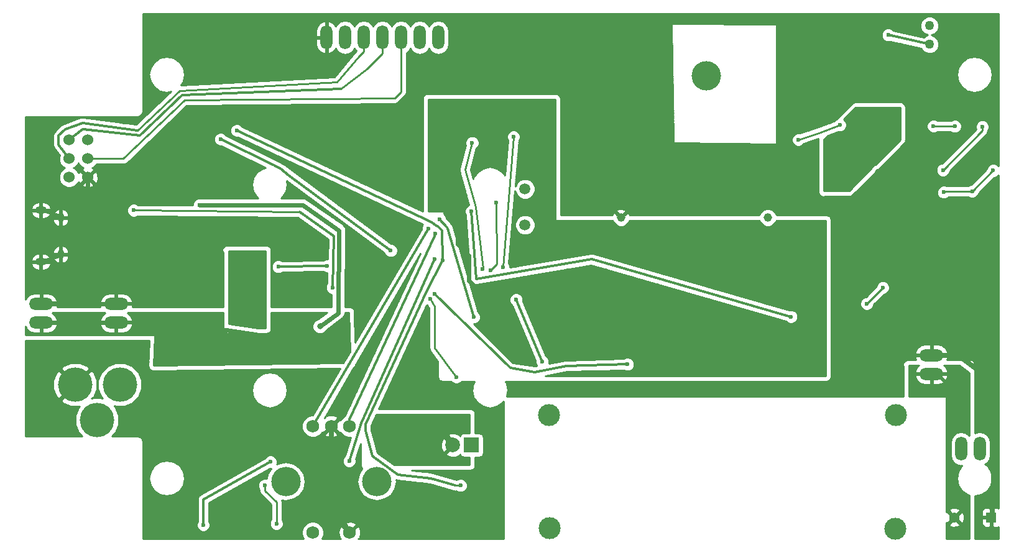
<source format=gbr>
G04 #@! TF.FileFunction,Copper,L2,Bot,Signal*
%FSLAX46Y46*%
G04 Gerber Fmt 4.6, Leading zero omitted, Abs format (unit mm)*
G04 Created by KiCad (PCBNEW 4.0.2-stable) date 27/06/2016 23:08:48*
%MOMM*%
G01*
G04 APERTURE LIST*
%ADD10C,0.100000*%
%ADD11O,3.276600X1.638300*%
%ADD12O,1.638300X3.276600*%
%ADD13C,3.000000*%
%ADD14R,1.400000X1.400000*%
%ADD15C,1.400000*%
%ADD16R,2.000000X2.000000*%
%ADD17C,2.000000*%
%ADD18C,1.750000*%
%ADD19O,4.000000X4.000000*%
%ADD20O,0.950000X1.250000*%
%ADD21O,1.550000X1.000000*%
%ADD22C,1.501140*%
%ADD23C,4.000000*%
%ADD24C,1.524000*%
%ADD25C,4.699000*%
%ADD26C,1.155700*%
%ADD27C,1.270000*%
%ADD28C,0.800000*%
%ADD29C,0.600000*%
%ADD30C,0.500000*%
%ADD31C,0.600000*%
%ADD32C,0.300000*%
%ADD33C,0.700000*%
%ADD34C,0.250000*%
%ADD35C,0.254000*%
G04 APERTURE END LIST*
D10*
D11*
X97880000Y-100770000D03*
X97880000Y-98230000D03*
D12*
X151980000Y-61950000D03*
X149440000Y-61950000D03*
X146900000Y-61950000D03*
X144360000Y-61950000D03*
X141820000Y-61950000D03*
X139280000Y-61950000D03*
X136740000Y-61950000D03*
D11*
X219120000Y-107770000D03*
X219120000Y-105230000D03*
D13*
X167050000Y-113400000D03*
X167100000Y-128800000D03*
X214200000Y-128900000D03*
X214300000Y-113400000D03*
D14*
X227270000Y-127350000D03*
D15*
X222270000Y-127350000D03*
D16*
X156500000Y-117500000D03*
D17*
X153960000Y-117500000D03*
D18*
X139892900Y-114926300D03*
X134892900Y-114926300D03*
X137392900Y-114926300D03*
X134892900Y-129426300D03*
X139892900Y-129426300D03*
D19*
X131192900Y-122426300D03*
X143592900Y-122426300D03*
D20*
X100562540Y-86499100D03*
X100562540Y-91499100D03*
D21*
X97862540Y-85499100D03*
X97862540Y-92499100D03*
D22*
X163780000Y-82599060D03*
X163780000Y-87480940D03*
D23*
X188500000Y-67150000D03*
D24*
X101700000Y-75931800D03*
X104240000Y-75931800D03*
X101700000Y-78471800D03*
X104240000Y-78471800D03*
X101700000Y-81011800D03*
X104240000Y-81011800D03*
D12*
X223170000Y-118000000D03*
X225710000Y-118000000D03*
D25*
X108598800Y-109250000D03*
X105500000Y-114048060D03*
X102500260Y-109250000D03*
D11*
X108120000Y-100770000D03*
X108120000Y-98230000D03*
D26*
X196848880Y-86500000D03*
X176851460Y-86500000D03*
D27*
X218880000Y-62880000D03*
X218880000Y-60340000D03*
D28*
X115744500Y-100731900D03*
D29*
X131000000Y-103000000D03*
X138143900Y-102789400D03*
X138140000Y-118810000D03*
D28*
X211823900Y-80265800D03*
X217550000Y-70570000D03*
X209760000Y-86910000D03*
D29*
X104212900Y-90202600D03*
X182598600Y-63850800D03*
X182354200Y-71829900D03*
D28*
X205500000Y-64820000D03*
D29*
X213240000Y-61610000D03*
X143082400Y-115091100D03*
X126000000Y-92000000D03*
X125976400Y-101100300D03*
X220800000Y-83030000D03*
X227540000Y-80080000D03*
X224670000Y-82930000D03*
X226060000Y-74100000D03*
X220700000Y-80020000D03*
D28*
X199110000Y-106980000D03*
X154624600Y-88529500D03*
D29*
X173350000Y-94080000D03*
X155000000Y-123000000D03*
X152598100Y-92348500D03*
X124530400Y-74633700D03*
X128340000Y-122960000D03*
X129930000Y-128180000D03*
X139840000Y-119670000D03*
X151467500Y-92145800D03*
X129110000Y-119780000D03*
X119970000Y-128380000D03*
X151524500Y-88641600D03*
X150588300Y-88002200D03*
X166150000Y-106120000D03*
X162580000Y-97680000D03*
X156459300Y-85625000D03*
X200000000Y-100000000D03*
X152182900Y-86716700D03*
X156774700Y-100047500D03*
X130189100Y-93192300D03*
X136810000Y-93070000D03*
X145500000Y-91000000D03*
X122331200Y-75807800D03*
X151440000Y-96860000D03*
X177740000Y-106490000D03*
X212510000Y-96030000D03*
X210330000Y-98210000D03*
D28*
X212750000Y-73250000D03*
X206620000Y-82170000D03*
D29*
X201000000Y-75900000D03*
X206640000Y-73880000D03*
X219400000Y-74024709D03*
X222310000Y-74050000D03*
X150850000Y-97580000D03*
X154450000Y-108240000D03*
X137549600Y-96015200D03*
X110500000Y-85500000D03*
D28*
X135852000Y-101307300D03*
D29*
X119500000Y-84750000D03*
X162230000Y-75480000D03*
X160820000Y-93270000D03*
X159820000Y-84440000D03*
X159110000Y-93650000D03*
X157980000Y-93510000D03*
X156590000Y-76280000D03*
D30*
X138143900Y-102789400D02*
X131000000Y-103000000D01*
D31*
X131000000Y-103000000D02*
X115744500Y-100731900D01*
D32*
X98699200Y-100770000D02*
X97880000Y-100770000D01*
D31*
X107300800Y-100770000D02*
X98699200Y-100770000D01*
D32*
X108120000Y-100770000D02*
X107300800Y-100770000D01*
D33*
X226430000Y-108010000D02*
X222990000Y-105430000D01*
X227300000Y-127550000D02*
X227377500Y-127362900D01*
X227377500Y-127362900D02*
X227910000Y-113690000D01*
X227910000Y-113690000D02*
X227832500Y-113502900D01*
X227832500Y-113502900D02*
X226430000Y-108010000D01*
D34*
X137452682Y-118831490D02*
X137452682Y-118831503D01*
X138118510Y-118831490D02*
X137452682Y-118831490D01*
X138140000Y-118810000D02*
X138118510Y-118831490D01*
D31*
X217550000Y-74539700D02*
X217550000Y-70570000D01*
X217550000Y-74539700D02*
X211823900Y-80265800D01*
D33*
X217550000Y-70590000D02*
X205500000Y-64820000D01*
X182354200Y-71829900D02*
X182598600Y-63850800D01*
D31*
X104212900Y-90202600D02*
X104240000Y-81011800D01*
D33*
X211860000Y-80250000D02*
X209760000Y-86910000D01*
X222990000Y-105430000D02*
X220170000Y-105220000D01*
X220170000Y-105220000D02*
X218190000Y-105220000D01*
X108120000Y-98230000D02*
X108939200Y-98230000D01*
X137554600Y-125489200D02*
X137452682Y-118831503D01*
X139892900Y-129426300D02*
X137554600Y-125489200D01*
X137452682Y-118831503D02*
X137392900Y-114926300D01*
X107300800Y-98230000D02*
X108120000Y-98230000D01*
X98699200Y-98230000D02*
X102340000Y-98230000D01*
D31*
X102340000Y-98230000D02*
X107300800Y-98230000D01*
D33*
X97880000Y-98230000D02*
X98699200Y-98230000D01*
D32*
X100562500Y-86649100D02*
X100562500Y-86499100D01*
D30*
X100562500Y-91349100D02*
X100562500Y-86649100D01*
D32*
X100562500Y-91499100D02*
X100562500Y-91349100D01*
X100562500Y-86349100D02*
X100562500Y-86499100D01*
D30*
X98137500Y-85499100D02*
X100562500Y-86349100D01*
D32*
X97862500Y-85499100D02*
X98137500Y-85499100D01*
X98137500Y-92499100D02*
X97862500Y-92499100D01*
D30*
X100562500Y-91649100D02*
X98137500Y-92499100D01*
D32*
X100562500Y-91499100D02*
X100562500Y-91649100D01*
X213240000Y-61610000D02*
X218880000Y-62880000D01*
D33*
X126000000Y-92000000D02*
X125976400Y-101100300D01*
X147890000Y-115080000D02*
X143082400Y-115091100D01*
X152470000Y-115110000D02*
X147890000Y-115080000D01*
X153960000Y-117500000D02*
X152470000Y-115110000D01*
D34*
X220900000Y-82930000D02*
X224670000Y-82930000D01*
X220800000Y-83030000D02*
X220900000Y-82930000D01*
X227540000Y-80080000D02*
X224690000Y-82930000D01*
X224690000Y-82930000D02*
X224670000Y-82930000D01*
D30*
X219120000Y-107770000D02*
X219870000Y-107770000D01*
X219870000Y-107770000D02*
X221380000Y-109280000D01*
X221380000Y-126460000D02*
X222270000Y-127350000D01*
X221380000Y-109280000D02*
X221380000Y-126460000D01*
D34*
X226060000Y-74660000D02*
X226060000Y-74100000D01*
X220700000Y-80020000D02*
X226060000Y-74660000D01*
D31*
X181680000Y-102410000D02*
X173350000Y-94080000D01*
X194540000Y-102410000D02*
X181680000Y-102410000D01*
X199110000Y-106980000D02*
X194540000Y-102410000D01*
X154624600Y-88529500D02*
X154624600Y-90134600D01*
X172350000Y-94240000D02*
X173350000Y-94080000D01*
X171510266Y-94350266D02*
X172350000Y-94240000D01*
X166610318Y-94350266D02*
X171510266Y-94350266D01*
D34*
X166610318Y-94330318D02*
X166610318Y-94350266D01*
D31*
X165280000Y-95950000D02*
X166610318Y-94330318D01*
X162890000Y-96050000D02*
X165280000Y-95950000D01*
X157110000Y-96050000D02*
X162890000Y-96050000D01*
X156140000Y-95080000D02*
X157110000Y-96050000D01*
X156140000Y-91650000D02*
X156140000Y-95080000D01*
X154624600Y-90134600D02*
X156140000Y-91650000D01*
D34*
X138690000Y-68930000D02*
X142230000Y-66260000D01*
D32*
X101683300Y-75891500D02*
X103575300Y-74458200D01*
X103668000Y-74419800D02*
X103575300Y-74458200D01*
X111310000Y-75270000D02*
X103668000Y-74419800D01*
X138690000Y-68930000D02*
X117060000Y-69820000D01*
X117060000Y-69820000D02*
X111310000Y-75270000D01*
D34*
X144360000Y-64130000D02*
X144360000Y-61950000D01*
X142230000Y-66260000D02*
X144360000Y-64130000D01*
D32*
X101683300Y-75972100D02*
X101686700Y-75972100D01*
X101659700Y-75948500D02*
X101683300Y-75972100D01*
X101659700Y-75915100D02*
X101659700Y-75948500D01*
X101683300Y-75891500D02*
X101659700Y-75915100D01*
X144360000Y-61950000D02*
X144360000Y-62769200D01*
D34*
X111030000Y-74640000D02*
X116730000Y-69240000D01*
D32*
X101142200Y-74491500D02*
X101076000Y-74518900D01*
X101076000Y-74518900D02*
X100287100Y-75307800D01*
X100287100Y-75307800D02*
X100259700Y-75374000D01*
X100259700Y-75374000D02*
X100259700Y-76489600D01*
X100259700Y-76489600D02*
X100287100Y-76555800D01*
X101700000Y-78471800D02*
X100287100Y-76555800D01*
X103508800Y-73619800D02*
X101142200Y-74491500D01*
X111030000Y-74640000D02*
X103508800Y-73619800D01*
D34*
X141820000Y-63850000D02*
X141820000Y-61950000D01*
X141160000Y-64510000D02*
X141820000Y-63850000D01*
X138190000Y-68060000D02*
X141160000Y-64510000D01*
X116730000Y-69240000D02*
X138190000Y-68060000D01*
D32*
X141820000Y-61950000D02*
X141820000Y-62769200D01*
D34*
X104240000Y-78471800D02*
X109088200Y-78471800D01*
X146900000Y-69360000D02*
X146900000Y-61950000D01*
X146050000Y-70210000D02*
X146900000Y-69360000D01*
X117410000Y-70450000D02*
X146050000Y-70210000D01*
X109088200Y-78471800D02*
X117410000Y-70450000D01*
D32*
X146900000Y-61950000D02*
X146900000Y-62769200D01*
X154248700Y-122997700D02*
X151000000Y-122000000D01*
X151000000Y-122000000D02*
X146500000Y-121500000D01*
X146500000Y-121500000D02*
X143000000Y-119000000D01*
X143000000Y-119000000D02*
X142032400Y-115526000D01*
X142032400Y-115526000D02*
X142032400Y-114656200D01*
X142032400Y-114656200D02*
X150373800Y-96565900D01*
X150373800Y-96565900D02*
X152598100Y-92348500D01*
D34*
X154997700Y-122997700D02*
X154248700Y-122997700D01*
X155000000Y-123000000D02*
X154997700Y-122997700D01*
D32*
X124530400Y-74633700D02*
X150981800Y-87052200D01*
X150981800Y-87052200D02*
X151789400Y-87666700D01*
X151789400Y-87666700D02*
X151918000Y-87691600D01*
X151918000Y-87691600D02*
X152474500Y-88248100D01*
X152474500Y-88248100D02*
X152598100Y-92348500D01*
D34*
X128340000Y-122960000D02*
X128380000Y-123000000D01*
X128380000Y-123000000D02*
X128380000Y-123710000D01*
X128380000Y-123710000D02*
X129930000Y-125260000D01*
X129930000Y-125260000D02*
X129930000Y-128180000D01*
D32*
X119970000Y-124910000D02*
X129110000Y-119780000D01*
X119970000Y-128380000D02*
X119970000Y-124910000D01*
X141491900Y-114460700D02*
X139840000Y-119670000D01*
X151467500Y-92145800D02*
X141491900Y-114460700D01*
X139892900Y-114000000D02*
X139892900Y-114926300D01*
X151500000Y-89000000D02*
X139892900Y-114000000D01*
X151524500Y-88641600D02*
X151500000Y-89000000D01*
X150588300Y-88002200D02*
X134892900Y-114926300D01*
X166150000Y-106120000D02*
X162580000Y-97680000D01*
X157110000Y-94850000D02*
X156459300Y-85625000D01*
X172880000Y-92150000D02*
X157110000Y-94850000D01*
X200000000Y-100000000D02*
X172880000Y-92150000D01*
X153199900Y-87842100D02*
X152182900Y-86716700D01*
X153274500Y-88022200D02*
X153199900Y-87842100D01*
X156774700Y-100047500D02*
X153274500Y-88022200D01*
X130189100Y-93192300D02*
X136810000Y-93070000D01*
X131590000Y-80690000D02*
X145500000Y-91000000D01*
X130540000Y-79860000D02*
X131590000Y-80690000D01*
X129600000Y-79390000D02*
X130540000Y-79860000D01*
X122331200Y-75807800D02*
X129600000Y-79390000D01*
X161794695Y-106985540D02*
X151440000Y-96860000D01*
X165130000Y-107540000D02*
X161794695Y-106985540D01*
X169400000Y-106700000D02*
X165130000Y-107540000D01*
X177740000Y-106490000D02*
X169400000Y-106700000D01*
D34*
X210330000Y-98210000D02*
X212510000Y-96030000D01*
D33*
X206620000Y-82170000D02*
X211706600Y-74993500D01*
X211706600Y-74993500D02*
X212750000Y-73250000D01*
D34*
X203820000Y-74920000D02*
X201000000Y-75900000D01*
X206640000Y-73880000D02*
X203820000Y-74920000D01*
X222270000Y-74010000D02*
X222310000Y-74050000D01*
X219414709Y-74010000D02*
X222270000Y-74010000D01*
X219414709Y-74010000D02*
X219400000Y-74024709D01*
X151500000Y-104250000D02*
X154450000Y-108240000D01*
X151500000Y-98620042D02*
X151500000Y-104250000D01*
X151500000Y-98620042D02*
X150850000Y-97580000D01*
D32*
X137755200Y-89055800D02*
X137549600Y-96015200D01*
X133126600Y-85727700D02*
X137755200Y-89055800D01*
D34*
X110500000Y-85500000D02*
X133126600Y-85727700D01*
D31*
X138320000Y-99479200D02*
X135852000Y-101307300D01*
X119500000Y-84750000D02*
X133500000Y-84750000D01*
X133500000Y-84750000D02*
X138466300Y-88214700D01*
X138466300Y-88214700D02*
X138320000Y-99479200D01*
D34*
X160780000Y-93230000D02*
X162230000Y-75480000D01*
X160820000Y-93270000D02*
X160780000Y-93230000D01*
X159820000Y-84390000D02*
X159820000Y-84440000D01*
X159910000Y-92850000D02*
X159820000Y-84390000D01*
X159110000Y-93650000D02*
X159910000Y-92850000D01*
X157980000Y-93510000D02*
X158100000Y-93390000D01*
X158100000Y-93390000D02*
X157020000Y-85070000D01*
X157020000Y-85070000D02*
X155600000Y-79990000D01*
X155600000Y-79990000D02*
X156590000Y-76280000D01*
D35*
X208792606Y-71517000D02*
X214843000Y-71517000D01*
X208589406Y-71720200D02*
X214843000Y-71720200D01*
X208386206Y-71923400D02*
X214843000Y-71923400D01*
X208183006Y-72126600D02*
X214843000Y-72126600D01*
X207979806Y-72329800D02*
X214843000Y-72329800D01*
X207776606Y-72533000D02*
X214843000Y-72533000D01*
X207573406Y-72736200D02*
X214843000Y-72736200D01*
X207370206Y-72939400D02*
X214843000Y-72939400D01*
X207225024Y-73142600D02*
X214843000Y-73142600D01*
X207427870Y-73345800D02*
X214843000Y-73345800D01*
X207514906Y-73549000D02*
X214843000Y-73549000D01*
X207575112Y-73752200D02*
X214843000Y-73752200D01*
X207574935Y-73955400D02*
X214843000Y-73955400D01*
X207536718Y-74158600D02*
X214843000Y-74158600D01*
X207452342Y-74361800D02*
X214843000Y-74361800D01*
X207277248Y-74565000D02*
X214843000Y-74565000D01*
X206938823Y-74768200D02*
X214843000Y-74768200D01*
X205877073Y-74971400D02*
X214843000Y-74971400D01*
X205326087Y-75174600D02*
X214843000Y-75174600D01*
X204931806Y-75377800D02*
X214843000Y-75377800D01*
X204728606Y-75581000D02*
X214843000Y-75581000D01*
X204525406Y-75784200D02*
X214843000Y-75784200D01*
X204477000Y-75987400D02*
X214772994Y-75987400D01*
X204477000Y-76190600D02*
X214569794Y-76190600D01*
X204477000Y-76393800D02*
X214366594Y-76393800D01*
X204477000Y-76597000D02*
X214163394Y-76597000D01*
X204477000Y-76800200D02*
X213960194Y-76800200D01*
X204477000Y-77003400D02*
X213756994Y-77003400D01*
X204477000Y-77206600D02*
X213553794Y-77206600D01*
X204477000Y-77409800D02*
X213350594Y-77409800D01*
X204477000Y-77613000D02*
X213147394Y-77613000D01*
X204477000Y-77816200D02*
X212944194Y-77816200D01*
X204477000Y-78019400D02*
X212740994Y-78019400D01*
X204477000Y-78222600D02*
X212537794Y-78222600D01*
X204477000Y-78425800D02*
X212334594Y-78425800D01*
X204477000Y-78629000D02*
X212131394Y-78629000D01*
X204477000Y-78832200D02*
X211928194Y-78832200D01*
X204477000Y-79035400D02*
X211724994Y-79035400D01*
X204477000Y-79238600D02*
X211521794Y-79238600D01*
X204477000Y-79441800D02*
X211184349Y-79441800D01*
X204477000Y-79645000D02*
X210980794Y-79645000D01*
X204477000Y-79848200D02*
X210876622Y-79848200D01*
X204477000Y-80051400D02*
X210708994Y-80051400D01*
X204477000Y-80254600D02*
X210505794Y-80254600D01*
X204477000Y-80457800D02*
X210302594Y-80457800D01*
X204477000Y-80661000D02*
X210099394Y-80661000D01*
X204477000Y-80864200D02*
X209896194Y-80864200D01*
X204477000Y-81067400D02*
X209692994Y-81067400D01*
X204477000Y-81270600D02*
X209489794Y-81270600D01*
X204477000Y-81473800D02*
X209286594Y-81473800D01*
X204477000Y-81677000D02*
X209083394Y-81677000D01*
X204477000Y-81880200D02*
X208880194Y-81880200D01*
X204477000Y-82083400D02*
X208676994Y-82083400D01*
X204477000Y-82286600D02*
X208473794Y-82286600D01*
X204477000Y-82489800D02*
X208270594Y-82489800D01*
X204477000Y-82693000D02*
X208067394Y-82693000D01*
X214843000Y-75917394D02*
X211466996Y-79293398D01*
X211238385Y-79387858D01*
X210946981Y-79678754D01*
X210851361Y-79909033D01*
X207957394Y-82803000D01*
X204477000Y-82803000D01*
X204477000Y-75832606D01*
X205023363Y-75286243D01*
X206381889Y-74785227D01*
X206453201Y-74814838D01*
X206825167Y-74815162D01*
X207168943Y-74673117D01*
X207432192Y-74410327D01*
X207574838Y-74066799D01*
X207575162Y-73694833D01*
X207433117Y-73351057D01*
X207196040Y-73113566D01*
X208792606Y-71517000D01*
X214843000Y-71517000D01*
X214843000Y-75917394D01*
X150607000Y-70367000D02*
X167853000Y-70367000D01*
X150607000Y-70570200D02*
X167853000Y-70570200D01*
X150607000Y-70773400D02*
X167853000Y-70773400D01*
X150607000Y-70976600D02*
X167853000Y-70976600D01*
X150607000Y-71179800D02*
X167853000Y-71179800D01*
X150607000Y-71383000D02*
X167853000Y-71383000D01*
X150607000Y-71586200D02*
X167853000Y-71586200D01*
X150607000Y-71789400D02*
X167853000Y-71789400D01*
X150607000Y-71992600D02*
X167853000Y-71992600D01*
X150607000Y-72195800D02*
X167853000Y-72195800D01*
X150607000Y-72399000D02*
X167853000Y-72399000D01*
X150607000Y-72602200D02*
X167853000Y-72602200D01*
X150607000Y-72805400D02*
X167853000Y-72805400D01*
X150607000Y-73008600D02*
X167853000Y-73008600D01*
X150607000Y-73211800D02*
X167853000Y-73211800D01*
X150607000Y-73415000D02*
X167853000Y-73415000D01*
X150607000Y-73618200D02*
X167853000Y-73618200D01*
X150607000Y-73821400D02*
X167853000Y-73821400D01*
X150607000Y-74024600D02*
X167853000Y-74024600D01*
X150607000Y-74227800D02*
X167853000Y-74227800D01*
X150607000Y-74431000D02*
X167853000Y-74431000D01*
X150607000Y-74634200D02*
X161828560Y-74634200D01*
X162631226Y-74634200D02*
X167853000Y-74634200D01*
X150607000Y-74837400D02*
X161550278Y-74837400D01*
X162909659Y-74837400D02*
X167853000Y-74837400D01*
X150607000Y-75040600D02*
X161400052Y-75040600D01*
X163060116Y-75040600D02*
X167853000Y-75040600D01*
X150607000Y-75243800D02*
X161315676Y-75243800D01*
X163144076Y-75243800D02*
X167853000Y-75243800D01*
X150607000Y-75447000D02*
X156157582Y-75447000D01*
X157022051Y-75447000D02*
X161295029Y-75447000D01*
X163165029Y-75447000D02*
X167853000Y-75447000D01*
X150607000Y-75650200D02*
X155897455Y-75650200D01*
X157282436Y-75650200D02*
X161294852Y-75650200D01*
X163164852Y-75650200D02*
X167853000Y-75650200D01*
X150607000Y-75853400D02*
X155754737Y-75853400D01*
X157425405Y-75853400D02*
X161372614Y-75853400D01*
X163087354Y-75853400D02*
X167853000Y-75853400D01*
X150607000Y-76056600D02*
X155670361Y-76056600D01*
X157509365Y-76056600D02*
X161420366Y-76056600D01*
X162975837Y-76056600D02*
X167853000Y-76056600D01*
X150607000Y-76259800D02*
X155655017Y-76259800D01*
X157525018Y-76259800D02*
X161403767Y-76259800D01*
X162928829Y-76259800D02*
X167853000Y-76259800D01*
X150607000Y-76463000D02*
X155654840Y-76463000D01*
X157524841Y-76463000D02*
X161387168Y-76463000D01*
X162912230Y-76463000D02*
X167853000Y-76463000D01*
X150607000Y-76666200D02*
X155700351Y-76666200D01*
X157442039Y-76666200D02*
X161370568Y-76666200D01*
X162895630Y-76666200D02*
X167853000Y-76666200D01*
X150607000Y-76869400D02*
X155646128Y-76869400D01*
X157323015Y-76869400D02*
X161353969Y-76869400D01*
X162879031Y-76869400D02*
X167853000Y-76869400D01*
X150607000Y-77072600D02*
X155591904Y-77072600D01*
X157165091Y-77072600D02*
X161337369Y-77072600D01*
X162862431Y-77072600D02*
X167853000Y-77072600D01*
X150607000Y-77275800D02*
X155537681Y-77275800D01*
X157110868Y-77275800D02*
X161320770Y-77275800D01*
X162845832Y-77275800D02*
X167853000Y-77275800D01*
X150607000Y-77479000D02*
X155483458Y-77479000D01*
X157056644Y-77479000D02*
X161304170Y-77479000D01*
X162829232Y-77479000D02*
X167853000Y-77479000D01*
X150607000Y-77682200D02*
X155429235Y-77682200D01*
X157002421Y-77682200D02*
X161287571Y-77682200D01*
X162812633Y-77682200D02*
X167853000Y-77682200D01*
X150607000Y-77885400D02*
X155375012Y-77885400D01*
X156948198Y-77885400D02*
X161270971Y-77885400D01*
X162796034Y-77885400D02*
X167853000Y-77885400D01*
X150607000Y-78088600D02*
X155320788Y-78088600D01*
X156893975Y-78088600D02*
X161254372Y-78088600D01*
X162779434Y-78088600D02*
X167853000Y-78088600D01*
X150607000Y-78291800D02*
X155266565Y-78291800D01*
X156839752Y-78291800D02*
X161237772Y-78291800D01*
X162762835Y-78291800D02*
X167853000Y-78291800D01*
X150607000Y-78495000D02*
X155212342Y-78495000D01*
X156785529Y-78495000D02*
X161221173Y-78495000D01*
X162746235Y-78495000D02*
X167853000Y-78495000D01*
X150607000Y-78698200D02*
X155158119Y-78698200D01*
X156731305Y-78698200D02*
X161204573Y-78698200D01*
X162729636Y-78698200D02*
X167853000Y-78698200D01*
X150607000Y-78901400D02*
X155103896Y-78901400D01*
X156677082Y-78901400D02*
X161187974Y-78901400D01*
X162713036Y-78901400D02*
X167853000Y-78901400D01*
X150607000Y-79104600D02*
X155049673Y-79104600D01*
X156622859Y-79104600D02*
X161171374Y-79104600D01*
X162696437Y-79104600D02*
X167853000Y-79104600D01*
X150607000Y-79307800D02*
X154995449Y-79307800D01*
X156568636Y-79307800D02*
X161154775Y-79307800D01*
X162679838Y-79307800D02*
X167853000Y-79307800D01*
X150607000Y-79511000D02*
X154941226Y-79511000D01*
X156514413Y-79511000D02*
X161138176Y-79511000D01*
X162663238Y-79511000D02*
X167853000Y-79511000D01*
X150607000Y-79714200D02*
X154887003Y-79714200D01*
X156460190Y-79714200D02*
X158249920Y-79714200D01*
X159750081Y-79714200D02*
X161121576Y-79714200D01*
X162646639Y-79714200D02*
X167853000Y-79714200D01*
X150607000Y-79917400D02*
X154846889Y-79917400D01*
X156405967Y-79917400D02*
X157818163Y-79917400D01*
X160181838Y-79917400D02*
X161104977Y-79917400D01*
X162630039Y-79917400D02*
X167853000Y-79917400D01*
X150607000Y-80120600D02*
X154857035Y-80120600D01*
X156425640Y-80120600D02*
X157514053Y-80120600D01*
X160485948Y-80120600D02*
X161088377Y-80120600D01*
X162613440Y-80120600D02*
X167853000Y-80120600D01*
X150607000Y-80323800D02*
X154904173Y-80323800D01*
X156482440Y-80323800D02*
X157247723Y-80323800D01*
X160752278Y-80323800D02*
X161071778Y-80323800D01*
X162596840Y-80323800D02*
X167853000Y-80323800D01*
X150607000Y-80527000D02*
X154960973Y-80527000D01*
X156539240Y-80527000D02*
X157111949Y-80527000D01*
X160888051Y-80527000D02*
X161055178Y-80527000D01*
X162580241Y-80527000D02*
X167853000Y-80527000D01*
X150607000Y-80730200D02*
X155017773Y-80730200D01*
X156596040Y-80730200D02*
X156976175Y-80730200D01*
X161023825Y-80730200D02*
X161038579Y-80730200D01*
X162563641Y-80730200D02*
X167853000Y-80730200D01*
X150607000Y-80933400D02*
X155074573Y-80933400D01*
X156652839Y-80933400D02*
X156840401Y-80933400D01*
X162547042Y-80933400D02*
X167853000Y-80933400D01*
X150607000Y-81136600D02*
X155131373Y-81136600D01*
X156709639Y-81136600D02*
X156736741Y-81136600D01*
X162530443Y-81136600D02*
X167853000Y-81136600D01*
X150607000Y-81339800D02*
X155188173Y-81339800D01*
X162513843Y-81339800D02*
X163199328Y-81339800D01*
X164360424Y-81339800D02*
X167853000Y-81339800D01*
X150607000Y-81543000D02*
X155244973Y-81543000D01*
X162497244Y-81543000D02*
X162876701Y-81543000D01*
X164683566Y-81543000D02*
X167853000Y-81543000D01*
X150607000Y-81746200D02*
X155301773Y-81746200D01*
X162480644Y-81746200D02*
X162673146Y-81746200D01*
X164886412Y-81746200D02*
X167853000Y-81746200D01*
X150607000Y-81949400D02*
X155358573Y-81949400D01*
X162464045Y-81949400D02*
X162549490Y-81949400D01*
X165010755Y-81949400D02*
X167853000Y-81949400D01*
X150607000Y-82152600D02*
X155415373Y-82152600D01*
X162447445Y-82152600D02*
X162465114Y-82152600D01*
X165094716Y-82152600D02*
X167853000Y-82152600D01*
X150607000Y-82355800D02*
X155472173Y-82355800D01*
X165165782Y-82355800D02*
X167853000Y-82355800D01*
X150607000Y-82559000D02*
X155528973Y-82559000D01*
X165165605Y-82559000D02*
X167853000Y-82559000D01*
X150607000Y-82762200D02*
X155585773Y-82762200D01*
X165165428Y-82762200D02*
X167853000Y-82762200D01*
X150607000Y-82965400D02*
X155642573Y-82965400D01*
X162381048Y-82965400D02*
X162432179Y-82965400D01*
X165128155Y-82965400D02*
X167853000Y-82965400D01*
X150607000Y-83168600D02*
X155699373Y-83168600D01*
X162364449Y-83168600D02*
X162516140Y-83168600D01*
X165043779Y-83168600D02*
X167853000Y-83168600D01*
X150607000Y-83371800D02*
X155756173Y-83371800D01*
X162347849Y-83371800D02*
X162600100Y-83371800D01*
X164959403Y-83371800D02*
X167853000Y-83371800D01*
X150607000Y-83575000D02*
X155812973Y-83575000D01*
X162331250Y-83575000D02*
X162796454Y-83575000D01*
X164763559Y-83575000D02*
X167853000Y-83575000D01*
X150607000Y-83778200D02*
X155869773Y-83778200D01*
X162314650Y-83778200D02*
X163006626Y-83778200D01*
X164554577Y-83778200D02*
X167853000Y-83778200D01*
X150607000Y-83981400D02*
X155926573Y-83981400D01*
X162298051Y-83981400D02*
X163495985Y-83981400D01*
X164062796Y-83981400D02*
X167853000Y-83981400D01*
X150607000Y-84184600D02*
X155983373Y-84184600D01*
X162281452Y-84184600D02*
X167853000Y-84184600D01*
X150607000Y-84387800D02*
X156040173Y-84387800D01*
X162264852Y-84387800D02*
X167853000Y-84387800D01*
X150607000Y-84591000D02*
X156096973Y-84591000D01*
X162248253Y-84591000D02*
X167853000Y-84591000D01*
X150607000Y-84794200D02*
X156021558Y-84794200D01*
X162231653Y-84794200D02*
X167853000Y-84794200D01*
X150607000Y-84997400D02*
X155764551Y-84997400D01*
X162215054Y-84997400D02*
X167853000Y-84997400D01*
X150607000Y-85200600D02*
X155623124Y-85200600D01*
X162198454Y-85200600D02*
X167853000Y-85200600D01*
X150607000Y-85403800D02*
X155538747Y-85403800D01*
X162181855Y-85403800D02*
X167853000Y-85403800D01*
X152684419Y-85607000D02*
X155524315Y-85607000D01*
X162165256Y-85607000D02*
X167853000Y-85607000D01*
X152757000Y-85810200D02*
X155524151Y-85810200D01*
X162148656Y-85810200D02*
X167853000Y-85810200D01*
X152801965Y-86013400D02*
X155608111Y-86013400D01*
X162132057Y-86013400D02*
X167853000Y-86013400D01*
X152987935Y-86216600D02*
X155714078Y-86216600D01*
X162115457Y-86216600D02*
X163211623Y-86216600D01*
X164348190Y-86216600D02*
X167853000Y-86216600D01*
X153071895Y-86419800D02*
X155728412Y-86419800D01*
X162098858Y-86419800D02*
X162881790Y-86419800D01*
X164678495Y-86419800D02*
X167853000Y-86419800D01*
X153156269Y-86623000D02*
X155742745Y-86623000D01*
X162082258Y-86623000D02*
X162678235Y-86623000D01*
X164881341Y-86623000D02*
X167853000Y-86623000D01*
X153339896Y-86826200D02*
X155757078Y-86826200D01*
X162065659Y-86826200D02*
X162551599Y-86826200D01*
X165008656Y-86826200D02*
X167867645Y-86826200D01*
X153523524Y-87029400D02*
X155771411Y-87029400D01*
X162049059Y-87029400D02*
X162467223Y-87029400D01*
X165092617Y-87029400D02*
X175757898Y-87029400D01*
X177944888Y-87029400D02*
X195755318Y-87029400D01*
X197942308Y-87029400D02*
X204703000Y-87029400D01*
X153707151Y-87232600D02*
X155785744Y-87232600D01*
X162032460Y-87232600D02*
X162394647Y-87232600D01*
X165165787Y-87232600D02*
X175869048Y-87232600D01*
X177834308Y-87232600D02*
X195866468Y-87232600D01*
X197831728Y-87232600D02*
X204703000Y-87232600D01*
X153854390Y-87435800D02*
X155800077Y-87435800D01*
X162015861Y-87435800D02*
X162394469Y-87435800D01*
X165165609Y-87435800D02*
X176071893Y-87435800D01*
X177630753Y-87435800D02*
X196069313Y-87435800D01*
X197628173Y-87435800D02*
X204703000Y-87435800D01*
X153965451Y-87639000D02*
X155814410Y-87639000D01*
X161999261Y-87639000D02*
X162394292Y-87639000D01*
X165165432Y-87639000D02*
X176431808Y-87639000D01*
X177270891Y-87639000D02*
X196429228Y-87639000D01*
X197268311Y-87639000D02*
X204703000Y-87639000D01*
X154039685Y-87842200D02*
X155828743Y-87842200D01*
X161982662Y-87842200D02*
X162430080Y-87842200D01*
X165130264Y-87842200D02*
X204703000Y-87842200D01*
X154098831Y-88045400D02*
X155843076Y-88045400D01*
X161966062Y-88045400D02*
X162514041Y-88045400D01*
X165045888Y-88045400D02*
X204703000Y-88045400D01*
X154157976Y-88248600D02*
X155857409Y-88248600D01*
X161949463Y-88248600D02*
X162598001Y-88248600D01*
X164961512Y-88248600D02*
X204703000Y-88248600D01*
X154217121Y-88451800D02*
X155871742Y-88451800D01*
X161932863Y-88451800D02*
X162791382Y-88451800D01*
X164768648Y-88451800D02*
X204703000Y-88451800D01*
X154276267Y-88655000D02*
X155886075Y-88655000D01*
X161916264Y-88655000D02*
X162994392Y-88655000D01*
X164565093Y-88655000D02*
X204703000Y-88655000D01*
X154335412Y-88858200D02*
X155900408Y-88858200D01*
X161899665Y-88858200D02*
X163483751Y-88858200D01*
X164075090Y-88858200D02*
X204703000Y-88858200D01*
X154394557Y-89061400D02*
X155914741Y-89061400D01*
X161883065Y-89061400D02*
X204703000Y-89061400D01*
X154453703Y-89264600D02*
X155929074Y-89264600D01*
X161866466Y-89264600D02*
X204703000Y-89264600D01*
X154512848Y-89467800D02*
X155943407Y-89467800D01*
X161849866Y-89467800D02*
X204703000Y-89467800D01*
X154571993Y-89671000D02*
X155957740Y-89671000D01*
X161833267Y-89671000D02*
X204703000Y-89671000D01*
X154631139Y-89874200D02*
X155972073Y-89874200D01*
X161816667Y-89874200D02*
X204703000Y-89874200D01*
X154690284Y-90077400D02*
X155986406Y-90077400D01*
X161800068Y-90077400D02*
X204703000Y-90077400D01*
X154749430Y-90280600D02*
X156000739Y-90280600D01*
X161783469Y-90280600D02*
X204703000Y-90280600D01*
X154808575Y-90483800D02*
X156015072Y-90483800D01*
X161766869Y-90483800D02*
X204703000Y-90483800D01*
X154867720Y-90687000D02*
X156029405Y-90687000D01*
X161750270Y-90687000D02*
X204703000Y-90687000D01*
X154926866Y-90890200D02*
X156043739Y-90890200D01*
X161733670Y-90890200D02*
X204703000Y-90890200D01*
X154986011Y-91093400D02*
X156058072Y-91093400D01*
X161717071Y-91093400D02*
X204703000Y-91093400D01*
X155045156Y-91296600D02*
X156072405Y-91296600D01*
X161700471Y-91296600D02*
X204703000Y-91296600D01*
X155104302Y-91499800D02*
X156086738Y-91499800D01*
X161683872Y-91499800D02*
X172025951Y-91499800D01*
X173457031Y-91499800D02*
X204703000Y-91499800D01*
X155163447Y-91703000D02*
X156101071Y-91703000D01*
X161667273Y-91703000D02*
X170839113Y-91703000D01*
X174159041Y-91703000D02*
X204703000Y-91703000D01*
X155222592Y-91906200D02*
X156115404Y-91906200D01*
X161650673Y-91906200D02*
X169652275Y-91906200D01*
X174861052Y-91906200D02*
X204703000Y-91906200D01*
X155281738Y-92109400D02*
X156129737Y-92109400D01*
X161634074Y-92109400D02*
X168465436Y-92109400D01*
X175563063Y-92109400D02*
X204703000Y-92109400D01*
X155340883Y-92312600D02*
X156144070Y-92312600D01*
X161617474Y-92312600D02*
X167278598Y-92312600D01*
X176265073Y-92312600D02*
X204703000Y-92312600D01*
X155400028Y-92515800D02*
X156158403Y-92515800D01*
X161600875Y-92515800D02*
X166091760Y-92515800D01*
X176967084Y-92515800D02*
X204703000Y-92515800D01*
X155459174Y-92719000D02*
X156172736Y-92719000D01*
X161591099Y-92719000D02*
X164904922Y-92719000D01*
X177669095Y-92719000D02*
X204703000Y-92719000D01*
X155518319Y-92922200D02*
X156187069Y-92922200D01*
X161687964Y-92922200D02*
X163718084Y-92922200D01*
X178371105Y-92922200D02*
X204703000Y-92922200D01*
X155577465Y-93125400D02*
X156201402Y-93125400D01*
X161755126Y-93125400D02*
X162531246Y-93125400D01*
X171834634Y-93125400D02*
X173426464Y-93125400D01*
X179073116Y-93125400D02*
X204703000Y-93125400D01*
X155636610Y-93328600D02*
X156215735Y-93328600D01*
X170647796Y-93328600D02*
X174128474Y-93328600D01*
X179775127Y-93328600D02*
X204703000Y-93328600D01*
X155695755Y-93531800D02*
X156230068Y-93531800D01*
X169460957Y-93531800D02*
X174830485Y-93531800D01*
X180477137Y-93531800D02*
X204703000Y-93531800D01*
X155754901Y-93735000D02*
X156244401Y-93735000D01*
X168274119Y-93735000D02*
X175532496Y-93735000D01*
X181179148Y-93735000D02*
X204703000Y-93735000D01*
X155814046Y-93938200D02*
X156258734Y-93938200D01*
X167087280Y-93938200D02*
X176234506Y-93938200D01*
X181881159Y-93938200D02*
X204703000Y-93938200D01*
X155873191Y-94141400D02*
X156273067Y-94141400D01*
X165900442Y-94141400D02*
X176936517Y-94141400D01*
X182583169Y-94141400D02*
X204703000Y-94141400D01*
X155932337Y-94344600D02*
X156287400Y-94344600D01*
X164713603Y-94344600D02*
X177638528Y-94344600D01*
X183285180Y-94344600D02*
X204703000Y-94344600D01*
X155991482Y-94547800D02*
X156301733Y-94547800D01*
X163526765Y-94547800D02*
X178340538Y-94547800D01*
X183987191Y-94547800D02*
X204703000Y-94547800D01*
X156050627Y-94751000D02*
X156316066Y-94751000D01*
X162339926Y-94751000D02*
X179042549Y-94751000D01*
X184689202Y-94751000D02*
X204703000Y-94751000D01*
X156109773Y-94954200D02*
X156337017Y-94954200D01*
X161153088Y-94954200D02*
X179744560Y-94954200D01*
X185391212Y-94954200D02*
X204703000Y-94954200D01*
X156168918Y-95157400D02*
X156395859Y-95157400D01*
X159966249Y-95157400D02*
X180446570Y-95157400D01*
X186093223Y-95157400D02*
X204703000Y-95157400D01*
X156228063Y-95360600D02*
X156531659Y-95360600D01*
X158779411Y-95360600D02*
X181148581Y-95360600D01*
X186795234Y-95360600D02*
X204703000Y-95360600D01*
X156287209Y-95563800D02*
X156807429Y-95563800D01*
X157592572Y-95563800D02*
X181850591Y-95563800D01*
X187497244Y-95563800D02*
X204703000Y-95563800D01*
X156346354Y-95767000D02*
X182552602Y-95767000D01*
X188199255Y-95767000D02*
X204703000Y-95767000D01*
X156405500Y-95970200D02*
X183254613Y-95970200D01*
X188901266Y-95970200D02*
X204703000Y-95970200D01*
X156464645Y-96173400D02*
X183956623Y-96173400D01*
X189603276Y-96173400D02*
X204703000Y-96173400D01*
X156523790Y-96376600D02*
X184658634Y-96376600D01*
X190305287Y-96376600D02*
X204703000Y-96376600D01*
X156582936Y-96579800D02*
X185360645Y-96579800D01*
X191007298Y-96579800D02*
X204703000Y-96579800D01*
X156642081Y-96783000D02*
X162302474Y-96783000D01*
X162857923Y-96783000D02*
X186062655Y-96783000D01*
X191709308Y-96783000D02*
X204703000Y-96783000D01*
X156701226Y-96986200D02*
X161951567Y-96986200D01*
X163208548Y-96986200D02*
X186764666Y-96986200D01*
X192411319Y-96986200D02*
X204703000Y-96986200D01*
X156760372Y-97189400D02*
X161771312Y-97189400D01*
X163388960Y-97189400D02*
X187466677Y-97189400D01*
X193113330Y-97189400D02*
X204703000Y-97189400D01*
X156819517Y-97392600D02*
X161686936Y-97392600D01*
X163472921Y-97392600D02*
X188168687Y-97392600D01*
X193815340Y-97392600D02*
X204703000Y-97392600D01*
X156878662Y-97595800D02*
X161645073Y-97595800D01*
X163515074Y-97595800D02*
X188870698Y-97595800D01*
X194517351Y-97595800D02*
X204703000Y-97595800D01*
X156937808Y-97799000D02*
X161644896Y-97799000D01*
X163514897Y-97799000D02*
X189572709Y-97799000D01*
X195219362Y-97799000D02*
X204703000Y-97799000D01*
X156996953Y-98002200D02*
X161701458Y-98002200D01*
X163568623Y-98002200D02*
X190274719Y-98002200D01*
X195921372Y-98002200D02*
X204703000Y-98002200D01*
X157056098Y-98205400D02*
X161785419Y-98205400D01*
X163654574Y-98205400D02*
X190976730Y-98205400D01*
X196623383Y-98205400D02*
X204703000Y-98205400D01*
X157115244Y-98408600D02*
X161986191Y-98408600D01*
X163740525Y-98408600D02*
X191678741Y-98408600D01*
X197325394Y-98408600D02*
X204703000Y-98408600D01*
X157174389Y-98611800D02*
X162121801Y-98611800D01*
X163826475Y-98611800D02*
X192380751Y-98611800D01*
X198027404Y-98611800D02*
X204703000Y-98611800D01*
X157233534Y-98815000D02*
X162207752Y-98815000D01*
X163912426Y-98815000D02*
X193082762Y-98815000D01*
X198729415Y-98815000D02*
X204703000Y-98815000D01*
X157292680Y-99018200D02*
X162293702Y-99018200D01*
X163998377Y-99018200D02*
X193784773Y-99018200D01*
X199431426Y-99018200D02*
X204703000Y-99018200D01*
X157351825Y-99221400D02*
X162379653Y-99221400D01*
X164084327Y-99221400D02*
X194486783Y-99221400D01*
X200543896Y-99221400D02*
X204703000Y-99221400D01*
X157474024Y-99424600D02*
X162465604Y-99424600D01*
X164170278Y-99424600D02*
X195188794Y-99424600D01*
X200746742Y-99424600D02*
X204703000Y-99424600D01*
X157612956Y-99627800D02*
X162551554Y-99627800D01*
X164256229Y-99627800D02*
X195890805Y-99627800D01*
X200857882Y-99627800D02*
X204703000Y-99627800D01*
X157696916Y-99831000D02*
X162637505Y-99831000D01*
X164342180Y-99831000D02*
X196592815Y-99831000D01*
X200935147Y-99831000D02*
X204703000Y-99831000D01*
X157709712Y-100034200D02*
X162723456Y-100034200D01*
X164428130Y-100034200D02*
X197294826Y-100034200D01*
X200934970Y-100034200D02*
X204703000Y-100034200D01*
X157708250Y-100237400D02*
X162809407Y-100237400D01*
X164514081Y-100237400D02*
X197996836Y-100237400D01*
X200913826Y-100237400D02*
X204703000Y-100237400D01*
X157623873Y-100440600D02*
X162895357Y-100440600D01*
X164600032Y-100440600D02*
X198698847Y-100440600D01*
X200829450Y-100440600D02*
X204703000Y-100440600D01*
X157500803Y-100643800D02*
X162981308Y-100643800D01*
X164685982Y-100643800D02*
X199321539Y-100643800D01*
X200678520Y-100643800D02*
X204703000Y-100643800D01*
X157288194Y-100847000D02*
X163067259Y-100847000D01*
X164771933Y-100847000D02*
X199601664Y-100847000D01*
X200398535Y-100847000D02*
X204703000Y-100847000D01*
X156847822Y-101050200D02*
X163153209Y-101050200D01*
X164857884Y-101050200D02*
X204703000Y-101050200D01*
X157055620Y-101253400D02*
X163239160Y-101253400D01*
X164943835Y-101253400D02*
X204703000Y-101253400D01*
X157263419Y-101456600D02*
X163325111Y-101456600D01*
X165029785Y-101456600D02*
X204703000Y-101456600D01*
X157471217Y-101659800D02*
X163411062Y-101659800D01*
X165115736Y-101659800D02*
X204703000Y-101659800D01*
X157679016Y-101863000D02*
X163497012Y-101863000D01*
X165201687Y-101863000D02*
X204703000Y-101863000D01*
X157886815Y-102066200D02*
X163582963Y-102066200D01*
X165287637Y-102066200D02*
X204703000Y-102066200D01*
X158094613Y-102269400D02*
X163668914Y-102269400D01*
X165373588Y-102269400D02*
X204703000Y-102269400D01*
X158302412Y-102472600D02*
X163754864Y-102472600D01*
X165459539Y-102472600D02*
X204703000Y-102472600D01*
X158510211Y-102675800D02*
X163840815Y-102675800D01*
X165545490Y-102675800D02*
X204703000Y-102675800D01*
X158718009Y-102879000D02*
X163926766Y-102879000D01*
X165631440Y-102879000D02*
X204703000Y-102879000D01*
X158925808Y-103082200D02*
X164012717Y-103082200D01*
X165717391Y-103082200D02*
X204703000Y-103082200D01*
X159133607Y-103285400D02*
X164098667Y-103285400D01*
X165803342Y-103285400D02*
X204703000Y-103285400D01*
X159341405Y-103488600D02*
X164184618Y-103488600D01*
X165889292Y-103488600D02*
X204703000Y-103488600D01*
X159549204Y-103691800D02*
X164270569Y-103691800D01*
X165975243Y-103691800D02*
X204703000Y-103691800D01*
X159757003Y-103895000D02*
X164356519Y-103895000D01*
X166061194Y-103895000D02*
X204703000Y-103895000D01*
X159964801Y-104098200D02*
X164442470Y-104098200D01*
X166147145Y-104098200D02*
X204703000Y-104098200D01*
X160172600Y-104301400D02*
X164528421Y-104301400D01*
X166233095Y-104301400D02*
X204703000Y-104301400D01*
X160380399Y-104504600D02*
X164614372Y-104504600D01*
X166319046Y-104504600D02*
X204703000Y-104504600D01*
X160588197Y-104707800D02*
X164700322Y-104707800D01*
X166404997Y-104707800D02*
X204703000Y-104707800D01*
X160795996Y-104911000D02*
X164786273Y-104911000D01*
X166490947Y-104911000D02*
X204703000Y-104911000D01*
X161003795Y-105114200D02*
X164872224Y-105114200D01*
X166576898Y-105114200D02*
X204703000Y-105114200D01*
X161211593Y-105317400D02*
X164958174Y-105317400D01*
X166662849Y-105317400D02*
X204703000Y-105317400D01*
X161419392Y-105520600D02*
X165044125Y-105520600D01*
X166872783Y-105520600D02*
X204703000Y-105520600D01*
X161627190Y-105723800D02*
X165130076Y-105723800D01*
X166997966Y-105723800D02*
X176983485Y-105723800D01*
X178296274Y-105723800D02*
X204703000Y-105723800D01*
X161834989Y-105927000D02*
X165216027Y-105927000D01*
X167081926Y-105927000D02*
X169328066Y-105927000D01*
X178499120Y-105927000D02*
X204703000Y-105927000D01*
X162042788Y-106130200D02*
X165214991Y-106130200D01*
X167084991Y-106130200D02*
X168229586Y-106130200D01*
X178603006Y-106130200D02*
X204703000Y-106130200D01*
X162658707Y-106333400D02*
X165226503Y-106333400D01*
X167073792Y-106333400D02*
X167196653Y-106333400D01*
X178675137Y-106333400D02*
X204703000Y-106333400D01*
X163881039Y-106536600D02*
X165310463Y-106536600D01*
X178674960Y-106536600D02*
X204703000Y-106536600D01*
X165103371Y-106739800D02*
X165130785Y-106739800D01*
X178648677Y-106739800D02*
X204703000Y-106739800D01*
X178564301Y-106943000D02*
X204703000Y-106943000D01*
X178406099Y-107146200D02*
X204703000Y-107146200D01*
X174795144Y-107349400D02*
X177371526Y-107349400D01*
X178108525Y-107349400D02*
X204703000Y-107349400D01*
X169132850Y-107552600D02*
X204703000Y-107552600D01*
X168099916Y-107755800D02*
X204703000Y-107755800D01*
X167066982Y-107959000D02*
X204703000Y-107959000D01*
X167853000Y-86770000D02*
X167863006Y-86819410D01*
X167891447Y-86861035D01*
X167933841Y-86888315D01*
X167980000Y-86897000D01*
X175703192Y-86897000D01*
X175822656Y-87186127D01*
X176163539Y-87527605D01*
X176609151Y-87712639D01*
X177091652Y-87713060D01*
X177537587Y-87528804D01*
X177879065Y-87187921D01*
X177999866Y-86897000D01*
X195700612Y-86897000D01*
X195820076Y-87186127D01*
X196160959Y-87527605D01*
X196606571Y-87712639D01*
X197089072Y-87713060D01*
X197535007Y-87528804D01*
X197876485Y-87187921D01*
X197997286Y-86897000D01*
X204703000Y-86897000D01*
X204703000Y-108063000D01*
X166538316Y-108063000D01*
X169486259Y-107483077D01*
X177224228Y-107288236D01*
X177553201Y-107424838D01*
X177925167Y-107425162D01*
X178268943Y-107283117D01*
X178532192Y-107020327D01*
X178674838Y-106676799D01*
X178675162Y-106304833D01*
X178533117Y-105961057D01*
X178270327Y-105697808D01*
X177926799Y-105555162D01*
X177554833Y-105554838D01*
X177211057Y-105696883D01*
X177189284Y-105718618D01*
X169380240Y-105915249D01*
X169315176Y-105929903D01*
X169248478Y-105929762D01*
X167062864Y-106359719D01*
X167084838Y-106306799D01*
X167085162Y-105934833D01*
X166943117Y-105591057D01*
X166680327Y-105327808D01*
X166664465Y-105321222D01*
X163513110Y-97870960D01*
X163514838Y-97866799D01*
X163515162Y-97494833D01*
X163373117Y-97151057D01*
X163110327Y-96887808D01*
X162766799Y-96745162D01*
X162394833Y-96744838D01*
X162051057Y-96886883D01*
X161787808Y-97149673D01*
X161645162Y-97493201D01*
X161644838Y-97865167D01*
X161786883Y-98208943D01*
X162049673Y-98472192D01*
X162065535Y-98478778D01*
X165216890Y-105929040D01*
X165215162Y-105933201D01*
X165214838Y-106305167D01*
X165356883Y-106648943D01*
X165395581Y-106687709D01*
X165118229Y-106742270D01*
X162166994Y-106251658D01*
X156778593Y-100982504D01*
X156959867Y-100982662D01*
X157303643Y-100840617D01*
X157566892Y-100577827D01*
X157709538Y-100234299D01*
X157709862Y-99862333D01*
X157567817Y-99518557D01*
X157385018Y-99335439D01*
X154028221Y-87802815D01*
X154008207Y-87764333D01*
X153999745Y-87721793D01*
X153925145Y-87541693D01*
X153850873Y-87430537D01*
X153782319Y-87315780D01*
X153118019Y-86580674D01*
X153118062Y-86531533D01*
X152976017Y-86187757D01*
X152748233Y-85959575D01*
X152757000Y-85920000D01*
X152757000Y-85720000D01*
X152746994Y-85670590D01*
X152718553Y-85628965D01*
X152676159Y-85601685D01*
X152630000Y-85593000D01*
X150607000Y-85593000D01*
X150607000Y-79898922D01*
X154845478Y-79898922D01*
X154852770Y-79994406D01*
X154846605Y-80089975D01*
X154863959Y-80140927D01*
X154868058Y-80194598D01*
X156140084Y-84745226D01*
X155930357Y-84831883D01*
X155667108Y-85094673D01*
X155524462Y-85438201D01*
X155524138Y-85810167D01*
X155666183Y-86153943D01*
X155712965Y-86200807D01*
X156326946Y-94905234D01*
X156337312Y-94943165D01*
X156336259Y-94982473D01*
X156377388Y-95089812D01*
X156407690Y-95200691D01*
X156431782Y-95231768D01*
X156445852Y-95268487D01*
X156524924Y-95351912D01*
X156595353Y-95442760D01*
X156629505Y-95462252D01*
X156656555Y-95490791D01*
X156761536Y-95537607D01*
X156861368Y-95594585D01*
X156900380Y-95599524D01*
X156936292Y-95615539D01*
X157051191Y-95618617D01*
X157165234Y-95633055D01*
X157203168Y-95622688D01*
X157242473Y-95623741D01*
X172834844Y-92954153D01*
X199289307Y-100611511D01*
X199469673Y-100792192D01*
X199813201Y-100934838D01*
X200185167Y-100935162D01*
X200528943Y-100793117D01*
X200792192Y-100530327D01*
X200934838Y-100186799D01*
X200935162Y-99814833D01*
X200793117Y-99471057D01*
X200530327Y-99207808D01*
X200186799Y-99065162D01*
X199814833Y-99064838D01*
X199723264Y-99102674D01*
X173098262Y-91395953D01*
X173075016Y-91393963D01*
X173053709Y-91384461D01*
X172923175Y-91380964D01*
X172793087Y-91369827D01*
X172770853Y-91376883D01*
X172747527Y-91376258D01*
X161755011Y-93258300D01*
X161755162Y-93084833D01*
X161613117Y-92741057D01*
X161584792Y-92712682D01*
X161989758Y-87755338D01*
X162394190Y-87755338D01*
X162604686Y-88264777D01*
X162994113Y-88654884D01*
X163503184Y-88866269D01*
X164054398Y-88866750D01*
X164563837Y-88656254D01*
X164953944Y-88266827D01*
X165165329Y-87757756D01*
X165165810Y-87206542D01*
X164955314Y-86697103D01*
X164565887Y-86306996D01*
X164056816Y-86095611D01*
X163505602Y-86095130D01*
X162996163Y-86305626D01*
X162606056Y-86695053D01*
X162394671Y-87204124D01*
X162394190Y-87755338D01*
X161989758Y-87755338D01*
X162394251Y-82803785D01*
X162394190Y-82873458D01*
X162604686Y-83382897D01*
X162994113Y-83773004D01*
X163503184Y-83984389D01*
X164054398Y-83984870D01*
X164563837Y-83774374D01*
X164953944Y-83384947D01*
X165165329Y-82875876D01*
X165165810Y-82324662D01*
X164955314Y-81815223D01*
X164565887Y-81425116D01*
X164056816Y-81213731D01*
X163505602Y-81213250D01*
X162996163Y-81423746D01*
X162606056Y-81813173D01*
X162443119Y-82205568D01*
X162942729Y-76089651D01*
X163022192Y-76010327D01*
X163164838Y-75666799D01*
X163165162Y-75294833D01*
X163023117Y-74951057D01*
X162760327Y-74687808D01*
X162416799Y-74545162D01*
X162044833Y-74544838D01*
X161701057Y-74686883D01*
X161437808Y-74949673D01*
X161295162Y-75293201D01*
X161294838Y-75665167D01*
X161426343Y-75983433D01*
X161036971Y-80749875D01*
X160721805Y-80278195D01*
X159931834Y-79750353D01*
X159000000Y-79565000D01*
X158068166Y-79750353D01*
X157278195Y-80278195D01*
X156750353Y-81068166D01*
X156725473Y-81193246D01*
X156387834Y-79985353D01*
X157181660Y-77010509D01*
X157382192Y-76810327D01*
X157524838Y-76466799D01*
X157525162Y-76094833D01*
X157383117Y-75751057D01*
X157120327Y-75487808D01*
X156776799Y-75345162D01*
X156404833Y-75344838D01*
X156061057Y-75486883D01*
X155797808Y-75749673D01*
X155655162Y-76093201D01*
X155654838Y-76465167D01*
X155715086Y-76610978D01*
X154865694Y-79794053D01*
X154862229Y-79847772D01*
X154845478Y-79898922D01*
X150607000Y-79898922D01*
X150607000Y-70367000D01*
X167853000Y-70367000D01*
X167853000Y-86770000D01*
X143509723Y-113327000D02*
X156233000Y-113327000D01*
X143416027Y-113530200D02*
X156233000Y-113530200D01*
X143322332Y-113733400D02*
X156233000Y-113733400D01*
X143228637Y-113936600D02*
X156233000Y-113936600D01*
X143134942Y-114139800D02*
X156233000Y-114139800D01*
X143041247Y-114343000D02*
X156233000Y-114343000D01*
X142947552Y-114546200D02*
X156233000Y-114546200D01*
X142853857Y-114749400D02*
X156233000Y-114749400D01*
X142817400Y-114952600D02*
X156233000Y-114952600D01*
X142817400Y-115155800D02*
X156233000Y-115155800D01*
X142817400Y-115359000D02*
X156233000Y-115359000D01*
X142857363Y-115562200D02*
X156233000Y-115562200D01*
X142913960Y-115765400D02*
X156233000Y-115765400D01*
X142970556Y-115968600D02*
X153356160Y-115968600D01*
X154532760Y-115968600D02*
X155153162Y-115968600D01*
X143027153Y-116171800D02*
X153052022Y-116171800D01*
X154867978Y-116171800D02*
X154955710Y-116171800D01*
X143083749Y-116375000D02*
X153014605Y-116375000D01*
X143140346Y-116578200D02*
X152669185Y-116578200D01*
X152858595Y-116578200D02*
X153217805Y-116578200D01*
X143196942Y-116781400D02*
X152482782Y-116781400D01*
X153061795Y-116781400D02*
X153421005Y-116781400D01*
X143253539Y-116984600D02*
X152407291Y-116984600D01*
X153264995Y-116984600D02*
X153624205Y-116984600D01*
X143310136Y-117187800D02*
X152331799Y-117187800D01*
X153468195Y-117187800D02*
X153827405Y-117187800D01*
X143366732Y-117391000D02*
X152319847Y-117391000D01*
X153671395Y-117391000D02*
X154058890Y-117391000D01*
X143423328Y-117594200D02*
X152327366Y-117594200D01*
X153686195Y-117594200D02*
X154073691Y-117594200D01*
X143479925Y-117797400D02*
X152334885Y-117797400D01*
X153482995Y-117797400D02*
X153842205Y-117797400D01*
X143536521Y-118000600D02*
X152385836Y-118000600D01*
X153279795Y-118000600D02*
X153639005Y-118000600D01*
X143593118Y-118203800D02*
X152470004Y-118203800D01*
X153076595Y-118203800D02*
X153435805Y-118203800D01*
X143649714Y-118407000D02*
X152629154Y-118407000D01*
X152873395Y-118407000D02*
X153232605Y-118407000D01*
X143804845Y-118610200D02*
X153029405Y-118610200D01*
X144089325Y-118813400D02*
X153046549Y-118813400D01*
X154873450Y-118813400D02*
X154947082Y-118813400D01*
X144373805Y-119016600D02*
X153347403Y-119016600D01*
X154599570Y-119016600D02*
X155131273Y-119016600D01*
X144658285Y-119219800D02*
X156233000Y-119219800D01*
X144942765Y-119423000D02*
X156233000Y-119423000D01*
X145227245Y-119626200D02*
X156233000Y-119626200D01*
X145511725Y-119829400D02*
X156233000Y-119829400D01*
X145796205Y-120032600D02*
X156233000Y-120032600D01*
X156233000Y-115852560D02*
X155500000Y-115852560D01*
X155264683Y-115896838D01*
X155048559Y-116035910D01*
X154903569Y-116248110D01*
X154900958Y-116261002D01*
X154834264Y-116080613D01*
X154224539Y-115854092D01*
X153574540Y-115878144D01*
X153085736Y-116080613D01*
X152987073Y-116347468D01*
X153960000Y-117320395D01*
X153974143Y-117306253D01*
X154153748Y-117485858D01*
X154139605Y-117500000D01*
X154153748Y-117514143D01*
X153974143Y-117693748D01*
X153960000Y-117679605D01*
X152987073Y-118652532D01*
X153085736Y-118919387D01*
X153695461Y-119145908D01*
X154345460Y-119121856D01*
X154834264Y-118919387D01*
X154900319Y-118740727D01*
X155035910Y-118951441D01*
X155248110Y-119096431D01*
X155500000Y-119147440D01*
X156233000Y-119147440D01*
X156233000Y-120153000D01*
X145964765Y-120153000D01*
X143681838Y-118522338D01*
X143323410Y-117235461D01*
X152314092Y-117235461D01*
X152338144Y-117885460D01*
X152540613Y-118374264D01*
X152807468Y-118472927D01*
X153780395Y-117500000D01*
X152807468Y-116527073D01*
X152540613Y-116625736D01*
X152314092Y-117235461D01*
X143323410Y-117235461D01*
X142817400Y-115418722D01*
X142817400Y-114828467D01*
X143509723Y-113327000D01*
X156233000Y-113327000D01*
X156233000Y-115852560D01*
X123450317Y-91047000D02*
X128453000Y-91047000D01*
X123457000Y-91250200D02*
X128453000Y-91250200D01*
X123457000Y-91453400D02*
X128453000Y-91453400D01*
X123457000Y-91656600D02*
X128453000Y-91656600D01*
X123457000Y-91859800D02*
X128453000Y-91859800D01*
X123457000Y-92063000D02*
X128453000Y-92063000D01*
X123457000Y-92266200D02*
X128453000Y-92266200D01*
X123457000Y-92469400D02*
X128453000Y-92469400D01*
X123457000Y-92672600D02*
X128453000Y-92672600D01*
X123457000Y-92875800D02*
X128453000Y-92875800D01*
X123457000Y-93079000D02*
X128453000Y-93079000D01*
X123457000Y-93282200D02*
X128453000Y-93282200D01*
X123457000Y-93485400D02*
X128453000Y-93485400D01*
X123457000Y-93688600D02*
X128453000Y-93688600D01*
X123457000Y-93891800D02*
X128453000Y-93891800D01*
X123457000Y-94095000D02*
X128453000Y-94095000D01*
X123457000Y-94298200D02*
X128453000Y-94298200D01*
X123457000Y-94501400D02*
X128453000Y-94501400D01*
X123457000Y-94704600D02*
X128453000Y-94704600D01*
X123457000Y-94907800D02*
X128453000Y-94907800D01*
X123457000Y-95111000D02*
X128453000Y-95111000D01*
X123457000Y-95314200D02*
X128453000Y-95314200D01*
X123457000Y-95517400D02*
X128453000Y-95517400D01*
X123457000Y-95720600D02*
X128453000Y-95720600D01*
X123457000Y-95923800D02*
X128453000Y-95923800D01*
X123457000Y-96127000D02*
X128453000Y-96127000D01*
X123457000Y-96330200D02*
X128453000Y-96330200D01*
X123457000Y-96533400D02*
X128453000Y-96533400D01*
X123457000Y-96736600D02*
X128453000Y-96736600D01*
X123457000Y-96939800D02*
X128453000Y-96939800D01*
X123457000Y-97143000D02*
X128453000Y-97143000D01*
X123457000Y-97346200D02*
X128453000Y-97346200D01*
X123457000Y-97549400D02*
X128453000Y-97549400D01*
X123457000Y-97752600D02*
X128453000Y-97752600D01*
X123457000Y-97955800D02*
X128453000Y-97955800D01*
X123457000Y-98159000D02*
X128453000Y-98159000D01*
X123457000Y-98362200D02*
X128453000Y-98362200D01*
X123457000Y-98565400D02*
X128453000Y-98565400D01*
X123457000Y-98768600D02*
X128453000Y-98768600D01*
X123457000Y-98971800D02*
X128453000Y-98971800D01*
X123457000Y-99175000D02*
X128453000Y-99175000D01*
X123457000Y-99378200D02*
X128453000Y-99378200D01*
X123457000Y-99581400D02*
X128453000Y-99581400D01*
X123457000Y-99784600D02*
X128453000Y-99784600D01*
X123457000Y-99987800D02*
X128453000Y-99987800D01*
X123457000Y-100191000D02*
X128453000Y-100191000D01*
X123457000Y-100394200D02*
X128453000Y-100394200D01*
X123457000Y-100597400D02*
X128453000Y-100597400D01*
X123457000Y-100800600D02*
X128453000Y-100800600D01*
X123931373Y-101003800D02*
X128453000Y-101003800D01*
X125298121Y-101207000D02*
X128453000Y-101207000D01*
X126664868Y-101410200D02*
X128453000Y-101410200D01*
X128453000Y-101523000D02*
X127423574Y-101523000D01*
X123457000Y-100933273D01*
X123457000Y-91080000D01*
X123450317Y-91047000D01*
X128453000Y-91047000D01*
X128453000Y-101523000D01*
X111735000Y-58735000D02*
X228265000Y-58735000D01*
X111735000Y-58938200D02*
X228265000Y-58938200D01*
X111735000Y-59141400D02*
X218455156Y-59141400D01*
X219305146Y-59141400D02*
X228265000Y-59141400D01*
X111735000Y-59344600D02*
X218079518Y-59344600D01*
X219680823Y-59344600D02*
X228265000Y-59344600D01*
X111735000Y-59547800D02*
X217875963Y-59547800D01*
X219883669Y-59547800D02*
X228265000Y-59547800D01*
X111735000Y-59751000D02*
X136278606Y-59751000D01*
X136445341Y-59751000D02*
X137034660Y-59751000D01*
X137201395Y-59751000D02*
X138711330Y-59751000D01*
X139848671Y-59751000D02*
X141251330Y-59751000D01*
X142388671Y-59751000D02*
X143791330Y-59751000D01*
X144928671Y-59751000D02*
X146331330Y-59751000D01*
X147468671Y-59751000D02*
X148871330Y-59751000D01*
X150008671Y-59751000D02*
X151411330Y-59751000D01*
X152548671Y-59751000D02*
X217749439Y-59751000D01*
X220010773Y-59751000D02*
X228265000Y-59751000D01*
X111735000Y-59954200D02*
X135908354Y-59954200D01*
X136613000Y-59954200D02*
X136867000Y-59954200D01*
X137571647Y-59954200D02*
X138407220Y-59954200D01*
X140152781Y-59954200D02*
X140947220Y-59954200D01*
X142692781Y-59954200D02*
X143487220Y-59954200D01*
X145232781Y-59954200D02*
X146027220Y-59954200D01*
X147772781Y-59954200D02*
X148567220Y-59954200D01*
X150312781Y-59954200D02*
X151107220Y-59954200D01*
X152852781Y-59954200D02*
X217665063Y-59954200D01*
X220094733Y-59954200D02*
X228265000Y-59954200D01*
X111735000Y-60157400D02*
X135685552Y-60157400D01*
X136613000Y-60157400D02*
X136867000Y-60157400D01*
X137794449Y-60157400D02*
X138185394Y-60157400D01*
X140374607Y-60157400D02*
X140725394Y-60157400D01*
X142914607Y-60157400D02*
X143265394Y-60157400D01*
X145454607Y-60157400D02*
X145805394Y-60157400D01*
X147994607Y-60157400D02*
X148345394Y-60157400D01*
X150534607Y-60157400D02*
X150885394Y-60157400D01*
X153074607Y-60157400D02*
X183735638Y-60157400D01*
X197964912Y-60157400D02*
X217610159Y-60157400D01*
X220150159Y-60157400D02*
X228265000Y-60157400D01*
X111735000Y-60360600D02*
X135522517Y-60360600D01*
X136613000Y-60360600D02*
X136867000Y-60360600D01*
X137957483Y-60360600D02*
X138049620Y-60360600D01*
X140510381Y-60360600D02*
X140589620Y-60360600D01*
X143050381Y-60360600D02*
X143129620Y-60360600D01*
X145590381Y-60360600D02*
X145669620Y-60360600D01*
X148130381Y-60360600D02*
X148209620Y-60360600D01*
X150670381Y-60360600D02*
X150749620Y-60360600D01*
X153210381Y-60360600D02*
X183725799Y-60360600D01*
X197997000Y-60360600D02*
X217609982Y-60360600D01*
X220149982Y-60360600D02*
X228265000Y-60360600D01*
X111735000Y-60563800D02*
X135414041Y-60563800D01*
X136613000Y-60563800D02*
X136867000Y-60563800D01*
X153330216Y-60563800D02*
X183729607Y-60563800D01*
X197997000Y-60563800D02*
X217609805Y-60563800D01*
X220149805Y-60563800D02*
X228265000Y-60563800D01*
X111735000Y-60767000D02*
X135354847Y-60767000D01*
X136613000Y-60767000D02*
X136867000Y-60767000D01*
X153370635Y-60767000D02*
X183733414Y-60767000D01*
X197997000Y-60767000D02*
X212831784Y-60767000D01*
X213647969Y-60767000D02*
X217682290Y-60767000D01*
X220077829Y-60767000D02*
X228265000Y-60767000D01*
X111735000Y-60970200D02*
X135295653Y-60970200D01*
X136613000Y-60970200D02*
X136867000Y-60970200D01*
X153411054Y-60970200D02*
X183737222Y-60970200D01*
X197997000Y-60970200D02*
X212557473Y-60970200D01*
X213972114Y-60970200D02*
X217766250Y-60970200D01*
X219993454Y-60970200D02*
X228265000Y-60970200D01*
X111735000Y-61173400D02*
X135285850Y-61173400D01*
X136613000Y-61173400D02*
X136867000Y-61173400D01*
X153434150Y-61173400D02*
X183741029Y-61173400D01*
X197997000Y-61173400D02*
X212408889Y-61173400D01*
X214874514Y-61173400D02*
X217917459Y-61173400D01*
X219842765Y-61173400D02*
X228265000Y-61173400D01*
X111735000Y-61376600D02*
X135285850Y-61376600D01*
X136613000Y-61376600D02*
X136867000Y-61376600D01*
X153434150Y-61376600D02*
X183744837Y-61376600D01*
X197997000Y-61376600D02*
X212324513Y-61376600D01*
X215776913Y-61376600D02*
X218120305Y-61376600D01*
X219639211Y-61376600D02*
X228265000Y-61376600D01*
X111735000Y-61579800D02*
X135285850Y-61579800D01*
X136613000Y-61579800D02*
X136867000Y-61579800D01*
X153434150Y-61579800D02*
X183748645Y-61579800D01*
X197997000Y-61579800D02*
X212305026Y-61579800D01*
X216679313Y-61579800D02*
X218554075Y-61579800D01*
X219205132Y-61579800D02*
X228265000Y-61579800D01*
X111735000Y-61783000D02*
X135285850Y-61783000D01*
X136613000Y-61783000D02*
X136867000Y-61783000D01*
X153434150Y-61783000D02*
X183752452Y-61783000D01*
X197997000Y-61783000D02*
X212304849Y-61783000D01*
X217581712Y-61783000D02*
X218209264Y-61783000D01*
X219549826Y-61783000D02*
X228265000Y-61783000D01*
X111735000Y-61986200D02*
X136887000Y-61986200D01*
X153434150Y-61986200D02*
X183756260Y-61986200D01*
X197997000Y-61986200D02*
X212383771Y-61986200D01*
X219782246Y-61986200D02*
X228265000Y-61986200D01*
X111735000Y-62189400D02*
X135285850Y-62189400D01*
X136613000Y-62189400D02*
X136867000Y-62189400D01*
X153434150Y-62189400D02*
X183760067Y-62189400D01*
X197997000Y-62189400D02*
X212497252Y-62189400D01*
X219968793Y-62189400D02*
X228265000Y-62189400D01*
X111735000Y-62392600D02*
X135285850Y-62392600D01*
X136613000Y-62392600D02*
X136867000Y-62392600D01*
X153434150Y-62392600D02*
X183763875Y-62392600D01*
X197997000Y-62392600D02*
X212700097Y-62392600D01*
X220052753Y-62392600D02*
X228265000Y-62392600D01*
X111735000Y-62595800D02*
X135285850Y-62595800D01*
X136613000Y-62595800D02*
X136867000Y-62595800D01*
X153434150Y-62595800D02*
X183767683Y-62595800D01*
X197997000Y-62595800D02*
X214044451Y-62595800D01*
X220136713Y-62595800D02*
X228265000Y-62595800D01*
X111735000Y-62799000D02*
X135285850Y-62799000D01*
X136613000Y-62799000D02*
X136867000Y-62799000D01*
X153434150Y-62799000D02*
X183771490Y-62799000D01*
X197997000Y-62799000D02*
X214946851Y-62799000D01*
X220150071Y-62799000D02*
X228265000Y-62799000D01*
X111735000Y-63002200D02*
X135316743Y-63002200D01*
X136613000Y-63002200D02*
X136867000Y-63002200D01*
X153396652Y-63002200D02*
X183775298Y-63002200D01*
X197997000Y-63002200D02*
X215849251Y-63002200D01*
X220149893Y-63002200D02*
X228265000Y-63002200D01*
X111735000Y-63205400D02*
X135375937Y-63205400D01*
X136613000Y-63205400D02*
X136867000Y-63205400D01*
X153356233Y-63205400D02*
X183779106Y-63205400D01*
X197997000Y-63205400D02*
X216751650Y-63205400D01*
X220120017Y-63205400D02*
X228265000Y-63205400D01*
X111735000Y-63408600D02*
X135435131Y-63408600D01*
X136613000Y-63408600D02*
X136867000Y-63408600D01*
X153297778Y-63408600D02*
X183782913Y-63408600D01*
X197997000Y-63408600D02*
X217654050Y-63408600D01*
X220035641Y-63408600D02*
X228265000Y-63408600D01*
X111735000Y-63611800D02*
X135580605Y-63611800D01*
X136613000Y-63611800D02*
X136867000Y-63611800D01*
X137899393Y-63611800D02*
X138097995Y-63611800D01*
X140462004Y-63611800D02*
X140637995Y-63611800D01*
X148082004Y-63611800D02*
X148257995Y-63611800D01*
X150622004Y-63611800D02*
X150797995Y-63611800D01*
X153162004Y-63611800D02*
X183786721Y-63611800D01*
X197997000Y-63611800D02*
X217816036Y-63611800D01*
X219944542Y-63611800D02*
X228265000Y-63611800D01*
X111735000Y-63815000D02*
X135743640Y-63815000D01*
X136613000Y-63815000D02*
X136867000Y-63815000D01*
X137736359Y-63815000D02*
X138233769Y-63815000D01*
X140326230Y-63815000D02*
X140773768Y-63815000D01*
X147946230Y-63815000D02*
X148393769Y-63815000D01*
X150486230Y-63815000D02*
X150933769Y-63815000D01*
X153026230Y-63815000D02*
X183790528Y-63815000D01*
X197997000Y-63815000D02*
X218018882Y-63815000D01*
X219740988Y-63815000D02*
X228265000Y-63815000D01*
X111735000Y-64018200D02*
X136040273Y-64018200D01*
X136613000Y-64018200D02*
X136867000Y-64018200D01*
X137439726Y-64018200D02*
X138515573Y-64018200D01*
X140044426Y-64018200D02*
X140582226Y-64018200D01*
X147664426Y-64018200D02*
X148675573Y-64018200D01*
X150204426Y-64018200D02*
X151215573Y-64018200D01*
X152744426Y-64018200D02*
X183794336Y-64018200D01*
X197997000Y-64018200D02*
X218309394Y-64018200D01*
X219451024Y-64018200D02*
X228265000Y-64018200D01*
X111735000Y-64221400D02*
X139046546Y-64221400D01*
X139513453Y-64221400D02*
X140410550Y-64221400D01*
X147660000Y-64221400D02*
X149206546Y-64221400D01*
X149673453Y-64221400D02*
X151746546Y-64221400D01*
X152213453Y-64221400D02*
X183798144Y-64221400D01*
X197997000Y-64221400D02*
X228265000Y-64221400D01*
X111735000Y-64424600D02*
X140240548Y-64424600D01*
X147660000Y-64424600D02*
X183801951Y-64424600D01*
X197997000Y-64424600D02*
X228265000Y-64424600D01*
X111735000Y-64627800D02*
X114684283Y-64627800D01*
X115315718Y-64627800D02*
X140070547Y-64627800D01*
X147660000Y-64627800D02*
X183805759Y-64627800D01*
X197997000Y-64627800D02*
X224684283Y-64627800D01*
X225315718Y-64627800D02*
X228265000Y-64627800D01*
X111735000Y-64831000D02*
X113947470Y-64831000D01*
X116052531Y-64831000D02*
X139900546Y-64831000D01*
X147660000Y-64831000D02*
X183809567Y-64831000D01*
X197997000Y-64831000D02*
X223947470Y-64831000D01*
X226052531Y-64831000D02*
X228265000Y-64831000D01*
X111735000Y-65034200D02*
X113643360Y-65034200D01*
X116356641Y-65034200D02*
X139730545Y-65034200D01*
X147660000Y-65034200D02*
X183813374Y-65034200D01*
X197997000Y-65034200D02*
X223643360Y-65034200D01*
X226356641Y-65034200D02*
X228265000Y-65034200D01*
X111735000Y-65237400D02*
X113339250Y-65237400D01*
X116660751Y-65237400D02*
X139560544Y-65237400D01*
X147660000Y-65237400D02*
X183817182Y-65237400D01*
X197997000Y-65237400D02*
X223339250Y-65237400D01*
X226660751Y-65237400D02*
X228265000Y-65237400D01*
X111735000Y-65440600D02*
X113169680Y-65440600D01*
X116830321Y-65440600D02*
X139390543Y-65440600D01*
X147660000Y-65440600D02*
X183820989Y-65440600D01*
X197997000Y-65440600D02*
X223169680Y-65440600D01*
X226830321Y-65440600D02*
X228265000Y-65440600D01*
X111735000Y-65643800D02*
X113033906Y-65643800D01*
X116966095Y-65643800D02*
X139220541Y-65643800D01*
X147660000Y-65643800D02*
X183824797Y-65643800D01*
X197997000Y-65643800D02*
X223033906Y-65643800D01*
X226966095Y-65643800D02*
X228265000Y-65643800D01*
X111735000Y-65847000D02*
X112898132Y-65847000D01*
X117101869Y-65847000D02*
X139050540Y-65847000D01*
X147660000Y-65847000D02*
X183828605Y-65847000D01*
X197997000Y-65847000D02*
X222898132Y-65847000D01*
X227101869Y-65847000D02*
X228265000Y-65847000D01*
X111735000Y-66050200D02*
X112762358Y-66050200D01*
X117237643Y-66050200D02*
X138880539Y-66050200D01*
X147660000Y-66050200D02*
X183832412Y-66050200D01*
X197997000Y-66050200D02*
X222762358Y-66050200D01*
X227237643Y-66050200D02*
X228265000Y-66050200D01*
X111735000Y-66253400D02*
X112713508Y-66253400D01*
X117286493Y-66253400D02*
X138710538Y-66253400D01*
X147660000Y-66253400D02*
X183836220Y-66253400D01*
X197997000Y-66253400D02*
X222713508Y-66253400D01*
X227286493Y-66253400D02*
X228265000Y-66253400D01*
X111735000Y-66456600D02*
X112673089Y-66456600D01*
X117326912Y-66456600D02*
X138540537Y-66456600D01*
X147660000Y-66456600D02*
X183840028Y-66456600D01*
X197997000Y-66456600D02*
X222673089Y-66456600D01*
X227326912Y-66456600D02*
X228265000Y-66456600D01*
X111735000Y-66659800D02*
X112632670Y-66659800D01*
X117367331Y-66659800D02*
X138370536Y-66659800D01*
X147660000Y-66659800D02*
X183843835Y-66659800D01*
X197997000Y-66659800D02*
X222632670Y-66659800D01*
X227367331Y-66659800D02*
X228265000Y-66659800D01*
X111735000Y-66863000D02*
X112592251Y-66863000D01*
X117407750Y-66863000D02*
X138200535Y-66863000D01*
X147660000Y-66863000D02*
X183847643Y-66863000D01*
X197997000Y-66863000D02*
X222592251Y-66863000D01*
X227407750Y-66863000D02*
X228265000Y-66863000D01*
X111735000Y-67066200D02*
X112578167Y-67066200D01*
X117421832Y-67066200D02*
X138030533Y-67066200D01*
X147660000Y-67066200D02*
X183851450Y-67066200D01*
X197997000Y-67066200D02*
X222578167Y-67066200D01*
X227421832Y-67066200D02*
X228265000Y-67066200D01*
X111735000Y-67269400D02*
X112618586Y-67269400D01*
X117381413Y-67269400D02*
X137860532Y-67269400D01*
X147660000Y-67269400D02*
X183855258Y-67269400D01*
X197997000Y-67269400D02*
X222618586Y-67269400D01*
X227381413Y-67269400D02*
X228265000Y-67269400D01*
X111735000Y-67472600D02*
X112659005Y-67472600D01*
X117340994Y-67472600D02*
X135030129Y-67472600D01*
X147660000Y-67472600D02*
X183859066Y-67472600D01*
X197997000Y-67472600D02*
X222659005Y-67472600D01*
X227340994Y-67472600D02*
X228265000Y-67472600D01*
X111735000Y-67675800D02*
X112699424Y-67675800D01*
X117300575Y-67675800D02*
X131334647Y-67675800D01*
X147660000Y-67675800D02*
X183862873Y-67675800D01*
X197997000Y-67675800D02*
X222699424Y-67675800D01*
X227300575Y-67675800D02*
X228265000Y-67675800D01*
X111735000Y-67879000D02*
X112739843Y-67879000D01*
X117260156Y-67879000D02*
X127639164Y-67879000D01*
X147660000Y-67879000D02*
X183866681Y-67879000D01*
X197997000Y-67879000D02*
X222739843Y-67879000D01*
X227260156Y-67879000D02*
X228265000Y-67879000D01*
X111735000Y-68082200D02*
X112850824Y-68082200D01*
X117149175Y-68082200D02*
X123943682Y-68082200D01*
X147660000Y-68082200D02*
X183870488Y-68082200D01*
X197997000Y-68082200D02*
X222850824Y-68082200D01*
X227149175Y-68082200D02*
X228265000Y-68082200D01*
X111735000Y-68285400D02*
X112986598Y-68285400D01*
X117013402Y-68285400D02*
X120248200Y-68285400D01*
X147660000Y-68285400D02*
X183874296Y-68285400D01*
X197997000Y-68285400D02*
X222986598Y-68285400D01*
X227013401Y-68285400D02*
X228265000Y-68285400D01*
X111735000Y-68488600D02*
X113122372Y-68488600D01*
X147660000Y-68488600D02*
X183878104Y-68488600D01*
X197997000Y-68488600D02*
X223122372Y-68488600D01*
X226877627Y-68488600D02*
X228265000Y-68488600D01*
X111735000Y-68691800D02*
X113258146Y-68691800D01*
X147660000Y-68691800D02*
X183881911Y-68691800D01*
X197997000Y-68691800D02*
X223258146Y-68691800D01*
X226741853Y-68691800D02*
X228265000Y-68691800D01*
X111735000Y-68895000D02*
X113537399Y-68895000D01*
X147660000Y-68895000D02*
X183885719Y-68895000D01*
X197997000Y-68895000D02*
X223537399Y-68895000D01*
X226462600Y-68895000D02*
X228265000Y-68895000D01*
X111735000Y-69098200D02*
X113841509Y-69098200D01*
X147660000Y-69098200D02*
X183889527Y-69098200D01*
X197997000Y-69098200D02*
X223841509Y-69098200D01*
X226158490Y-69098200D02*
X228265000Y-69098200D01*
X111735000Y-69301400D02*
X114328346Y-69301400D01*
X147660000Y-69301400D02*
X183893334Y-69301400D01*
X197997000Y-69301400D02*
X224328346Y-69301400D01*
X225671653Y-69301400D02*
X228265000Y-69301400D01*
X111735000Y-69504600D02*
X115345640Y-69504600D01*
X147631237Y-69504600D02*
X183897142Y-69504600D01*
X197997000Y-69504600D02*
X228265000Y-69504600D01*
X111735000Y-69707800D02*
X115131151Y-69707800D01*
X147564087Y-69707800D02*
X150156937Y-69707800D01*
X168304284Y-69707800D02*
X183900949Y-69707800D01*
X197997000Y-69707800D02*
X228265000Y-69707800D01*
X111735000Y-69911000D02*
X114916662Y-69911000D01*
X147423802Y-69911000D02*
X149951023Y-69911000D01*
X168508380Y-69911000D02*
X183904757Y-69911000D01*
X197997000Y-69911000D02*
X228265000Y-69911000D01*
X111735000Y-70114200D02*
X114702173Y-70114200D01*
X147220602Y-70114200D02*
X149870476Y-70114200D01*
X168591330Y-70114200D02*
X183908565Y-70114200D01*
X197997000Y-70114200D02*
X228265000Y-70114200D01*
X111735000Y-70317400D02*
X114487684Y-70317400D01*
X147017402Y-70317400D02*
X149845000Y-70317400D01*
X168615000Y-70317400D02*
X183912372Y-70317400D01*
X197997000Y-70317400D02*
X228265000Y-70317400D01*
X111735000Y-70520600D02*
X114273195Y-70520600D01*
X146814202Y-70520600D02*
X149845000Y-70520600D01*
X168615000Y-70520600D02*
X183916180Y-70520600D01*
X197997000Y-70520600D02*
X228265000Y-70520600D01*
X111735000Y-70723800D02*
X114058706Y-70723800D01*
X146611002Y-70723800D02*
X149845000Y-70723800D01*
X168615000Y-70723800D02*
X183919988Y-70723800D01*
X197997000Y-70723800D02*
X228265000Y-70723800D01*
X111735000Y-70927000D02*
X113844217Y-70927000D01*
X146266172Y-70927000D02*
X149845000Y-70927000D01*
X168615000Y-70927000D02*
X183923795Y-70927000D01*
X197997000Y-70927000D02*
X208312078Y-70927000D01*
X215395562Y-70927000D02*
X228265000Y-70927000D01*
X111735000Y-71130200D02*
X113629728Y-71130200D01*
X126935925Y-71130200D02*
X149845000Y-71130200D01*
X168615000Y-71130200D02*
X183927603Y-71130200D01*
X197997000Y-71130200D02*
X208101774Y-71130200D01*
X215542909Y-71130200D02*
X228265000Y-71130200D01*
X111735000Y-71333400D02*
X113415239Y-71333400D01*
X117588647Y-71333400D02*
X149845000Y-71333400D01*
X168615000Y-71333400D02*
X183931410Y-71333400D01*
X197997000Y-71333400D02*
X207898574Y-71333400D01*
X215594350Y-71333400D02*
X228265000Y-71333400D01*
X111735000Y-71536600D02*
X113200750Y-71536600D01*
X117377847Y-71536600D02*
X149845000Y-71536600D01*
X168615000Y-71536600D02*
X183935218Y-71536600D01*
X197997000Y-71536600D02*
X207695374Y-71536600D01*
X215605000Y-71536600D02*
X228265000Y-71536600D01*
X111735000Y-71739800D02*
X112986261Y-71739800D01*
X117167048Y-71739800D02*
X149845000Y-71739800D01*
X168615000Y-71739800D02*
X183939026Y-71739800D01*
X197997000Y-71739800D02*
X207492174Y-71739800D01*
X215605000Y-71739800D02*
X228265000Y-71739800D01*
X111735000Y-71943000D02*
X112771772Y-71943000D01*
X116956249Y-71943000D02*
X149845000Y-71943000D01*
X168615000Y-71943000D02*
X183942833Y-71943000D01*
X197997000Y-71943000D02*
X207288974Y-71943000D01*
X215605000Y-71943000D02*
X228265000Y-71943000D01*
X111705918Y-72146200D02*
X112557283Y-72146200D01*
X116745449Y-72146200D02*
X149845000Y-72146200D01*
X168615000Y-72146200D02*
X183946641Y-72146200D01*
X197997000Y-72146200D02*
X207085774Y-72146200D01*
X215605000Y-72146200D02*
X228265000Y-72146200D01*
X111633529Y-72349400D02*
X112342795Y-72349400D01*
X116534650Y-72349400D02*
X149845000Y-72349400D01*
X168615000Y-72349400D02*
X183950449Y-72349400D01*
X197997000Y-72349400D02*
X206882574Y-72349400D01*
X215605000Y-72349400D02*
X228265000Y-72349400D01*
X111470519Y-72552600D02*
X112128306Y-72552600D01*
X116323851Y-72552600D02*
X149845000Y-72552600D01*
X168615000Y-72552600D02*
X183954256Y-72552600D01*
X197997000Y-72552600D02*
X206679374Y-72552600D01*
X215605000Y-72552600D02*
X228265000Y-72552600D01*
X95735000Y-72755800D02*
X111913817Y-72755800D01*
X116113051Y-72755800D02*
X149845000Y-72755800D01*
X168615000Y-72755800D02*
X183958064Y-72755800D01*
X197997000Y-72755800D02*
X206476174Y-72755800D01*
X215605000Y-72755800D02*
X228265000Y-72755800D01*
X95735000Y-72959000D02*
X103031632Y-72959000D01*
X104477439Y-72959000D02*
X111699328Y-72959000D01*
X115902252Y-72959000D02*
X149845000Y-72959000D01*
X168615000Y-72959000D02*
X183961871Y-72959000D01*
X197997000Y-72959000D02*
X206272974Y-72959000D01*
X215605000Y-72959000D02*
X228265000Y-72959000D01*
X95735000Y-73162200D02*
X102479959Y-73162200D01*
X105975486Y-73162200D02*
X111484839Y-73162200D01*
X115691453Y-73162200D02*
X149845000Y-73162200D01*
X168615000Y-73162200D02*
X183965679Y-73162200D01*
X197997000Y-73162200D02*
X206035609Y-73162200D01*
X215605000Y-73162200D02*
X219038999Y-73162200D01*
X219760986Y-73162200D02*
X222010208Y-73162200D01*
X222610079Y-73162200D02*
X228265000Y-73162200D01*
X95735000Y-73365400D02*
X101928287Y-73365400D01*
X107473534Y-73365400D02*
X111270350Y-73365400D01*
X115480654Y-73365400D02*
X149845000Y-73365400D01*
X168615000Y-73365400D02*
X183969487Y-73365400D01*
X197997000Y-73365400D02*
X205838915Y-73365400D01*
X215605000Y-73365400D02*
X218737016Y-73365400D01*
X222947732Y-73365400D02*
X225472438Y-73365400D01*
X226647819Y-73365400D02*
X228265000Y-73365400D01*
X95735000Y-73568600D02*
X101376614Y-73568600D01*
X108971581Y-73568600D02*
X111055861Y-73568600D01*
X115269854Y-73568600D02*
X149845000Y-73568600D01*
X168615000Y-73568600D02*
X183973294Y-73568600D01*
X197997000Y-73568600D02*
X205287930Y-73568600D01*
X215605000Y-73568600D02*
X218576990Y-73568600D01*
X223122762Y-73568600D02*
X225268883Y-73568600D01*
X226850665Y-73568600D02*
X228265000Y-73568600D01*
X95735000Y-73771800D02*
X100828396Y-73771800D01*
X110469629Y-73771800D02*
X110841372Y-73771800D01*
X115059055Y-73771800D02*
X124167925Y-73771800D01*
X124892853Y-73771800D02*
X149845000Y-73771800D01*
X168615000Y-73771800D02*
X183977102Y-73771800D01*
X197997000Y-73771800D02*
X204736946Y-73771800D01*
X215605000Y-73771800D02*
X218492614Y-73771800D01*
X223206722Y-73771800D02*
X225183878Y-73771800D01*
X226936063Y-73771800D02*
X228265000Y-73771800D01*
X95735000Y-73975000D02*
X100509742Y-73975000D01*
X114848256Y-73975000D02*
X123866806Y-73975000D01*
X125193987Y-73975000D02*
X149845000Y-73975000D01*
X168615000Y-73975000D02*
X183980909Y-73975000D01*
X197997000Y-73975000D02*
X204185961Y-73975000D01*
X215605000Y-73975000D02*
X218465043Y-73975000D01*
X223245066Y-73975000D02*
X225125109Y-73975000D01*
X226995109Y-73975000D02*
X228265000Y-73975000D01*
X95735000Y-74178200D02*
X100306542Y-74178200D01*
X114637456Y-74178200D02*
X123707137Y-74178200D01*
X125407339Y-74178200D02*
X149845000Y-74178200D01*
X168615000Y-74178200D02*
X183984717Y-74178200D01*
X197997000Y-74178200D02*
X203634976Y-74178200D01*
X215605000Y-74178200D02*
X218464866Y-74178200D01*
X223244889Y-74178200D02*
X225124932Y-74178200D01*
X226994932Y-74178200D02*
X228265000Y-74178200D01*
X95735000Y-74381400D02*
X100103342Y-74381400D01*
X114426657Y-74381400D02*
X123622761Y-74381400D01*
X125840155Y-74381400D02*
X149845000Y-74381400D01*
X168615000Y-74381400D02*
X183988525Y-74381400D01*
X197997000Y-74381400D02*
X203054617Y-74381400D01*
X215605000Y-74381400D02*
X218535710Y-74381400D01*
X223184794Y-74381400D02*
X225164600Y-74381400D01*
X226955556Y-74381400D02*
X228265000Y-74381400D01*
X95735000Y-74584600D02*
X99900142Y-74584600D01*
X114215858Y-74584600D02*
X123595443Y-74584600D01*
X126272971Y-74584600D02*
X149845000Y-74584600D01*
X168615000Y-74584600D02*
X183992332Y-74584600D01*
X197997000Y-74584600D02*
X202469898Y-74584600D01*
X215605000Y-74584600D02*
X218637777Y-74584600D01*
X223097911Y-74584600D02*
X225060598Y-74584600D01*
X226871179Y-74584600D02*
X228265000Y-74584600D01*
X95735000Y-74787800D02*
X99708547Y-74787800D01*
X114005058Y-74787800D02*
X123595266Y-74787800D01*
X126705787Y-74787800D02*
X149845000Y-74787800D01*
X168615000Y-74787800D02*
X183996140Y-74787800D01*
X197997000Y-74787800D02*
X201885180Y-74787800D01*
X215605000Y-74787800D02*
X218840622Y-74787800D01*
X219959021Y-74787800D02*
X221725375Y-74787800D01*
X222894356Y-74787800D02*
X224857398Y-74787800D01*
X226794578Y-74787800D02*
X228265000Y-74787800D01*
X95735000Y-74991000D02*
X99572809Y-74991000D01*
X113794259Y-74991000D02*
X121859575Y-74991000D01*
X122802265Y-74991000D02*
X123666361Y-74991000D01*
X127138603Y-74991000D02*
X149845000Y-74991000D01*
X168615000Y-74991000D02*
X183999948Y-74991000D01*
X197997000Y-74991000D02*
X200751516Y-74991000D01*
X201249025Y-74991000D02*
X201300461Y-74991000D01*
X215605000Y-74991000D02*
X224654198Y-74991000D01*
X226735313Y-74991000D02*
X228265000Y-74991000D01*
X95735000Y-75194200D02*
X99510457Y-75194200D01*
X113583460Y-75194200D02*
X121622427Y-75194200D01*
X123039808Y-75194200D02*
X123768784Y-75194200D01*
X127571418Y-75194200D02*
X149845000Y-75194200D01*
X168615000Y-75194200D02*
X184003755Y-75194200D01*
X197997000Y-75194200D02*
X200383588Y-75194200D01*
X215605000Y-75194200D02*
X224450998Y-75194200D01*
X226599539Y-75194200D02*
X228265000Y-75194200D01*
X95735000Y-75397400D02*
X99474700Y-75397400D01*
X113372661Y-75397400D02*
X121489210Y-75397400D01*
X123274245Y-75397400D02*
X123971630Y-75397400D01*
X128004234Y-75397400D02*
X149845000Y-75397400D01*
X168615000Y-75397400D02*
X184007563Y-75397400D01*
X197997000Y-75397400D02*
X200196295Y-75397400D01*
X215605000Y-75397400D02*
X224247798Y-75397400D01*
X226397402Y-75397400D02*
X228265000Y-75397400D01*
X95735000Y-75600600D02*
X99474700Y-75600600D01*
X113161861Y-75600600D02*
X121404834Y-75600600D01*
X123686567Y-75600600D02*
X124742742Y-75600600D01*
X128437050Y-75600600D02*
X149845000Y-75600600D01*
X168615000Y-75600600D02*
X184011370Y-75600600D01*
X197997000Y-75600600D02*
X200111919Y-75600600D01*
X215605000Y-75600600D02*
X224044598Y-75600600D01*
X226194202Y-75600600D02*
X228265000Y-75600600D01*
X95735000Y-75803800D02*
X99474700Y-75803800D01*
X112951062Y-75803800D02*
X121396203Y-75803800D01*
X124098889Y-75803800D02*
X125175558Y-75803800D01*
X128869866Y-75803800D02*
X149845000Y-75803800D01*
X168615000Y-75803800D02*
X184015178Y-75803800D01*
X197997000Y-75803800D02*
X200065084Y-75803800D01*
X203592053Y-75803800D02*
X203715000Y-75803800D01*
X215605000Y-75803800D02*
X223841398Y-75803800D01*
X225991002Y-75803800D02*
X228265000Y-75803800D01*
X95735000Y-76007000D02*
X99474700Y-76007000D01*
X112740263Y-76007000D02*
X121401836Y-76007000D01*
X124511212Y-76007000D02*
X125608374Y-76007000D01*
X129302682Y-76007000D02*
X149845000Y-76007000D01*
X168615000Y-76007000D02*
X184018986Y-76007000D01*
X197997000Y-76007000D02*
X200064907Y-76007000D01*
X203007333Y-76007000D02*
X203715000Y-76007000D01*
X215597507Y-76007000D02*
X223638198Y-76007000D01*
X225787802Y-76007000D02*
X228265000Y-76007000D01*
X95735000Y-76210200D02*
X99474700Y-76210200D01*
X112529463Y-76210200D02*
X121485796Y-76210200D01*
X124923534Y-76210200D02*
X126041190Y-76210200D01*
X129735498Y-76210200D02*
X149845000Y-76210200D01*
X168615000Y-76210200D02*
X184022793Y-76210200D01*
X197997000Y-76210200D02*
X200116500Y-76210200D01*
X202422614Y-76210200D02*
X203715000Y-76210200D01*
X215556358Y-76210200D02*
X223434998Y-76210200D01*
X225584602Y-76210200D02*
X228265000Y-76210200D01*
X95735000Y-76413400D02*
X99474700Y-76413400D01*
X112318664Y-76413400D02*
X121614606Y-76413400D01*
X125335856Y-76413400D02*
X126474006Y-76413400D01*
X130168314Y-76413400D02*
X149845000Y-76413400D01*
X168615000Y-76413400D02*
X192431371Y-76413400D01*
X197963769Y-76413400D02*
X200200460Y-76413400D01*
X201837895Y-76413400D02*
X203715000Y-76413400D01*
X215422791Y-76413400D02*
X223231798Y-76413400D01*
X225381402Y-76413400D02*
X228265000Y-76413400D01*
X95735000Y-76616600D02*
X99499962Y-76616600D01*
X112107865Y-76616600D02*
X121840869Y-76616600D01*
X125748178Y-76616600D02*
X126906822Y-76616600D01*
X130601130Y-76616600D02*
X149845000Y-76616600D01*
X168615000Y-76616600D02*
X200394212Y-76616600D01*
X201605593Y-76616600D02*
X203715000Y-76616600D01*
X215221426Y-76616600D02*
X223028598Y-76616600D01*
X225178202Y-76616600D02*
X228265000Y-76616600D01*
X95735000Y-76819800D02*
X99546785Y-76819800D01*
X111897065Y-76819800D02*
X122608887Y-76819800D01*
X126160500Y-76819800D02*
X127339638Y-76819800D01*
X131033946Y-76819800D02*
X149845000Y-76819800D01*
X168615000Y-76819800D02*
X200776985Y-76819800D01*
X201222345Y-76819800D02*
X203715000Y-76819800D01*
X215018226Y-76819800D02*
X222825398Y-76819800D01*
X224975002Y-76819800D02*
X228265000Y-76819800D01*
X95735000Y-77023000D02*
X99656265Y-77023000D01*
X111686266Y-77023000D02*
X123021210Y-77023000D01*
X126572822Y-77023000D02*
X127772453Y-77023000D01*
X131466762Y-77023000D02*
X149845000Y-77023000D01*
X168615000Y-77023000D02*
X203715000Y-77023000D01*
X214815026Y-77023000D02*
X222622198Y-77023000D01*
X224771802Y-77023000D02*
X228265000Y-77023000D01*
X95735000Y-77226200D02*
X99806109Y-77226200D01*
X111475467Y-77226200D02*
X123433532Y-77226200D01*
X126985144Y-77226200D02*
X128205269Y-77226200D01*
X131899578Y-77226200D02*
X149845000Y-77226200D01*
X168615000Y-77226200D02*
X203715000Y-77226200D01*
X214611826Y-77226200D02*
X222418998Y-77226200D01*
X224568602Y-77226200D02*
X228265000Y-77226200D01*
X95735000Y-77429400D02*
X99955953Y-77429400D01*
X111264668Y-77429400D02*
X123845854Y-77429400D01*
X127397467Y-77429400D02*
X128638085Y-77429400D01*
X132332394Y-77429400D02*
X149845000Y-77429400D01*
X168615000Y-77429400D02*
X203715000Y-77429400D01*
X214408626Y-77429400D02*
X222215798Y-77429400D01*
X224365402Y-77429400D02*
X228265000Y-77429400D01*
X95735000Y-77632600D02*
X100105798Y-77632600D01*
X111053868Y-77632600D02*
X124258176Y-77632600D01*
X127809789Y-77632600D02*
X129070901Y-77632600D01*
X132765210Y-77632600D02*
X149845000Y-77632600D01*
X168615000Y-77632600D02*
X203715000Y-77632600D01*
X214205426Y-77632600D02*
X222012598Y-77632600D01*
X224162202Y-77632600D02*
X228265000Y-77632600D01*
X95735000Y-77835800D02*
X100255642Y-77835800D01*
X110843069Y-77835800D02*
X124670498Y-77835800D01*
X128222111Y-77835800D02*
X129503717Y-77835800D01*
X133198026Y-77835800D02*
X149845000Y-77835800D01*
X168615000Y-77835800D02*
X203715000Y-77835800D01*
X214002226Y-77835800D02*
X221809398Y-77835800D01*
X223959002Y-77835800D02*
X228265000Y-77835800D01*
X95735000Y-78039000D02*
X100367065Y-78039000D01*
X110632270Y-78039000D02*
X125082820Y-78039000D01*
X128634433Y-78039000D02*
X129936533Y-78039000D01*
X133630842Y-78039000D02*
X149845000Y-78039000D01*
X168615000Y-78039000D02*
X203715000Y-78039000D01*
X213799026Y-78039000D02*
X221606198Y-78039000D01*
X223755802Y-78039000D02*
X228265000Y-78039000D01*
X95735000Y-78242200D02*
X100303200Y-78242200D01*
X110421470Y-78242200D02*
X125495142Y-78242200D01*
X129046755Y-78242200D02*
X130369349Y-78242200D01*
X134063658Y-78242200D02*
X149845000Y-78242200D01*
X168615000Y-78242200D02*
X203715000Y-78242200D01*
X213595826Y-78242200D02*
X221402998Y-78242200D01*
X223552602Y-78242200D02*
X228265000Y-78242200D01*
X95735000Y-78445400D02*
X100303023Y-78445400D01*
X110210671Y-78445400D02*
X125907464Y-78445400D01*
X129459077Y-78445400D02*
X130802165Y-78445400D01*
X134496474Y-78445400D02*
X149845000Y-78445400D01*
X168615000Y-78445400D02*
X203715000Y-78445400D01*
X213392626Y-78445400D02*
X221199798Y-78445400D01*
X223349402Y-78445400D02*
X228265000Y-78445400D01*
X95735000Y-78648600D02*
X100302846Y-78648600D01*
X109999872Y-78648600D02*
X126319786Y-78648600D01*
X129871399Y-78648600D02*
X131234981Y-78648600D01*
X134929290Y-78648600D02*
X149845000Y-78648600D01*
X168615000Y-78648600D02*
X203715000Y-78648600D01*
X213189426Y-78648600D02*
X220996598Y-78648600D01*
X223146202Y-78648600D02*
X228265000Y-78648600D01*
X95735000Y-78851800D02*
X100345456Y-78851800D01*
X109789072Y-78851800D02*
X126732108Y-78851800D01*
X130278913Y-78851800D02*
X131667797Y-78851800D01*
X135362106Y-78851800D02*
X149845000Y-78851800D01*
X168615000Y-78851800D02*
X203715000Y-78851800D01*
X212986226Y-78851800D02*
X220793398Y-78851800D01*
X222943002Y-78851800D02*
X228265000Y-78851800D01*
X95735000Y-79055000D02*
X100429417Y-79055000D01*
X109559526Y-79055000D02*
X127144430Y-79055000D01*
X130685313Y-79055000D02*
X132100613Y-79055000D01*
X135794922Y-79055000D02*
X149845000Y-79055000D01*
X168615000Y-79055000D02*
X203715000Y-79055000D01*
X212783026Y-79055000D02*
X220590198Y-79055000D01*
X222739802Y-79055000D02*
X228265000Y-79055000D01*
X95735000Y-79258200D02*
X100513377Y-79258200D01*
X102886107Y-79258200D02*
X103053377Y-79258200D01*
X105426107Y-79258200D02*
X127556752Y-79258200D01*
X131044554Y-79258200D02*
X132533429Y-79258200D01*
X136227737Y-79258200D02*
X149845000Y-79258200D01*
X168615000Y-79258200D02*
X203715000Y-79258200D01*
X212579826Y-79258200D02*
X220139686Y-79258200D01*
X222536602Y-79258200D02*
X227080476Y-79258200D01*
X227999024Y-79258200D02*
X228265000Y-79258200D01*
X95735000Y-79461400D02*
X100713939Y-79461400D01*
X102686054Y-79461400D02*
X103253939Y-79461400D01*
X105226054Y-79461400D02*
X127969075Y-79461400D01*
X131301614Y-79461400D02*
X132966245Y-79461400D01*
X136660553Y-79461400D02*
X149845000Y-79461400D01*
X168615000Y-79461400D02*
X203715000Y-79461400D01*
X212376626Y-79461400D02*
X219936131Y-79461400D01*
X222333402Y-79461400D02*
X226836236Y-79461400D01*
X228243617Y-79461400D02*
X228265000Y-79461400D01*
X95735000Y-79664600D02*
X100929716Y-79664600D01*
X102471449Y-79664600D02*
X103469716Y-79664600D01*
X105011449Y-79664600D02*
X128381397Y-79664600D01*
X131558674Y-79664600D02*
X133399061Y-79664600D01*
X137093369Y-79664600D02*
X149845000Y-79664600D01*
X168615000Y-79664600D02*
X203715000Y-79664600D01*
X212173426Y-79664600D02*
X219835172Y-79664600D01*
X222130202Y-79664600D02*
X226700086Y-79664600D01*
X95735000Y-79867800D02*
X100868616Y-79867800D01*
X102531930Y-79867800D02*
X103486371Y-79867800D01*
X104993630Y-79867800D02*
X127892395Y-79867800D01*
X131815735Y-79867800D02*
X133831876Y-79867800D01*
X137526185Y-79867800D02*
X149845000Y-79867800D01*
X168615000Y-79867800D02*
X203715000Y-79867800D01*
X211970226Y-79867800D02*
X219765132Y-79867800D01*
X221927002Y-79867800D02*
X226615710Y-79867800D01*
X95735000Y-80071000D02*
X100665061Y-80071000D01*
X102734776Y-80071000D02*
X103478805Y-80071000D01*
X105001195Y-80071000D02*
X127588285Y-80071000D01*
X132073164Y-80071000D02*
X134264692Y-80071000D01*
X137959001Y-80071000D02*
X149845000Y-80071000D01*
X168615000Y-80071000D02*
X203715000Y-80071000D01*
X211767026Y-80071000D02*
X219764955Y-80071000D01*
X221723802Y-80071000D02*
X226474198Y-80071000D01*
X95735000Y-80274200D02*
X100493629Y-80274200D01*
X102906787Y-80274200D02*
X103040115Y-80274200D01*
X103322795Y-80274200D02*
X103682005Y-80274200D01*
X104797995Y-80274200D02*
X105157205Y-80274200D01*
X105439886Y-80274200D02*
X127284174Y-80274200D01*
X132347317Y-80274200D02*
X134697508Y-80274200D01*
X138391817Y-80274200D02*
X149845000Y-80274200D01*
X168615000Y-80274200D02*
X203715000Y-80274200D01*
X211563826Y-80274200D02*
X219793361Y-80274200D01*
X221606850Y-80274200D02*
X226270998Y-80274200D01*
X95735000Y-80477400D02*
X100409253Y-80477400D01*
X103525995Y-80477400D02*
X103885205Y-80477400D01*
X104594795Y-80477400D02*
X104954005Y-80477400D01*
X105543891Y-80477400D02*
X127145091Y-80477400D01*
X132621469Y-80477400D02*
X135130324Y-80477400D01*
X138824633Y-80477400D02*
X149845000Y-80477400D01*
X168615000Y-80477400D02*
X203715000Y-80477400D01*
X211360626Y-80477400D02*
X219877322Y-80477400D01*
X221522474Y-80477400D02*
X226067798Y-80477400D01*
X95735000Y-80680600D02*
X100324877Y-80680600D01*
X103729195Y-80680600D02*
X104088405Y-80680600D01*
X104391595Y-80680600D02*
X104750805Y-80680600D01*
X105622172Y-80680600D02*
X127009317Y-80680600D01*
X132895621Y-80680600D02*
X135563140Y-80680600D01*
X139257449Y-80680600D02*
X149845000Y-80680600D01*
X168615000Y-80680600D02*
X203715000Y-80680600D01*
X211157426Y-80680600D02*
X220038310Y-80680600D01*
X221361691Y-80680600D02*
X225864598Y-80680600D01*
X228261796Y-80680600D02*
X228265000Y-80680600D01*
X95735000Y-80883800D02*
X100303112Y-80883800D01*
X103932395Y-80883800D02*
X104547605Y-80883800D01*
X105632342Y-80883800D02*
X126873543Y-80883800D01*
X133169774Y-80883800D02*
X135995956Y-80883800D01*
X139690265Y-80883800D02*
X149845000Y-80883800D01*
X168615000Y-80883800D02*
X203715000Y-80883800D01*
X210954226Y-80883800D02*
X220342123Y-80883800D01*
X221057876Y-80883800D02*
X225661398Y-80883800D01*
X228043088Y-80883800D02*
X228265000Y-80883800D01*
X95735000Y-81087000D02*
X100302934Y-81087000D01*
X103985195Y-81087000D02*
X104494805Y-81087000D01*
X105642513Y-81087000D02*
X126746607Y-81087000D01*
X133443926Y-81087000D02*
X136428772Y-81087000D01*
X140123081Y-81087000D02*
X149845000Y-81087000D01*
X168615000Y-81087000D02*
X203715000Y-81087000D01*
X210751026Y-81087000D02*
X225458198Y-81087000D01*
X227607802Y-81087000D02*
X228265000Y-81087000D01*
X95735000Y-81290200D02*
X100303476Y-81290200D01*
X103781995Y-81290200D02*
X104141205Y-81290200D01*
X104338795Y-81290200D02*
X104698005Y-81290200D01*
X105623919Y-81290200D02*
X126706188Y-81290200D01*
X133718079Y-81290200D02*
X136861588Y-81290200D01*
X140555897Y-81290200D02*
X149845000Y-81290200D01*
X168615000Y-81290200D02*
X203715000Y-81290200D01*
X210547826Y-81290200D02*
X225254998Y-81290200D01*
X227404602Y-81290200D02*
X228265000Y-81290200D01*
X95735000Y-81493400D02*
X100387436Y-81493400D01*
X103578795Y-81493400D02*
X103938005Y-81493400D01*
X104541995Y-81493400D02*
X104901205Y-81493400D01*
X105551425Y-81493400D02*
X126665769Y-81493400D01*
X131334232Y-81493400D02*
X131355623Y-81493400D01*
X133992231Y-81493400D02*
X137294404Y-81493400D01*
X140988713Y-81493400D02*
X149845000Y-81493400D01*
X168615000Y-81493400D02*
X203715000Y-81493400D01*
X210344626Y-81493400D02*
X225051798Y-81493400D01*
X227201402Y-81493400D02*
X228265000Y-81493400D01*
X95735000Y-81696600D02*
X100471397Y-81696600D01*
X102928296Y-81696600D02*
X102998407Y-81696600D01*
X103375595Y-81696600D02*
X103734805Y-81696600D01*
X104745195Y-81696600D02*
X105104405Y-81696600D01*
X105478930Y-81696600D02*
X126625350Y-81696600D01*
X131374651Y-81696600D02*
X131629776Y-81696600D01*
X134266384Y-81696600D02*
X137727220Y-81696600D01*
X141421529Y-81696600D02*
X149845000Y-81696600D01*
X168615000Y-81696600D02*
X203715000Y-81696600D01*
X210141426Y-81696600D02*
X224848598Y-81696600D01*
X226998202Y-81696600D02*
X228265000Y-81696600D01*
X95735000Y-81899800D02*
X100612516Y-81899800D01*
X102787831Y-81899800D02*
X103531605Y-81899800D01*
X104948395Y-81899800D02*
X126584931Y-81899800D01*
X131415070Y-81899800D02*
X131903928Y-81899800D01*
X134540536Y-81899800D02*
X138160036Y-81899800D01*
X141854345Y-81899800D02*
X149845000Y-81899800D01*
X168615000Y-81899800D02*
X203715000Y-81899800D01*
X209938226Y-81899800D02*
X224645398Y-81899800D01*
X226795002Y-81899800D02*
X228265000Y-81899800D01*
X95735000Y-82103000D02*
X100815362Y-82103000D01*
X102584276Y-82103000D02*
X103471226Y-82103000D01*
X105008773Y-82103000D02*
X126585487Y-82103000D01*
X131414512Y-82103000D02*
X132178081Y-82103000D01*
X134814689Y-82103000D02*
X138592852Y-82103000D01*
X142287161Y-82103000D02*
X149845000Y-82103000D01*
X168615000Y-82103000D02*
X203715000Y-82103000D01*
X209735026Y-82103000D02*
X220595080Y-82103000D01*
X221005675Y-82103000D02*
X224223061Y-82103000D01*
X226591802Y-82103000D02*
X228265000Y-82103000D01*
X95735000Y-82306200D02*
X101174396Y-82306200D01*
X102225558Y-82306200D02*
X103710678Y-82306200D01*
X104797312Y-82306200D02*
X126625906Y-82306200D01*
X131374093Y-82306200D02*
X132452233Y-82306200D01*
X135088841Y-82306200D02*
X139025668Y-82306200D01*
X142719977Y-82306200D02*
X149845000Y-82306200D01*
X168615000Y-82306200D02*
X203715000Y-82306200D01*
X209531826Y-82306200D02*
X220201619Y-82306200D01*
X226388602Y-82306200D02*
X228265000Y-82306200D01*
X95735000Y-82509400D02*
X126666325Y-82509400D01*
X131333674Y-82509400D02*
X132726386Y-82509400D01*
X135362994Y-82509400D02*
X139458483Y-82509400D01*
X143152793Y-82509400D02*
X149845000Y-82509400D01*
X168615000Y-82509400D02*
X203715000Y-82509400D01*
X209328626Y-82509400D02*
X220003769Y-82509400D01*
X226185402Y-82509400D02*
X228265000Y-82509400D01*
X95735000Y-82712600D02*
X126706744Y-82712600D01*
X131293255Y-82712600D02*
X133000538Y-82712600D01*
X135637146Y-82712600D02*
X139891299Y-82712600D01*
X143585609Y-82712600D02*
X149845000Y-82712600D01*
X168615000Y-82712600D02*
X203715000Y-82712600D01*
X209125426Y-82712600D02*
X219919393Y-82712600D01*
X225982202Y-82712600D02*
X228265000Y-82712600D01*
X95735000Y-82915800D02*
X126747163Y-82915800D01*
X131252836Y-82915800D02*
X133274691Y-82915800D01*
X135911299Y-82915800D02*
X140324115Y-82915800D01*
X144018425Y-82915800D02*
X149845000Y-82915800D01*
X168615000Y-82915800D02*
X203715000Y-82915800D01*
X208922226Y-82915800D02*
X219865099Y-82915800D01*
X225779002Y-82915800D02*
X228265000Y-82915800D01*
X95735000Y-83119000D02*
X126875413Y-83119000D01*
X131124586Y-83119000D02*
X133548843Y-83119000D01*
X136185451Y-83119000D02*
X140756931Y-83119000D01*
X144451240Y-83119000D02*
X149845000Y-83119000D01*
X168615000Y-83119000D02*
X203736255Y-83119000D01*
X208719026Y-83119000D02*
X219864922Y-83119000D01*
X225603924Y-83119000D02*
X228265000Y-83119000D01*
X95735000Y-83322200D02*
X127011187Y-83322200D01*
X130988812Y-83322200D02*
X133822996Y-83322200D01*
X136459604Y-83322200D02*
X141189747Y-83322200D01*
X144884056Y-83322200D02*
X149845000Y-83322200D01*
X168615000Y-83322200D02*
X203810281Y-83322200D01*
X208515826Y-83322200D02*
X219909063Y-83322200D01*
X225519547Y-83322200D02*
X228265000Y-83322200D01*
X95735000Y-83525400D02*
X127146961Y-83525400D01*
X130853038Y-83525400D02*
X134097148Y-83525400D01*
X136733756Y-83525400D02*
X141622563Y-83525400D01*
X145316872Y-83525400D02*
X149845000Y-83525400D01*
X168615000Y-83525400D02*
X204001096Y-83525400D01*
X208212739Y-83525400D02*
X219993023Y-83525400D01*
X225397005Y-83525400D02*
X228265000Y-83525400D01*
X95735000Y-83728600D02*
X127288364Y-83728600D01*
X130711635Y-83728600D02*
X134371301Y-83728600D01*
X137007909Y-83728600D02*
X142055379Y-83728600D01*
X145749688Y-83728600D02*
X149845000Y-83728600D01*
X168615000Y-83728600D02*
X220176244Y-83728600D01*
X221423625Y-83728600D02*
X224155105Y-83728600D01*
X225185673Y-83728600D02*
X228265000Y-83728600D01*
X95735000Y-83931800D02*
X119031763Y-83931800D01*
X133926095Y-83931800D02*
X134645453Y-83931800D01*
X137282061Y-83931800D02*
X142488195Y-83931800D01*
X146182504Y-83931800D02*
X149845000Y-83931800D01*
X168615000Y-83931800D02*
X220533637Y-83931800D01*
X221065909Y-83931800D02*
X228265000Y-83931800D01*
X95735000Y-84135000D02*
X118792629Y-84135000D01*
X134252607Y-84135000D02*
X134919606Y-84135000D01*
X137556213Y-84135000D02*
X142921011Y-84135000D01*
X146615320Y-84135000D02*
X149845000Y-84135000D01*
X168615000Y-84135000D02*
X228265000Y-84135000D01*
X95735000Y-84338200D02*
X118658592Y-84338200D01*
X134543873Y-84338200D02*
X135193758Y-84338200D01*
X137830366Y-84338200D02*
X143353827Y-84338200D01*
X147048136Y-84338200D02*
X149845000Y-84338200D01*
X168615000Y-84338200D02*
X228265000Y-84338200D01*
X95735000Y-84541400D02*
X96985689Y-84541400D01*
X97735540Y-84541400D02*
X97989540Y-84541400D01*
X98739392Y-84541400D02*
X118574215Y-84541400D01*
X134835140Y-84541400D02*
X135467911Y-84541400D01*
X138104518Y-84541400D02*
X143786643Y-84541400D01*
X147480952Y-84541400D02*
X149845000Y-84541400D01*
X168615000Y-84541400D02*
X228265000Y-84541400D01*
X95735000Y-84744600D02*
X96744676Y-84744600D01*
X97735540Y-84744600D02*
X97989540Y-84744600D01*
X98980405Y-84744600D02*
X109933275Y-84744600D01*
X111067055Y-84744600D02*
X118565004Y-84744600D01*
X135126407Y-84744600D02*
X135742063Y-84744600D01*
X138378671Y-84744600D02*
X144219459Y-84744600D01*
X147913768Y-84744600D02*
X149845000Y-84744600D01*
X168615000Y-84744600D02*
X228265000Y-84744600D01*
X95735000Y-84947800D02*
X96615892Y-84947800D01*
X97735540Y-84947800D02*
X97989540Y-84947800D01*
X99109189Y-84947800D02*
X109729720Y-84947800D01*
X135417674Y-84947800D02*
X136016216Y-84947800D01*
X138652823Y-84947800D02*
X144652275Y-84947800D01*
X148346584Y-84947800D02*
X149845000Y-84947800D01*
X168615000Y-84947800D02*
X228265000Y-84947800D01*
X95735000Y-85151000D02*
X96516119Y-85151000D01*
X97735540Y-85151000D02*
X97989540Y-85151000D01*
X99208962Y-85151000D02*
X109632515Y-85151000D01*
X135708941Y-85151000D02*
X136290368Y-85151000D01*
X138926976Y-85151000D02*
X145085091Y-85151000D01*
X148779400Y-85151000D02*
X149845000Y-85151000D01*
X168615000Y-85151000D02*
X228265000Y-85151000D01*
X95735000Y-85354200D02*
X96606671Y-85354200D01*
X97735540Y-85354200D02*
X97989540Y-85354200D01*
X99118408Y-85354200D02*
X100113255Y-85354200D01*
X100365068Y-85354200D02*
X100760013Y-85354200D01*
X101011826Y-85354200D02*
X109565127Y-85354200D01*
X136000208Y-85354200D02*
X136564521Y-85354200D01*
X139201128Y-85354200D02*
X145517906Y-85354200D01*
X149212216Y-85354200D02*
X149845000Y-85354200D01*
X168615000Y-85354200D02*
X176414673Y-85354200D01*
X177249184Y-85354200D02*
X196445906Y-85354200D01*
X197252156Y-85354200D02*
X228265000Y-85354200D01*
X95735000Y-85557400D02*
X99807498Y-85557400D01*
X100435540Y-85557400D02*
X100689540Y-85557400D01*
X101317583Y-85557400D02*
X109564950Y-85557400D01*
X136291474Y-85557400D02*
X136838673Y-85557400D01*
X139475281Y-85557400D02*
X145950722Y-85557400D01*
X149645032Y-85557400D02*
X149845000Y-85557400D01*
X168615000Y-85557400D02*
X176204523Y-85557400D01*
X177498398Y-85557400D02*
X196076399Y-85557400D01*
X197621658Y-85557400D02*
X228265000Y-85557400D01*
X95735000Y-85760600D02*
X96522550Y-85760600D01*
X97735540Y-85760600D02*
X97989540Y-85760600D01*
X99202531Y-85760600D02*
X99627314Y-85760600D01*
X100435540Y-85760600D02*
X100689540Y-85760600D01*
X101497767Y-85760600D02*
X109596006Y-85760600D01*
X136582741Y-85760600D02*
X137112826Y-85760600D01*
X139749433Y-85760600D02*
X146383538Y-85760600D01*
X168615000Y-85760600D02*
X176291665Y-85760600D01*
X177411255Y-85760600D02*
X195872844Y-85760600D01*
X197824504Y-85760600D02*
X228265000Y-85760600D01*
X95735000Y-85963800D02*
X96573370Y-85963800D01*
X97735540Y-85963800D02*
X97989540Y-85963800D01*
X99151709Y-85963800D02*
X99542237Y-85963800D01*
X100435540Y-85963800D02*
X100689540Y-85963800D01*
X101582844Y-85963800D02*
X109679966Y-85963800D01*
X136874008Y-85963800D02*
X137386978Y-85963800D01*
X140023586Y-85963800D02*
X146816354Y-85963800D01*
X168615000Y-85963800D02*
X175752951Y-85963800D01*
X176135655Y-85963800D02*
X176494865Y-85963800D01*
X177208055Y-85963800D02*
X177567265Y-85963800D01*
X177956082Y-85963800D02*
X195758276Y-85963800D01*
X197939633Y-85963800D02*
X228265000Y-85963800D01*
X95735000Y-86167000D02*
X96673143Y-86167000D01*
X97735540Y-86167000D02*
X97989540Y-86167000D01*
X99051936Y-86167000D02*
X99472014Y-86167000D01*
X100435540Y-86167000D02*
X100689540Y-86167000D01*
X101653067Y-86167000D02*
X109844699Y-86167000D01*
X137165275Y-86167000D02*
X137661131Y-86167000D01*
X140297738Y-86167000D02*
X147249170Y-86167000D01*
X204988021Y-86167000D02*
X228265000Y-86167000D01*
X95735000Y-86370200D02*
X96882973Y-86370200D01*
X97735540Y-86370200D02*
X97989540Y-86370200D01*
X98842106Y-86370200D02*
X99608354Y-86370200D01*
X100435540Y-86370200D02*
X100689540Y-86370200D01*
X101516725Y-86370200D02*
X110157536Y-86370200D01*
X110842387Y-86370200D02*
X121446735Y-86370200D01*
X137456542Y-86370200D02*
X137935283Y-86370200D01*
X140571891Y-86370200D02*
X147681986Y-86370200D01*
X205312822Y-86370200D02*
X228265000Y-86370200D01*
X95735000Y-86573400D02*
X97269589Y-86573400D01*
X97735540Y-86573400D02*
X97989540Y-86573400D01*
X98455490Y-86573400D02*
X132958096Y-86573400D01*
X137747808Y-86573400D02*
X138209435Y-86573400D01*
X140846043Y-86573400D02*
X148114802Y-86573400D01*
X205428008Y-86573400D02*
X228265000Y-86573400D01*
X95735000Y-86776600D02*
X99481487Y-86776600D01*
X100435540Y-86776600D02*
X100689540Y-86776600D01*
X101643594Y-86776600D02*
X133240699Y-86776600D01*
X138039075Y-86776600D02*
X138483588Y-86776600D01*
X141120196Y-86776600D02*
X148547618Y-86776600D01*
X205465000Y-86776600D02*
X228265000Y-86776600D01*
X95735000Y-86979800D02*
X99523367Y-86979800D01*
X100435540Y-86979800D02*
X100689540Y-86979800D01*
X101601712Y-86979800D02*
X133523302Y-86979800D01*
X138330342Y-86979800D02*
X138757740Y-86979800D01*
X141394348Y-86979800D02*
X148980434Y-86979800D01*
X205465000Y-86979800D02*
X228265000Y-86979800D01*
X95735000Y-87183000D02*
X99593589Y-87183000D01*
X100435540Y-87183000D02*
X100689540Y-87183000D01*
X101531490Y-87183000D02*
X133805906Y-87183000D01*
X138621609Y-87183000D02*
X139031893Y-87183000D01*
X141668500Y-87183000D02*
X149413250Y-87183000D01*
X205465000Y-87183000D02*
X228265000Y-87183000D01*
X95735000Y-87386200D02*
X99759081Y-87386200D01*
X100435540Y-87386200D02*
X100689540Y-87386200D01*
X101365998Y-87386200D02*
X134088509Y-87386200D01*
X138912876Y-87386200D02*
X139306045Y-87386200D01*
X141942653Y-87386200D02*
X149846066Y-87386200D01*
X205465000Y-87386200D02*
X228265000Y-87386200D01*
X95735000Y-87589400D02*
X100002137Y-87589400D01*
X100435540Y-87589400D02*
X100689540Y-87589400D01*
X101122942Y-87589400D02*
X134371112Y-87589400D01*
X139153645Y-87589400D02*
X139580198Y-87589400D01*
X142216805Y-87589400D02*
X149747307Y-87589400D01*
X205465000Y-87589400D02*
X228265000Y-87589400D01*
X95735000Y-87792600D02*
X134653715Y-87792600D01*
X139285912Y-87792600D02*
X139854350Y-87792600D01*
X142490958Y-87792600D02*
X149662930Y-87792600D01*
X205465000Y-87792600D02*
X228265000Y-87792600D01*
X95735000Y-87995800D02*
X134936319Y-87995800D01*
X139365336Y-87995800D02*
X140128503Y-87995800D01*
X142765110Y-87995800D02*
X149653305Y-87995800D01*
X205465000Y-87995800D02*
X228265000Y-87995800D01*
X95735000Y-88199000D02*
X135218922Y-88199000D01*
X139396058Y-88199000D02*
X140402655Y-88199000D01*
X143039263Y-88199000D02*
X149564930Y-88199000D01*
X205465000Y-88199000D02*
X228265000Y-88199000D01*
X95735000Y-88402200D02*
X135501525Y-88402200D01*
X139398943Y-88402200D02*
X140676808Y-88402200D01*
X143313415Y-88402200D02*
X149446474Y-88402200D01*
X205465000Y-88402200D02*
X228265000Y-88402200D01*
X95735000Y-88605400D02*
X135784128Y-88605400D01*
X139396304Y-88605400D02*
X140950960Y-88605400D01*
X143587568Y-88605400D02*
X149328019Y-88605400D01*
X205465000Y-88605400D02*
X228265000Y-88605400D01*
X95735000Y-88808600D02*
X136066732Y-88808600D01*
X139393665Y-88808600D02*
X141225113Y-88808600D01*
X143861720Y-88808600D02*
X149209563Y-88808600D01*
X205465000Y-88808600D02*
X228265000Y-88808600D01*
X95735000Y-89011800D02*
X136349335Y-89011800D01*
X139391026Y-89011800D02*
X141499265Y-89011800D01*
X144135873Y-89011800D02*
X149091108Y-89011800D01*
X205465000Y-89011800D02*
X228265000Y-89011800D01*
X95735000Y-89215000D02*
X136631938Y-89215000D01*
X139388387Y-89215000D02*
X141773418Y-89215000D01*
X144410025Y-89215000D02*
X148972653Y-89215000D01*
X205465000Y-89215000D02*
X228265000Y-89215000D01*
X95735000Y-89418200D02*
X136914541Y-89418200D01*
X139385747Y-89418200D02*
X142047570Y-89418200D01*
X144684178Y-89418200D02*
X148854197Y-89418200D01*
X205465000Y-89418200D02*
X228265000Y-89418200D01*
X95735000Y-89621400D02*
X136953148Y-89621400D01*
X139383108Y-89621400D02*
X142321723Y-89621400D01*
X144958330Y-89621400D02*
X148735742Y-89621400D01*
X205465000Y-89621400D02*
X228265000Y-89621400D01*
X95735000Y-89824600D02*
X136947145Y-89824600D01*
X139380469Y-89824600D02*
X142595875Y-89824600D01*
X145232483Y-89824600D02*
X148617286Y-89824600D01*
X205465000Y-89824600D02*
X228265000Y-89824600D01*
X95735000Y-90027800D02*
X136941142Y-90027800D01*
X139377830Y-90027800D02*
X142870028Y-90027800D01*
X145506635Y-90027800D02*
X148498831Y-90027800D01*
X205465000Y-90027800D02*
X228265000Y-90027800D01*
X95735000Y-90231000D02*
X136935139Y-90231000D01*
X139375191Y-90231000D02*
X143144180Y-90231000D01*
X146053479Y-90231000D02*
X148380376Y-90231000D01*
X205465000Y-90231000D02*
X228265000Y-90231000D01*
X95735000Y-90434200D02*
X99950446Y-90434200D01*
X100435540Y-90434200D02*
X100689540Y-90434200D01*
X101174635Y-90434200D02*
X122772905Y-90434200D01*
X128972193Y-90434200D02*
X136929136Y-90434200D01*
X139372552Y-90434200D02*
X143418333Y-90434200D01*
X146256325Y-90434200D02*
X148261920Y-90434200D01*
X205465000Y-90434200D02*
X228265000Y-90434200D01*
X95735000Y-90637400D02*
X99736559Y-90637400D01*
X100435540Y-90637400D02*
X100689540Y-90637400D01*
X101388522Y-90637400D02*
X122607845Y-90637400D01*
X129138238Y-90637400D02*
X136923133Y-90637400D01*
X139369913Y-90637400D02*
X143692485Y-90637400D01*
X146361849Y-90637400D02*
X148143465Y-90637400D01*
X205465000Y-90637400D02*
X228265000Y-90637400D01*
X95735000Y-90840600D02*
X99584812Y-90840600D01*
X100435540Y-90840600D02*
X100689540Y-90840600D01*
X101540269Y-90840600D02*
X122550383Y-90840600D01*
X129200060Y-90840600D02*
X136917130Y-90840600D01*
X139367274Y-90840600D02*
X143966638Y-90840600D01*
X146435139Y-90840600D02*
X148025009Y-90840600D01*
X205465000Y-90840600D02*
X228265000Y-90840600D01*
X95735000Y-91043800D02*
X99514590Y-91043800D01*
X100435540Y-91043800D02*
X100689540Y-91043800D01*
X101610491Y-91043800D02*
X122560005Y-91043800D01*
X129215000Y-91043800D02*
X136911126Y-91043800D01*
X139364635Y-91043800D02*
X144240790Y-91043800D01*
X146434962Y-91043800D02*
X147906554Y-91043800D01*
X205465000Y-91043800D02*
X228265000Y-91043800D01*
X95735000Y-91247000D02*
X99503171Y-91247000D01*
X100435540Y-91247000D02*
X100689540Y-91247000D01*
X101621908Y-91247000D02*
X122640068Y-91247000D01*
X129215000Y-91247000D02*
X136905123Y-91247000D01*
X139361995Y-91247000D02*
X144514943Y-91247000D01*
X146409840Y-91247000D02*
X147788098Y-91247000D01*
X205465000Y-91247000D02*
X228265000Y-91247000D01*
X95735000Y-91450200D02*
X97189686Y-91450200D01*
X97735540Y-91450200D02*
X97989540Y-91450200D01*
X98535395Y-91450200D02*
X122695000Y-91450200D01*
X129215000Y-91450200D02*
X136899120Y-91450200D01*
X139359356Y-91450200D02*
X144674347Y-91450200D01*
X146325463Y-91450200D02*
X147669643Y-91450200D01*
X205465000Y-91450200D02*
X228265000Y-91450200D01*
X95735000Y-91653400D02*
X96852847Y-91653400D01*
X97735540Y-91653400D02*
X97989540Y-91653400D01*
X98872234Y-91653400D02*
X99586670Y-91653400D01*
X100435540Y-91653400D02*
X100689540Y-91653400D01*
X101538411Y-91653400D02*
X122695000Y-91653400D01*
X129215000Y-91653400D02*
X136893117Y-91653400D01*
X139356717Y-91653400D02*
X144831122Y-91653400D01*
X146168904Y-91653400D02*
X147551188Y-91653400D01*
X205465000Y-91653400D02*
X228265000Y-91653400D01*
X95735000Y-91856600D02*
X96660673Y-91856600D01*
X97735540Y-91856600D02*
X97989540Y-91856600D01*
X99064409Y-91856600D02*
X99480791Y-91856600D01*
X100435540Y-91856600D02*
X100689540Y-91856600D01*
X101644288Y-91856600D02*
X122695000Y-91856600D01*
X129215000Y-91856600D02*
X136887114Y-91856600D01*
X139354078Y-91856600D02*
X145124783Y-91856600D01*
X145875302Y-91856600D02*
X147432732Y-91856600D01*
X205465000Y-91856600D02*
X228265000Y-91856600D01*
X95735000Y-92059800D02*
X96560899Y-92059800D01*
X97735540Y-92059800D02*
X97989540Y-92059800D01*
X99164182Y-92059800D02*
X99551013Y-92059800D01*
X100435540Y-92059800D02*
X100689540Y-92059800D01*
X101574066Y-92059800D02*
X122695000Y-92059800D01*
X129215000Y-92059800D02*
X136881111Y-92059800D01*
X139351439Y-92059800D02*
X147314277Y-92059800D01*
X205465000Y-92059800D02*
X228265000Y-92059800D01*
X95735000Y-92263000D02*
X96540874Y-92263000D01*
X97735540Y-92263000D02*
X97989540Y-92263000D01*
X99184205Y-92263000D02*
X99649836Y-92263000D01*
X100435540Y-92263000D02*
X100689540Y-92263000D01*
X101475243Y-92263000D02*
X122695000Y-92263000D01*
X129215000Y-92263000D02*
X129989746Y-92263000D01*
X130389236Y-92263000D02*
X136314657Y-92263000D01*
X139348800Y-92263000D02*
X147195821Y-92263000D01*
X205465000Y-92263000D02*
X228265000Y-92263000D01*
X95735000Y-92466200D02*
X99830020Y-92466200D01*
X100435540Y-92466200D02*
X100689540Y-92466200D01*
X101295059Y-92466200D02*
X122695000Y-92466200D01*
X129215000Y-92466200D02*
X129593023Y-92466200D01*
X139346161Y-92466200D02*
X147077366Y-92466200D01*
X205465000Y-92466200D02*
X228265000Y-92466200D01*
X95735000Y-92669400D02*
X96588347Y-92669400D01*
X97735540Y-92669400D02*
X97989540Y-92669400D01*
X99136734Y-92669400D02*
X100164946Y-92669400D01*
X100330754Y-92669400D02*
X100794325Y-92669400D01*
X100960133Y-92669400D02*
X122695000Y-92669400D01*
X129215000Y-92669400D02*
X129393825Y-92669400D01*
X139343522Y-92669400D02*
X146958911Y-92669400D01*
X205465000Y-92669400D02*
X228265000Y-92669400D01*
X95735000Y-92872600D02*
X96528590Y-92872600D01*
X97735540Y-92872600D02*
X97989540Y-92872600D01*
X99196489Y-92872600D02*
X122695000Y-92872600D01*
X129215000Y-92872600D02*
X129309448Y-92872600D01*
X139340883Y-92872600D02*
X146840455Y-92872600D01*
X205465000Y-92872600D02*
X228265000Y-92872600D01*
X95735000Y-93075800D02*
X96628363Y-93075800D01*
X97735540Y-93075800D02*
X97989540Y-93075800D01*
X99096716Y-93075800D02*
X122695000Y-93075800D01*
X129215000Y-93075800D02*
X129254201Y-93075800D01*
X139338244Y-93075800D02*
X146722000Y-93075800D01*
X205465000Y-93075800D02*
X228265000Y-93075800D01*
X95735000Y-93279000D02*
X96774802Y-93279000D01*
X97735540Y-93279000D02*
X97989540Y-93279000D01*
X98950277Y-93279000D02*
X122695000Y-93279000D01*
X129215000Y-93279000D02*
X129254024Y-93279000D01*
X139335604Y-93279000D02*
X146603544Y-93279000D01*
X205465000Y-93279000D02*
X228265000Y-93279000D01*
X95735000Y-93482200D02*
X97015814Y-93482200D01*
X97735540Y-93482200D02*
X97989540Y-93482200D01*
X98709265Y-93482200D02*
X122695000Y-93482200D01*
X129215000Y-93482200D02*
X129297212Y-93482200D01*
X139332965Y-93482200D02*
X146485089Y-93482200D01*
X205465000Y-93482200D02*
X228265000Y-93482200D01*
X95735000Y-93685400D02*
X122695000Y-93685400D01*
X129215000Y-93685400D02*
X129381173Y-93685400D01*
X139330326Y-93685400D02*
X146366634Y-93685400D01*
X205465000Y-93685400D02*
X228265000Y-93685400D01*
X95735000Y-93888600D02*
X122695000Y-93888600D01*
X129215000Y-93888600D02*
X129563048Y-93888600D01*
X134998249Y-93888600D02*
X136343271Y-93888600D01*
X139327687Y-93888600D02*
X146248178Y-93888600D01*
X205465000Y-93888600D02*
X228265000Y-93888600D01*
X95735000Y-94091800D02*
X122695000Y-94091800D01*
X129215000Y-94091800D02*
X129917198Y-94091800D01*
X130460575Y-94091800D02*
X136821081Y-94091800D01*
X139325048Y-94091800D02*
X146129723Y-94091800D01*
X205465000Y-94091800D02*
X228265000Y-94091800D01*
X95735000Y-94295000D02*
X122695000Y-94295000D01*
X129215000Y-94295000D02*
X136815077Y-94295000D01*
X139322409Y-94295000D02*
X146011267Y-94295000D01*
X205465000Y-94295000D02*
X228265000Y-94295000D01*
X95735000Y-94498200D02*
X122695000Y-94498200D01*
X129215000Y-94498200D02*
X136809074Y-94498200D01*
X139319770Y-94498200D02*
X145892812Y-94498200D01*
X205465000Y-94498200D02*
X228265000Y-94498200D01*
X95735000Y-94701400D02*
X122695000Y-94701400D01*
X129215000Y-94701400D02*
X136803071Y-94701400D01*
X139317131Y-94701400D02*
X145774357Y-94701400D01*
X205465000Y-94701400D02*
X228265000Y-94701400D01*
X95735000Y-94904600D02*
X122695000Y-94904600D01*
X129215000Y-94904600D02*
X136797068Y-94904600D01*
X139314492Y-94904600D02*
X145655901Y-94904600D01*
X205465000Y-94904600D02*
X228265000Y-94904600D01*
X95735000Y-95107800D02*
X122695000Y-95107800D01*
X129215000Y-95107800D02*
X136791065Y-95107800D01*
X139311852Y-95107800D02*
X145537446Y-95107800D01*
X205465000Y-95107800D02*
X212293463Y-95107800D01*
X212727235Y-95107800D02*
X228265000Y-95107800D01*
X95735000Y-95311000D02*
X122695000Y-95311000D01*
X129215000Y-95311000D02*
X136785062Y-95311000D01*
X139309213Y-95311000D02*
X145418990Y-95311000D01*
X205465000Y-95311000D02*
X211906811Y-95311000D01*
X213113392Y-95311000D02*
X228265000Y-95311000D01*
X95735000Y-95514200D02*
X122695000Y-95514200D01*
X129215000Y-95514200D02*
X136745231Y-95514200D01*
X139306574Y-95514200D02*
X145300535Y-95514200D01*
X205465000Y-95514200D02*
X211711776Y-95514200D01*
X213308548Y-95514200D02*
X228265000Y-95514200D01*
X95735000Y-95717400D02*
X122695000Y-95717400D01*
X129215000Y-95717400D02*
X136660854Y-95717400D01*
X139303935Y-95717400D02*
X145182079Y-95717400D01*
X205465000Y-95717400D02*
X211627400Y-95717400D01*
X213392508Y-95717400D02*
X228265000Y-95717400D01*
X95735000Y-95920600D02*
X122695000Y-95920600D01*
X129215000Y-95920600D02*
X136614682Y-95920600D01*
X139301296Y-95920600D02*
X145063624Y-95920600D01*
X205465000Y-95920600D02*
X211544598Y-95920600D01*
X213445096Y-95920600D02*
X228265000Y-95920600D01*
X95735000Y-96123800D02*
X122695000Y-96123800D01*
X129215000Y-96123800D02*
X136614505Y-96123800D01*
X139298657Y-96123800D02*
X144945169Y-96123800D01*
X205465000Y-96123800D02*
X211341398Y-96123800D01*
X213444919Y-96123800D02*
X228265000Y-96123800D01*
X95735000Y-96327000D02*
X122695000Y-96327000D01*
X129215000Y-96327000D02*
X136666761Y-96327000D01*
X139296018Y-96327000D02*
X144826713Y-96327000D01*
X205465000Y-96327000D02*
X211138198Y-96327000D01*
X213399078Y-96327000D02*
X228265000Y-96327000D01*
X95735000Y-96530200D02*
X122695000Y-96530200D01*
X129215000Y-96530200D02*
X136750721Y-96530200D01*
X139293379Y-96530200D02*
X144708258Y-96530200D01*
X205465000Y-96530200D02*
X210934998Y-96530200D01*
X213314701Y-96530200D02*
X228265000Y-96530200D01*
X95735000Y-96733400D02*
X122695000Y-96733400D01*
X129215000Y-96733400D02*
X136945410Y-96733400D01*
X139290740Y-96733400D02*
X144589802Y-96733400D01*
X205465000Y-96733400D02*
X210731798Y-96733400D01*
X213128816Y-96733400D02*
X228265000Y-96733400D01*
X95735000Y-96936600D02*
X96385220Y-96936600D01*
X97753000Y-96936600D02*
X98007000Y-96936600D01*
X99374781Y-96936600D02*
X106625220Y-96936600D01*
X107993000Y-96936600D02*
X108247000Y-96936600D01*
X109614781Y-96936600D02*
X122695000Y-96936600D01*
X129215000Y-96936600D02*
X137330438Y-96936600D01*
X139288100Y-96936600D02*
X144471347Y-96936600D01*
X205465000Y-96936600D02*
X210528598Y-96936600D01*
X212764292Y-96936600D02*
X228265000Y-96936600D01*
X95735000Y-97139800D02*
X96131960Y-97139800D01*
X97753000Y-97139800D02*
X98007000Y-97139800D01*
X99628041Y-97139800D02*
X106371960Y-97139800D01*
X107993000Y-97139800D02*
X108247000Y-97139800D01*
X109868041Y-97139800D02*
X122695000Y-97139800D01*
X129215000Y-97139800D02*
X137415306Y-97139800D01*
X139285461Y-97139800D02*
X144352892Y-97139800D01*
X205465000Y-97139800D02*
X210325398Y-97139800D01*
X212475002Y-97139800D02*
X228265000Y-97139800D01*
X95735000Y-97343000D02*
X95914579Y-97343000D01*
X97753000Y-97343000D02*
X98007000Y-97343000D01*
X99845422Y-97343000D02*
X106154579Y-97343000D01*
X107993000Y-97343000D02*
X108247000Y-97343000D01*
X110085422Y-97343000D02*
X122695000Y-97343000D01*
X129215000Y-97343000D02*
X137412666Y-97343000D01*
X139282822Y-97343000D02*
X144234436Y-97343000D01*
X205465000Y-97343000D02*
X209979868Y-97343000D01*
X212271802Y-97343000D02*
X228265000Y-97343000D01*
X95735000Y-97546200D02*
X95803060Y-97546200D01*
X97753000Y-97546200D02*
X98007000Y-97546200D01*
X99956941Y-97546200D02*
X106043060Y-97546200D01*
X107993000Y-97546200D02*
X108247000Y-97546200D01*
X110196941Y-97546200D02*
X122695000Y-97546200D01*
X129215000Y-97546200D02*
X137410027Y-97546200D01*
X139280183Y-97546200D02*
X144115981Y-97546200D01*
X205465000Y-97546200D02*
X209671515Y-97546200D01*
X212068602Y-97546200D02*
X228265000Y-97546200D01*
X97753000Y-97749400D02*
X98007000Y-97749400D01*
X100068460Y-97749400D02*
X105931541Y-97749400D01*
X107993000Y-97749400D02*
X108247000Y-97749400D01*
X110308460Y-97749400D02*
X122695000Y-97749400D01*
X129215000Y-97749400D02*
X137407388Y-97749400D01*
X139277544Y-97749400D02*
X143997525Y-97749400D01*
X205465000Y-97749400D02*
X209508855Y-97749400D01*
X211865402Y-97749400D02*
X228265000Y-97749400D01*
X97753000Y-97952600D02*
X98007000Y-97952600D01*
X100069664Y-97952600D02*
X105930335Y-97952600D01*
X107993000Y-97952600D02*
X108247000Y-97952600D01*
X110309664Y-97952600D02*
X122695000Y-97952600D01*
X129215000Y-97952600D02*
X137404749Y-97952600D01*
X139274905Y-97952600D02*
X143879070Y-97952600D01*
X205465000Y-97952600D02*
X209424479Y-97952600D01*
X211662202Y-97952600D02*
X228265000Y-97952600D01*
X97733000Y-98155800D02*
X122695000Y-98155800D01*
X129215000Y-98155800D02*
X137402110Y-98155800D01*
X139272266Y-98155800D02*
X143760615Y-98155800D01*
X205465000Y-98155800D02*
X209395047Y-98155800D01*
X211459002Y-98155800D02*
X228265000Y-98155800D01*
X97753000Y-98359000D02*
X98007000Y-98359000D01*
X99989391Y-98359000D02*
X106010610Y-98359000D01*
X107993000Y-98359000D02*
X108247000Y-98359000D01*
X110229391Y-98359000D02*
X122695000Y-98359000D01*
X129215000Y-98359000D02*
X137399471Y-98359000D01*
X139269627Y-98359000D02*
X143642159Y-98359000D01*
X205465000Y-98359000D02*
X209394870Y-98359000D01*
X211264871Y-98359000D02*
X228265000Y-98359000D01*
X100099307Y-98562200D02*
X105900694Y-98562200D01*
X110339307Y-98562200D02*
X122695000Y-98562200D01*
X129215000Y-98562200D02*
X137396832Y-98562200D01*
X139266988Y-98562200D02*
X143523704Y-98562200D01*
X205465000Y-98562200D02*
X209463854Y-98562200D01*
X211196157Y-98562200D02*
X228265000Y-98562200D01*
X140240772Y-98765400D02*
X143405248Y-98765400D01*
X205465000Y-98765400D02*
X209563293Y-98765400D01*
X211097075Y-98765400D02*
X228265000Y-98765400D01*
X140446836Y-98968600D02*
X143286793Y-98968600D01*
X205465000Y-98968600D02*
X209766139Y-98968600D01*
X210893520Y-98968600D02*
X228265000Y-98968600D01*
X140532152Y-99171800D02*
X143168338Y-99171800D01*
X205465000Y-99171800D02*
X228265000Y-99171800D01*
X140556978Y-99375000D02*
X143049882Y-99375000D01*
X205465000Y-99375000D02*
X228265000Y-99375000D01*
X140561844Y-99578200D02*
X142931427Y-99578200D01*
X205465000Y-99578200D02*
X228265000Y-99578200D01*
X140566709Y-99781400D02*
X142812971Y-99781400D01*
X205465000Y-99781400D02*
X228265000Y-99781400D01*
X140571574Y-99984600D02*
X142694516Y-99984600D01*
X205465000Y-99984600D02*
X228265000Y-99984600D01*
X140576440Y-100187800D02*
X142576060Y-100187800D01*
X205465000Y-100187800D02*
X228265000Y-100187800D01*
X140581305Y-100391000D02*
X142457605Y-100391000D01*
X205465000Y-100391000D02*
X228265000Y-100391000D01*
X140586170Y-100594200D02*
X142339150Y-100594200D01*
X205465000Y-100594200D02*
X228265000Y-100594200D01*
X140591036Y-100797400D02*
X142220694Y-100797400D01*
X205465000Y-100797400D02*
X228265000Y-100797400D01*
X140595901Y-101000600D02*
X142102239Y-101000600D01*
X205465000Y-101000600D02*
X228265000Y-101000600D01*
X140600766Y-101203800D02*
X141983783Y-101203800D01*
X205465000Y-101203800D02*
X228265000Y-101203800D01*
X140605632Y-101407000D02*
X141865328Y-101407000D01*
X205465000Y-101407000D02*
X228265000Y-101407000D01*
X140610497Y-101610200D02*
X141746873Y-101610200D01*
X205465000Y-101610200D02*
X228265000Y-101610200D01*
X140615363Y-101813400D02*
X141628417Y-101813400D01*
X205465000Y-101813400D02*
X228265000Y-101813400D01*
X140620228Y-102016600D02*
X141509962Y-102016600D01*
X205465000Y-102016600D02*
X228265000Y-102016600D01*
X140625093Y-102219800D02*
X141391506Y-102219800D01*
X205465000Y-102219800D02*
X228265000Y-102219800D01*
X140629959Y-102423000D02*
X141273051Y-102423000D01*
X205465000Y-102423000D02*
X228265000Y-102423000D01*
X140634824Y-102626200D02*
X141154596Y-102626200D01*
X205465000Y-102626200D02*
X228265000Y-102626200D01*
X140639689Y-102829400D02*
X141036140Y-102829400D01*
X205465000Y-102829400D02*
X228265000Y-102829400D01*
X140644555Y-103032600D02*
X140917685Y-103032600D01*
X205465000Y-103032600D02*
X228265000Y-103032600D01*
X140649420Y-103235800D02*
X140799229Y-103235800D01*
X205465000Y-103235800D02*
X228265000Y-103235800D01*
X140654285Y-103439000D02*
X140680774Y-103439000D01*
X205465000Y-103439000D02*
X228265000Y-103439000D01*
X205465000Y-103642200D02*
X228265000Y-103642200D01*
X205465000Y-103845400D02*
X217935100Y-103845400D01*
X218993000Y-103845400D02*
X219247000Y-103845400D01*
X220304901Y-103845400D02*
X228265000Y-103845400D01*
X205465000Y-104048600D02*
X217485628Y-104048600D01*
X218993000Y-104048600D02*
X219247000Y-104048600D01*
X220754373Y-104048600D02*
X228265000Y-104048600D01*
X205465000Y-104251800D02*
X217232367Y-104251800D01*
X218993000Y-104251800D02*
X219247000Y-104251800D01*
X221007634Y-104251800D02*
X228265000Y-104251800D01*
X205465000Y-104455000D02*
X217093112Y-104455000D01*
X218993000Y-104455000D02*
X219247000Y-104455000D01*
X221146889Y-104455000D02*
X228265000Y-104455000D01*
X205465000Y-104658200D02*
X216981592Y-104658200D01*
X218993000Y-104658200D02*
X219247000Y-104658200D01*
X221258409Y-104658200D02*
X228265000Y-104658200D01*
X205465000Y-104861400D02*
X216893538Y-104861400D01*
X218993000Y-104861400D02*
X219247000Y-104861400D01*
X221346463Y-104861400D02*
X228265000Y-104861400D01*
X205465000Y-105064600D02*
X216990919Y-105064600D01*
X218993000Y-105064600D02*
X219247000Y-105064600D01*
X221249080Y-105064600D02*
X228265000Y-105064600D01*
X205465000Y-105267800D02*
X228265000Y-105267800D01*
X205465000Y-105471000D02*
X216950026Y-105471000D01*
X221289975Y-105471000D02*
X228265000Y-105471000D01*
X205465000Y-105674200D02*
X216911563Y-105674200D01*
X221328436Y-105674200D02*
X228265000Y-105674200D01*
X205465000Y-105877400D02*
X215790083Y-105877400D01*
X224500615Y-105877400D02*
X228265000Y-105877400D01*
X205465000Y-106080600D02*
X215396049Y-106080600D01*
X224866645Y-106080600D02*
X228265000Y-106080600D01*
X205465000Y-106283800D02*
X215280193Y-106283800D01*
X224986201Y-106283800D02*
X228265000Y-106283800D01*
X205465000Y-106487000D02*
X215247511Y-106487000D01*
X225024436Y-106487000D02*
X228265000Y-106487000D01*
X205465000Y-106690200D02*
X215279976Y-106690200D01*
X225025000Y-106690200D02*
X228265000Y-106690200D01*
X205465000Y-106893400D02*
X215285000Y-106893400D01*
X225025000Y-106893400D02*
X228265000Y-106893400D01*
X205465000Y-107096600D02*
X215285000Y-107096600D01*
X225025000Y-107096600D02*
X228265000Y-107096600D01*
X205465000Y-107299800D02*
X215285000Y-107299800D01*
X225025000Y-107299800D02*
X228265000Y-107299800D01*
X205465000Y-107503000D02*
X215285000Y-107503000D01*
X225025000Y-107503000D02*
X228265000Y-107503000D01*
X205465000Y-107706200D02*
X215285000Y-107706200D01*
X225025000Y-107706200D02*
X228265000Y-107706200D01*
X205465000Y-107909400D02*
X215285000Y-107909400D01*
X225025000Y-107909400D02*
X228265000Y-107909400D01*
X205465000Y-108112600D02*
X215285000Y-108112600D01*
X225025000Y-108112600D02*
X228265000Y-108112600D01*
X205439524Y-108315800D02*
X215285000Y-108315800D01*
X225025000Y-108315800D02*
X228265000Y-108315800D01*
X205358977Y-108519000D02*
X215285000Y-108519000D01*
X225025000Y-108519000D02*
X228265000Y-108519000D01*
X205153063Y-108722200D02*
X215285000Y-108722200D01*
X225025000Y-108722200D02*
X228265000Y-108722200D01*
X161154255Y-108925400D02*
X215285000Y-108925400D01*
X225025000Y-108925400D02*
X228265000Y-108925400D01*
X161261669Y-109128600D02*
X215285000Y-109128600D01*
X225025000Y-109128600D02*
X228265000Y-109128600D01*
X161302087Y-109331800D02*
X215285000Y-109331800D01*
X225025000Y-109331800D02*
X228265000Y-109331800D01*
X161342506Y-109535000D02*
X215285000Y-109535000D01*
X225025000Y-109535000D02*
X228265000Y-109535000D01*
X161382925Y-109738200D02*
X215285000Y-109738200D01*
X225025000Y-109738200D02*
X228265000Y-109738200D01*
X161423344Y-109941400D02*
X215285000Y-109941400D01*
X225025000Y-109941400D02*
X228265000Y-109941400D01*
X161406237Y-110144600D02*
X215285000Y-110144600D01*
X225025000Y-110144600D02*
X228265000Y-110144600D01*
X161365818Y-110347800D02*
X215285000Y-110347800D01*
X225025000Y-110347800D02*
X228265000Y-110347800D01*
X161325399Y-110551000D02*
X215285000Y-110551000D01*
X225025000Y-110551000D02*
X228265000Y-110551000D01*
X161284980Y-110754200D02*
X215285000Y-110754200D01*
X225025000Y-110754200D02*
X228265000Y-110754200D01*
X225025000Y-110957400D02*
X228265000Y-110957400D01*
X225025000Y-111160600D02*
X228265000Y-111160600D01*
X225025000Y-111363800D02*
X228265000Y-111363800D01*
X225025000Y-111567000D02*
X228265000Y-111567000D01*
X225025000Y-111770200D02*
X228265000Y-111770200D01*
X225025000Y-111973400D02*
X228265000Y-111973400D01*
X225025000Y-112176600D02*
X228265000Y-112176600D01*
X225025000Y-112379800D02*
X228265000Y-112379800D01*
X225025000Y-112583000D02*
X228265000Y-112583000D01*
X225025000Y-112786200D02*
X228265000Y-112786200D01*
X225025000Y-112989400D02*
X228265000Y-112989400D01*
X225025000Y-113192600D02*
X228265000Y-113192600D01*
X225025000Y-113395800D02*
X228265000Y-113395800D01*
X225025000Y-113599000D02*
X228265000Y-113599000D01*
X225025000Y-113802200D02*
X228265000Y-113802200D01*
X225025000Y-114005400D02*
X228265000Y-114005400D01*
X225025000Y-114208600D02*
X228265000Y-114208600D01*
X225025000Y-114411800D02*
X228265000Y-114411800D01*
X225025000Y-114615000D02*
X228265000Y-114615000D01*
X225025000Y-114818200D02*
X228265000Y-114818200D01*
X225025000Y-115021400D02*
X228265000Y-115021400D01*
X225025000Y-115224600D02*
X228265000Y-115224600D01*
X225025000Y-115427800D02*
X228265000Y-115427800D01*
X225025000Y-115631000D02*
X228265000Y-115631000D01*
X225025000Y-115834200D02*
X225091643Y-115834200D01*
X226328358Y-115834200D02*
X228265000Y-115834200D01*
X226632468Y-116037400D02*
X228265000Y-116037400D01*
X226826791Y-116240600D02*
X228265000Y-116240600D01*
X226962564Y-116443800D02*
X228265000Y-116443800D01*
X227066820Y-116647000D02*
X228265000Y-116647000D01*
X227107239Y-116850200D02*
X228265000Y-116850200D01*
X227147658Y-117053400D02*
X228265000Y-117053400D01*
X227164150Y-117256600D02*
X228265000Y-117256600D01*
X227164150Y-117459800D02*
X228265000Y-117459800D01*
X227164150Y-117663000D02*
X228265000Y-117663000D01*
X227164150Y-117866200D02*
X228265000Y-117866200D01*
X227164150Y-118069400D02*
X228265000Y-118069400D01*
X227164150Y-118272600D02*
X228265000Y-118272600D01*
X227164150Y-118475800D02*
X228265000Y-118475800D01*
X227164150Y-118679000D02*
X228265000Y-118679000D01*
X227160467Y-118882200D02*
X228265000Y-118882200D01*
X227120048Y-119085400D02*
X228265000Y-119085400D01*
X227079629Y-119288600D02*
X228265000Y-119288600D01*
X227005594Y-119491800D02*
X228265000Y-119491800D01*
X226869820Y-119695000D02*
X228265000Y-119695000D01*
X226728849Y-119898200D02*
X228265000Y-119898200D01*
X226457213Y-120101400D02*
X228265000Y-120101400D01*
X226739449Y-120304600D02*
X228265000Y-120304600D01*
X226875223Y-120507800D02*
X228265000Y-120507800D01*
X227010997Y-120711000D02*
X228265000Y-120711000D01*
X227146771Y-120914200D02*
X228265000Y-120914200D01*
X227259441Y-121117400D02*
X228265000Y-121117400D01*
X227299860Y-121320600D02*
X228265000Y-121320600D01*
X227340279Y-121523800D02*
X228265000Y-121523800D01*
X227380698Y-121727000D02*
X228265000Y-121727000D01*
X227421116Y-121930200D02*
X228265000Y-121930200D01*
X227408465Y-122133400D02*
X228265000Y-122133400D01*
X227368046Y-122336600D02*
X228265000Y-122336600D01*
X227327627Y-122539800D02*
X228265000Y-122539800D01*
X227287208Y-122743000D02*
X228265000Y-122743000D01*
X227240047Y-122946200D02*
X228265000Y-122946200D01*
X227104273Y-123149400D02*
X228265000Y-123149400D01*
X226968500Y-123352600D02*
X228265000Y-123352600D01*
X226832726Y-123555800D02*
X228265000Y-123555800D01*
X226666138Y-123759000D02*
X228265000Y-123759000D01*
X226362028Y-123962200D02*
X228265000Y-123962200D01*
X226057918Y-124165400D02*
X228265000Y-124165400D01*
X225333815Y-124368600D02*
X228265000Y-124368600D01*
X225025000Y-124571800D02*
X228265000Y-124571800D01*
X225025000Y-124775000D02*
X228265000Y-124775000D01*
X225025000Y-124978200D02*
X228265000Y-124978200D01*
X225025000Y-125181400D02*
X228265000Y-125181400D01*
X225025000Y-125384600D02*
X228265000Y-125384600D01*
X225025000Y-125587800D02*
X228265000Y-125587800D01*
X225025000Y-125791000D02*
X228265000Y-125791000D01*
X225025000Y-125994200D02*
X228265000Y-125994200D01*
X225025000Y-126197400D02*
X226124575Y-126197400D01*
X227143000Y-126197400D02*
X227397000Y-126197400D01*
X225025000Y-126400600D02*
X225985986Y-126400600D01*
X227143000Y-126400600D02*
X227397000Y-126400600D01*
X225025000Y-126603800D02*
X225935000Y-126603800D01*
X227143000Y-126603800D02*
X227397000Y-126603800D01*
X225025000Y-126807000D02*
X225935000Y-126807000D01*
X227143000Y-126807000D02*
X227397000Y-126807000D01*
X225025000Y-127010200D02*
X225935000Y-127010200D01*
X227143000Y-127010200D02*
X227397000Y-127010200D01*
X225025000Y-127213400D02*
X226084150Y-127213400D01*
X227143000Y-127213400D02*
X227397000Y-127213400D01*
X225025000Y-127416600D02*
X227417000Y-127416600D01*
X225025000Y-127619800D02*
X225950950Y-127619800D01*
X227143000Y-127619800D02*
X227397000Y-127619800D01*
X225025000Y-127823000D02*
X225935000Y-127823000D01*
X227143000Y-127823000D02*
X227397000Y-127823000D01*
X225025000Y-128026200D02*
X225935000Y-128026200D01*
X227143000Y-128026200D02*
X227397000Y-128026200D01*
X225025000Y-128229400D02*
X225956990Y-128229400D01*
X227143000Y-128229400D02*
X227397000Y-128229400D01*
X225025000Y-128432600D02*
X226054574Y-128432600D01*
X227143000Y-128432600D02*
X227397000Y-128432600D01*
X225025000Y-128635800D02*
X226324911Y-128635800D01*
X227033450Y-128635800D02*
X227506550Y-128635800D01*
X228215088Y-128635800D02*
X228265000Y-128635800D01*
X225025000Y-128839000D02*
X228265000Y-128839000D01*
X225025000Y-129042200D02*
X228265000Y-129042200D01*
X225025000Y-129245400D02*
X228265000Y-129245400D01*
X225025000Y-129448600D02*
X228265000Y-129448600D01*
X225025000Y-129651800D02*
X228265000Y-129651800D01*
X225025000Y-129855000D02*
X228265000Y-129855000D01*
X225025000Y-130058200D02*
X228265000Y-130058200D01*
X225025000Y-130261400D02*
X228265000Y-130261400D01*
X149536032Y-91365978D02*
X149536032Y-91365978D01*
X149417576Y-91569178D02*
X149441690Y-91569178D01*
X149299121Y-91772378D02*
X149347347Y-91772378D01*
X149180665Y-91975578D02*
X149253005Y-91975578D01*
X149062210Y-92178778D02*
X149158662Y-92178778D01*
X148943755Y-92381978D02*
X149064320Y-92381978D01*
X148825299Y-92585178D02*
X148969977Y-92585178D01*
X148706844Y-92788378D02*
X148875635Y-92788378D01*
X148588388Y-92991578D02*
X148781292Y-92991578D01*
X148469933Y-93194778D02*
X148686950Y-93194778D01*
X148351478Y-93397978D02*
X148592607Y-93397978D01*
X148233022Y-93601178D02*
X148498265Y-93601178D01*
X148114567Y-93804378D02*
X148403922Y-93804378D01*
X147996111Y-94007578D02*
X148309580Y-94007578D01*
X147877656Y-94210778D02*
X148215237Y-94210778D01*
X147759201Y-94413978D02*
X148120895Y-94413978D01*
X147640745Y-94617178D02*
X148026552Y-94617178D01*
X147522290Y-94820378D02*
X147932210Y-94820378D01*
X147403834Y-95023578D02*
X147837867Y-95023578D01*
X147285379Y-95226778D02*
X147743525Y-95226778D01*
X147166924Y-95429978D02*
X147649182Y-95429978D01*
X147048468Y-95633178D02*
X147554840Y-95633178D01*
X146930013Y-95836378D02*
X147460497Y-95836378D01*
X146811557Y-96039578D02*
X147366155Y-96039578D01*
X146693102Y-96242778D02*
X147271812Y-96242778D01*
X146574647Y-96445978D02*
X147177470Y-96445978D01*
X146456191Y-96649178D02*
X147083127Y-96649178D01*
X146337736Y-96852378D02*
X146988785Y-96852378D01*
X146219280Y-97055578D02*
X146894442Y-97055578D01*
X146100825Y-97258778D02*
X146800100Y-97258778D01*
X145982370Y-97461978D02*
X146705757Y-97461978D01*
X145863914Y-97665178D02*
X146611415Y-97665178D01*
X145745459Y-97868378D02*
X146517072Y-97868378D01*
X145627003Y-98071578D02*
X146422730Y-98071578D01*
X145508548Y-98274778D02*
X146328387Y-98274778D01*
X145390093Y-98477978D02*
X146234045Y-98477978D01*
X150356577Y-98477978D02*
X150514995Y-98477978D01*
X145271637Y-98681178D02*
X146139702Y-98681178D01*
X150262882Y-98681178D02*
X150641990Y-98681178D01*
X145153182Y-98884378D02*
X146045360Y-98884378D01*
X150169186Y-98884378D02*
X150740000Y-98884378D01*
X145034726Y-99087578D02*
X145951017Y-99087578D01*
X150075491Y-99087578D02*
X150740000Y-99087578D01*
X144916271Y-99290778D02*
X145856675Y-99290778D01*
X149981796Y-99290778D02*
X150740000Y-99290778D01*
X144797816Y-99493978D02*
X145762332Y-99493978D01*
X149888101Y-99493978D02*
X150740000Y-99493978D01*
X144679360Y-99697178D02*
X145667990Y-99697178D01*
X149794406Y-99697178D02*
X150740000Y-99697178D01*
X144560905Y-99900378D02*
X145573647Y-99900378D01*
X149700711Y-99900378D02*
X150740000Y-99900378D01*
X144442449Y-100103578D02*
X145479305Y-100103578D01*
X149607016Y-100103578D02*
X150740000Y-100103578D01*
X144323994Y-100306778D02*
X145384962Y-100306778D01*
X149513321Y-100306778D02*
X150740000Y-100306778D01*
X144205539Y-100509978D02*
X145290620Y-100509978D01*
X149419626Y-100509978D02*
X150740000Y-100509978D01*
X144087083Y-100713178D02*
X145196277Y-100713178D01*
X149325930Y-100713178D02*
X150740000Y-100713178D01*
X143968628Y-100916378D02*
X145101935Y-100916378D01*
X149232235Y-100916378D02*
X150740000Y-100916378D01*
X143850172Y-101119578D02*
X145007592Y-101119578D01*
X149138540Y-101119578D02*
X150740000Y-101119578D01*
X143731717Y-101322778D02*
X144913250Y-101322778D01*
X149044845Y-101322778D02*
X150740000Y-101322778D01*
X143613262Y-101525978D02*
X144818907Y-101525978D01*
X148951150Y-101525978D02*
X150740000Y-101525978D01*
X143494806Y-101729178D02*
X144724565Y-101729178D01*
X148857455Y-101729178D02*
X150740000Y-101729178D01*
X143376351Y-101932378D02*
X144630222Y-101932378D01*
X148763760Y-101932378D02*
X150740000Y-101932378D01*
X143257895Y-102135578D02*
X144535880Y-102135578D01*
X148670065Y-102135578D02*
X150740000Y-102135578D01*
X143139440Y-102338778D02*
X144441537Y-102338778D01*
X148576370Y-102338778D02*
X150740000Y-102338778D01*
X143020985Y-102541978D02*
X144347195Y-102541978D01*
X148482675Y-102541978D02*
X150740000Y-102541978D01*
X142902529Y-102745178D02*
X144252852Y-102745178D01*
X148388979Y-102745178D02*
X150740000Y-102745178D01*
X142784074Y-102948378D02*
X144158510Y-102948378D01*
X148295284Y-102948378D02*
X150740000Y-102948378D01*
X142665618Y-103151578D02*
X144064167Y-103151578D01*
X148201589Y-103151578D02*
X150740000Y-103151578D01*
X95735000Y-103354778D02*
X112603394Y-103354778D01*
X142547163Y-103354778D02*
X143969825Y-103354778D01*
X148107894Y-103354778D02*
X150740000Y-103354778D01*
X95735000Y-103557978D02*
X112595030Y-103557978D01*
X142428708Y-103557978D02*
X143875482Y-103557978D01*
X148014199Y-103557978D02*
X150740000Y-103557978D01*
X95735000Y-103761178D02*
X112586666Y-103761178D01*
X142310252Y-103761178D02*
X143781140Y-103761178D01*
X147920504Y-103761178D02*
X150740000Y-103761178D01*
X95735000Y-103964378D02*
X112578302Y-103964378D01*
X142191797Y-103964378D02*
X143686797Y-103964378D01*
X147826809Y-103964378D02*
X150740000Y-103964378D01*
X95735000Y-104167578D02*
X112569938Y-104167578D01*
X142073342Y-104167578D02*
X143592455Y-104167578D01*
X147733114Y-104167578D02*
X150740000Y-104167578D01*
X95735000Y-104370778D02*
X112561573Y-104370778D01*
X141954886Y-104370778D02*
X143498112Y-104370778D01*
X147639419Y-104370778D02*
X150759511Y-104370778D01*
X95735000Y-104573978D02*
X112553209Y-104573978D01*
X141836431Y-104573978D02*
X143403770Y-104573978D01*
X147545723Y-104573978D02*
X150819994Y-104573978D01*
X95735000Y-104777178D02*
X112544845Y-104777178D01*
X141717975Y-104777178D02*
X143309427Y-104777178D01*
X147452028Y-104777178D02*
X150944603Y-104777178D01*
X95735000Y-104980378D02*
X112536481Y-104980378D01*
X141599520Y-104980378D02*
X143215085Y-104980378D01*
X147358333Y-104980378D02*
X151094839Y-104980378D01*
X95735000Y-105183578D02*
X112528117Y-105183578D01*
X141481065Y-105183578D02*
X143120742Y-105183578D01*
X147264638Y-105183578D02*
X151245074Y-105183578D01*
X95735000Y-105386778D02*
X112519753Y-105386778D01*
X141362609Y-105386778D02*
X143026400Y-105386778D01*
X147170943Y-105386778D02*
X151395310Y-105386778D01*
X95735000Y-105589978D02*
X112511388Y-105589978D01*
X141244154Y-105589978D02*
X142932057Y-105589978D01*
X147077248Y-105589978D02*
X151545546Y-105589978D01*
X95735000Y-105793178D02*
X112503024Y-105793178D01*
X141125698Y-105793178D02*
X142837715Y-105793178D01*
X146983553Y-105793178D02*
X151695781Y-105793178D01*
X95735000Y-105996378D02*
X112494660Y-105996378D01*
X141007243Y-105996378D02*
X142743372Y-105996378D01*
X146889858Y-105996378D02*
X151846017Y-105996378D01*
X95735000Y-106199578D02*
X112486296Y-106199578D01*
X140888788Y-106199578D02*
X142649030Y-106199578D01*
X146796163Y-106199578D02*
X151915000Y-106199578D01*
X95735000Y-106402778D02*
X101571368Y-106402778D01*
X103423825Y-106402778D02*
X107674262Y-106402778D01*
X109524411Y-106402778D02*
X112477932Y-106402778D01*
X140770332Y-106402778D02*
X142554687Y-106402778D01*
X146702468Y-106402778D02*
X151915000Y-106402778D01*
X95735000Y-106605978D02*
X101080800Y-106605978D01*
X103917853Y-106605978D02*
X107182481Y-106605978D01*
X110013771Y-106605978D02*
X112469568Y-106605978D01*
X140685514Y-106605978D02*
X142460345Y-106605978D01*
X146608772Y-106605978D02*
X151915000Y-106605978D01*
X95735000Y-106809178D02*
X100755458Y-106809178D01*
X104245063Y-106809178D02*
X106819478Y-106809178D01*
X110379277Y-106809178D02*
X112483777Y-106809178D01*
X140566413Y-106809178D02*
X142366002Y-106809178D01*
X146515077Y-106809178D02*
X151915000Y-106809178D01*
X95735000Y-107012378D02*
X100623985Y-107012378D01*
X104376536Y-107012378D02*
X106615923Y-107012378D01*
X110582123Y-107012378D02*
X112540615Y-107012378D01*
X140414965Y-107012378D02*
X142271660Y-107012378D01*
X146421382Y-107012378D02*
X151915000Y-107012378D01*
X95735000Y-107215578D02*
X100645443Y-107215578D01*
X104355077Y-107215578D02*
X106412368Y-107215578D01*
X110784968Y-107215578D02*
X112706291Y-107215578D01*
X125324829Y-107215578D02*
X138479218Y-107215578D01*
X140296510Y-107215578D02*
X142177317Y-107215578D01*
X146327687Y-107215578D02*
X151915000Y-107215578D01*
X95735000Y-107418778D02*
X100193005Y-107418778D01*
X100489433Y-107418778D02*
X100848643Y-107418778D01*
X104151877Y-107418778D02*
X104511087Y-107418778D01*
X104807516Y-107418778D02*
X106208812Y-107418778D01*
X110987814Y-107418778D02*
X138360763Y-107418778D01*
X140178055Y-107418778D02*
X142082975Y-107418778D01*
X146233992Y-107418778D02*
X151915000Y-107418778D01*
X95735000Y-107621978D02*
X99942791Y-107621978D01*
X100692633Y-107621978D02*
X101051843Y-107621978D01*
X103948677Y-107621978D02*
X104307887Y-107621978D01*
X105057893Y-107621978D02*
X106043245Y-107621978D01*
X111155349Y-107621978D02*
X128713552Y-107621978D01*
X129286449Y-107621978D02*
X138242308Y-107621978D01*
X140059599Y-107621978D02*
X141988632Y-107621978D01*
X146140297Y-107621978D02*
X151915000Y-107621978D01*
X95735000Y-107825178D02*
X99859212Y-107825178D01*
X100895833Y-107825178D02*
X101255043Y-107825178D01*
X103745477Y-107825178D02*
X104104687Y-107825178D01*
X105142062Y-107825178D02*
X105958869Y-107825178D01*
X111239309Y-107825178D02*
X127956183Y-107825178D01*
X130043818Y-107825178D02*
X138123852Y-107825178D01*
X139941144Y-107825178D02*
X141894290Y-107825178D01*
X146046602Y-107825178D02*
X151915000Y-107825178D01*
X95735000Y-108028378D02*
X99775633Y-108028378D01*
X101099033Y-108028378D02*
X101458243Y-108028378D01*
X103542277Y-108028378D02*
X103901487Y-108028378D01*
X105226230Y-108028378D02*
X105874493Y-108028378D01*
X111323270Y-108028378D02*
X127652073Y-108028378D01*
X130347928Y-108028378D02*
X138005397Y-108028378D01*
X139822688Y-108028378D02*
X141799947Y-108028378D01*
X145952907Y-108028378D02*
X151915000Y-108028378D01*
X95735000Y-108231578D02*
X99692055Y-108231578D01*
X101302233Y-108231578D02*
X101661443Y-108231578D01*
X103339077Y-108231578D02*
X103698287Y-108231578D01*
X105310398Y-108231578D02*
X105790117Y-108231578D01*
X111407231Y-108231578D02*
X127347963Y-108231578D01*
X130652038Y-108231578D02*
X137886941Y-108231578D01*
X139704233Y-108231578D02*
X141705605Y-108231578D01*
X145859212Y-108231578D02*
X151922823Y-108231578D01*
X95735000Y-108434778D02*
X99608476Y-108434778D01*
X101505433Y-108434778D02*
X101864643Y-108434778D01*
X103135877Y-108434778D02*
X103495087Y-108434778D01*
X105394566Y-108434778D02*
X105705741Y-108434778D01*
X111491191Y-108434778D02*
X127173570Y-108434778D01*
X130826431Y-108434778D02*
X137768486Y-108434778D01*
X139585778Y-108434778D02*
X141611262Y-108434778D01*
X145765516Y-108434778D02*
X151967424Y-108434778D01*
X95735000Y-108637978D02*
X99524897Y-108637978D01*
X101708633Y-108637978D02*
X102067843Y-108637978D01*
X102932677Y-108637978D02*
X103291887Y-108637978D01*
X105478735Y-108637978D02*
X105621365Y-108637978D01*
X111575152Y-108637978D02*
X127037796Y-108637978D01*
X130962205Y-108637978D02*
X137650031Y-108637978D01*
X139467322Y-108637978D02*
X141516920Y-108637978D01*
X145671821Y-108637978D02*
X152102453Y-108637978D01*
X95735000Y-108841178D02*
X99514738Y-108841178D01*
X101911833Y-108841178D02*
X102271043Y-108841178D01*
X102729477Y-108841178D02*
X103088687Y-108841178D01*
X105483757Y-108841178D02*
X105614656Y-108841178D01*
X111583657Y-108841178D02*
X126902022Y-108841178D01*
X131097979Y-108841178D02*
X137531575Y-108841178D01*
X139348867Y-108841178D02*
X141422577Y-108841178D01*
X145578126Y-108841178D02*
X153728991Y-108841178D01*
X155171217Y-108841178D02*
X156902022Y-108841178D01*
X95735000Y-109044378D02*
X99515241Y-109044378D01*
X102115033Y-109044378D02*
X102474243Y-109044378D01*
X102526277Y-109044378D02*
X102885487Y-109044378D01*
X105484260Y-109044378D02*
X105614479Y-109044378D01*
X111583480Y-109044378D02*
X126766248Y-109044378D01*
X131233753Y-109044378D02*
X137413120Y-109044378D01*
X139230411Y-109044378D02*
X141328235Y-109044378D01*
X145484431Y-109044378D02*
X153949020Y-109044378D01*
X154951689Y-109044378D02*
X156766248Y-109044378D01*
X95735000Y-109247578D02*
X99515745Y-109247578D01*
X102318233Y-109247578D02*
X102682287Y-109247578D01*
X105484763Y-109247578D02*
X105614301Y-109247578D01*
X111583303Y-109247578D02*
X126714666Y-109247578D01*
X131285335Y-109247578D02*
X137294664Y-109247578D01*
X139111956Y-109247578D02*
X141233892Y-109247578D01*
X145390736Y-109247578D02*
X156714666Y-109247578D01*
X95735000Y-109450778D02*
X99516248Y-109450778D01*
X102119877Y-109450778D02*
X102479087Y-109450778D01*
X105485267Y-109450778D02*
X105614124Y-109450778D01*
X111583126Y-109450778D02*
X126674247Y-109450778D01*
X131325754Y-109450778D02*
X137176209Y-109450778D01*
X138993501Y-109450778D02*
X141139550Y-109450778D01*
X145297041Y-109450778D02*
X156674247Y-109450778D01*
X95735000Y-109653978D02*
X99516751Y-109653978D01*
X101916677Y-109653978D02*
X102275887Y-109653978D01*
X105485770Y-109653978D02*
X105613947Y-109653978D01*
X111582948Y-109653978D02*
X126633828Y-109653978D01*
X131366173Y-109653978D02*
X137057753Y-109653978D01*
X138875045Y-109653978D02*
X141045207Y-109653978D01*
X145203346Y-109653978D02*
X156633828Y-109653978D01*
X95735000Y-109857178D02*
X99519779Y-109857178D01*
X101713477Y-109857178D02*
X102072687Y-109857178D01*
X105477615Y-109857178D02*
X105620447Y-109857178D01*
X111578246Y-109857178D02*
X126593410Y-109857178D01*
X131406591Y-109857178D02*
X136939298Y-109857178D01*
X138756590Y-109857178D02*
X140950865Y-109857178D01*
X145109651Y-109857178D02*
X156593410Y-109857178D01*
X95735000Y-110060378D02*
X99603947Y-110060378D01*
X101510277Y-110060378D02*
X101869487Y-110060378D01*
X105394037Y-110060378D02*
X105704407Y-110060378D01*
X111493869Y-110060378D02*
X126577009Y-110060378D01*
X131422990Y-110060378D02*
X136820843Y-110060378D01*
X138638134Y-110060378D02*
X140856522Y-110060378D01*
X145015956Y-110060378D02*
X156577009Y-110060378D01*
X95735000Y-110263578D02*
X99688116Y-110263578D01*
X101307077Y-110263578D02*
X101666287Y-110263578D01*
X105310458Y-110263578D02*
X105788368Y-110263578D01*
X111409494Y-110263578D02*
X126617428Y-110263578D01*
X131382571Y-110263578D02*
X136702387Y-110263578D01*
X138519679Y-110263578D02*
X140762180Y-110263578D01*
X144922260Y-110263578D02*
X156617428Y-110263578D01*
X95735000Y-110466778D02*
X99772284Y-110466778D01*
X101103877Y-110466778D02*
X101463087Y-110466778D01*
X105226879Y-110466778D02*
X105872329Y-110466778D01*
X111325118Y-110466778D02*
X126657847Y-110466778D01*
X131342152Y-110466778D02*
X136583932Y-110466778D01*
X138401224Y-110466778D02*
X140667837Y-110466778D01*
X144828565Y-110466778D02*
X156657847Y-110466778D01*
X95735000Y-110669978D02*
X99856452Y-110669978D01*
X100900677Y-110669978D02*
X101259887Y-110669978D01*
X105143300Y-110669978D02*
X105956289Y-110669978D01*
X111240742Y-110669978D02*
X126698266Y-110669978D01*
X131301733Y-110669978D02*
X136465476Y-110669978D01*
X138282768Y-110669978D02*
X140573495Y-110669978D01*
X144734870Y-110669978D02*
X156698266Y-110669978D01*
X95735000Y-110873178D02*
X99940620Y-110873178D01*
X100697477Y-110873178D02*
X101056687Y-110873178D01*
X105059721Y-110873178D02*
X106040250Y-110873178D01*
X111156366Y-110873178D02*
X126738685Y-110873178D01*
X131261314Y-110873178D02*
X136347021Y-110873178D01*
X138164313Y-110873178D02*
X140479152Y-110873178D01*
X144641175Y-110873178D02*
X156738685Y-110873178D01*
X95735000Y-111076378D02*
X100185518Y-111076378D01*
X100494277Y-111076378D02*
X100853487Y-111076378D01*
X104815001Y-111076378D02*
X104876678Y-111076378D01*
X106125878Y-111076378D02*
X106204951Y-111076378D01*
X110993640Y-111076378D02*
X126846934Y-111076378D01*
X131153065Y-111076378D02*
X136228566Y-111076378D01*
X138045857Y-111076378D02*
X140384810Y-111076378D01*
X144547480Y-111076378D02*
X156846934Y-111076378D01*
X95735000Y-111279578D02*
X100650287Y-111279578D01*
X110790085Y-111279578D02*
X126982708Y-111279578D01*
X131017291Y-111279578D02*
X136110110Y-111279578D01*
X137927402Y-111279578D02*
X140290467Y-111279578D01*
X144453785Y-111279578D02*
X156982708Y-111279578D01*
X95735000Y-111482778D02*
X100620850Y-111482778D01*
X110586530Y-111482778D02*
X127118482Y-111482778D01*
X130881517Y-111482778D02*
X135991655Y-111482778D01*
X137808947Y-111482778D02*
X140196125Y-111482778D01*
X144360090Y-111482778D02*
X157118482Y-111482778D01*
X95735000Y-111685978D02*
X100752323Y-111685978D01*
X110382975Y-111685978D02*
X127254256Y-111685978D01*
X130745743Y-111685978D02*
X135873199Y-111685978D01*
X137690491Y-111685978D02*
X140101782Y-111685978D01*
X144266395Y-111685978D02*
X157254256Y-111685978D01*
X160745743Y-111685978D02*
X160873000Y-111685978D01*
X95735000Y-111889178D02*
X101070890Y-111889178D01*
X110026843Y-111889178D02*
X127528686Y-111889178D01*
X130471313Y-111889178D02*
X135754744Y-111889178D01*
X137572036Y-111889178D02*
X140007440Y-111889178D01*
X144172700Y-111889178D02*
X157528686Y-111889178D01*
X160471313Y-111889178D02*
X160873000Y-111889178D01*
X95735000Y-112092378D02*
X101564918Y-112092378D01*
X109535061Y-112092378D02*
X127832796Y-112092378D01*
X130167203Y-112092378D02*
X135636289Y-112092378D01*
X137453580Y-112092378D02*
X139913097Y-112092378D01*
X144079005Y-112092378D02*
X157832796Y-112092378D01*
X160167203Y-112092378D02*
X160873000Y-112092378D01*
X95735000Y-112295578D02*
X103031135Y-112295578D01*
X107967616Y-112295578D02*
X128299077Y-112295578D01*
X129700922Y-112295578D02*
X135517833Y-112295578D01*
X137335125Y-112295578D02*
X139818755Y-112295578D01*
X143985309Y-112295578D02*
X158299077Y-112295578D01*
X159700922Y-112295578D02*
X160873000Y-112295578D01*
X95735000Y-112498778D02*
X102911749Y-112498778D01*
X108089084Y-112498778D02*
X135399378Y-112498778D01*
X137216670Y-112498778D02*
X139724412Y-112498778D01*
X143891614Y-112498778D02*
X160873000Y-112498778D01*
X95735000Y-112701978D02*
X102827373Y-112701978D01*
X108173044Y-112701978D02*
X135280922Y-112701978D01*
X137098214Y-112701978D02*
X139630070Y-112701978D01*
X156734305Y-112701978D02*
X160873000Y-112701978D01*
X95735000Y-112905178D02*
X102742997Y-112905178D01*
X108257005Y-112905178D02*
X135162467Y-112905178D01*
X136979759Y-112905178D02*
X139535727Y-112905178D01*
X156910373Y-112905178D02*
X160873000Y-112905178D01*
X95735000Y-113108378D02*
X102658622Y-113108378D01*
X108340965Y-113108378D02*
X135044011Y-113108378D01*
X136861303Y-113108378D02*
X139441385Y-113108378D01*
X156977761Y-113108378D02*
X160873000Y-113108378D01*
X95735000Y-113311578D02*
X102574246Y-113311578D01*
X108424926Y-113311578D02*
X134925556Y-113311578D01*
X136742848Y-113311578D02*
X139347042Y-113311578D01*
X156995000Y-113311578D02*
X160873000Y-113311578D01*
X95735000Y-113514778D02*
X102515965Y-113514778D01*
X108484966Y-113514778D02*
X134354892Y-113514778D01*
X136624392Y-113514778D02*
X136824510Y-113514778D01*
X137929704Y-113514778D02*
X139252700Y-113514778D01*
X156995000Y-113514778D02*
X160873000Y-113514778D01*
X95735000Y-113717978D02*
X102515787Y-113717978D01*
X108484789Y-113717978D02*
X133966005Y-113717978D01*
X136505937Y-113717978D02*
X136558455Y-113717978D01*
X138227346Y-113717978D02*
X138966005Y-113717978D01*
X156995000Y-113717978D02*
X160873000Y-113717978D01*
X95735000Y-113921178D02*
X102515610Y-113921178D01*
X108484611Y-113921178D02*
X133762449Y-113921178D01*
X138218417Y-113921178D02*
X138762449Y-113921178D01*
X156995000Y-113921178D02*
X160873000Y-113921178D01*
X95735000Y-114124378D02*
X102515433Y-114124378D01*
X108484434Y-114124378D02*
X133590883Y-114124378D01*
X138015217Y-114124378D02*
X138374427Y-114124378D01*
X156995000Y-114124378D02*
X160873000Y-114124378D01*
X95735000Y-114327578D02*
X102515255Y-114327578D01*
X108484257Y-114327578D02*
X133506507Y-114327578D01*
X137812017Y-114327578D02*
X138171227Y-114327578D01*
X156995000Y-114327578D02*
X160873000Y-114327578D01*
X95735000Y-114530778D02*
X102515078Y-114530778D01*
X108484080Y-114530778D02*
X133422131Y-114530778D01*
X137608817Y-114530778D02*
X137968027Y-114530778D01*
X156995000Y-114530778D02*
X160873000Y-114530778D01*
X95735000Y-114733978D02*
X102554182Y-114733978D01*
X108446750Y-114733978D02*
X133383067Y-114733978D01*
X137377333Y-114733978D02*
X137380183Y-114733978D01*
X137405617Y-114733978D02*
X137764827Y-114733978D01*
X156995000Y-114733978D02*
X160873000Y-114733978D01*
X95735000Y-114937178D02*
X102638142Y-114937178D01*
X108362374Y-114937178D02*
X133382890Y-114937178D01*
X137202417Y-114937178D02*
X137583383Y-114937178D01*
X156995000Y-114937178D02*
X160873000Y-114937178D01*
X95735000Y-115140378D02*
X102722103Y-115140378D01*
X108277999Y-115140378D02*
X133382713Y-115140378D01*
X136999217Y-115140378D02*
X137358427Y-115140378D01*
X137427373Y-115140378D02*
X137786583Y-115140378D01*
X156995000Y-115140378D02*
X160873000Y-115140378D01*
X95735000Y-115343578D02*
X102806063Y-115343578D01*
X108193623Y-115343578D02*
X133431493Y-115343578D01*
X136796017Y-115343578D02*
X137155227Y-115343578D01*
X137630573Y-115343578D02*
X137989783Y-115343578D01*
X156995000Y-115343578D02*
X160873000Y-115343578D01*
X95735000Y-115546778D02*
X102890024Y-115546778D01*
X108109247Y-115546778D02*
X133515453Y-115546778D01*
X136592817Y-115546778D02*
X136952027Y-115546778D01*
X137833773Y-115546778D02*
X138192983Y-115546778D01*
X156995000Y-115546778D02*
X160873000Y-115546778D01*
X95735000Y-115749978D02*
X102981908Y-115749978D01*
X108019518Y-115749978D02*
X133599414Y-115749978D01*
X136389617Y-115749978D02*
X136748827Y-115749978D01*
X138036973Y-115749978D02*
X138396183Y-115749978D01*
X156995000Y-115749978D02*
X160873000Y-115749978D01*
X95735000Y-115953178D02*
X103184753Y-115953178D01*
X107815962Y-115953178D02*
X133784385Y-115953178D01*
X136001556Y-115953178D02*
X136545627Y-115953178D01*
X138240173Y-115953178D02*
X138784385Y-115953178D01*
X157824496Y-115953178D02*
X160873000Y-115953178D01*
X95735000Y-116156378D02*
X103387599Y-116156378D01*
X107612407Y-116156378D02*
X133987231Y-116156378D01*
X135798001Y-116156378D02*
X136565595Y-116156378D01*
X138220204Y-116156378D02*
X138987231Y-116156378D01*
X158033470Y-116156378D02*
X160873000Y-116156378D01*
X111339085Y-116359578D02*
X134407088Y-116359578D01*
X135378255Y-116359578D02*
X136915811Y-116359578D01*
X137908766Y-116359578D02*
X139407088Y-116359578D01*
X158121018Y-116359578D02*
X160873000Y-116359578D01*
X111574849Y-116562778D02*
X140001796Y-116562778D01*
X158147440Y-116562778D02*
X160873000Y-116562778D01*
X111688450Y-116765978D02*
X139937360Y-116765978D01*
X158147440Y-116765978D02*
X160873000Y-116765978D01*
X111728870Y-116969178D02*
X139872924Y-116969178D01*
X158147440Y-116969178D02*
X160873000Y-116969178D01*
X111735000Y-117172378D02*
X139808488Y-117172378D01*
X158147440Y-117172378D02*
X160873000Y-117172378D01*
X111735000Y-117375578D02*
X139744052Y-117375578D01*
X141391098Y-117375578D02*
X141405000Y-117375578D01*
X158147440Y-117375578D02*
X160873000Y-117375578D01*
X111735000Y-117578778D02*
X139679616Y-117578778D01*
X141326662Y-117578778D02*
X141405000Y-117578778D01*
X158147440Y-117578778D02*
X160873000Y-117578778D01*
X111735000Y-117781978D02*
X139615180Y-117781978D01*
X141262226Y-117781978D02*
X141405000Y-117781978D01*
X158147440Y-117781978D02*
X160873000Y-117781978D01*
X111735000Y-117985178D02*
X139550744Y-117985178D01*
X141197790Y-117985178D02*
X141405000Y-117985178D01*
X158147440Y-117985178D02*
X160873000Y-117985178D01*
X111735000Y-118188378D02*
X139486308Y-118188378D01*
X141133354Y-118188378D02*
X141405000Y-118188378D01*
X158147440Y-118188378D02*
X160873000Y-118188378D01*
X111735000Y-118391578D02*
X139421872Y-118391578D01*
X141068918Y-118391578D02*
X141405000Y-118391578D01*
X158147440Y-118391578D02*
X160873000Y-118391578D01*
X111735000Y-118594778D02*
X139357436Y-118594778D01*
X141004482Y-118594778D02*
X141405000Y-118594778D01*
X158128246Y-118594778D02*
X160873000Y-118594778D01*
X111735000Y-118797978D02*
X139293000Y-118797978D01*
X140940046Y-118797978D02*
X141405000Y-118797978D01*
X158064940Y-118797978D02*
X160873000Y-118797978D01*
X111735000Y-119001178D02*
X128566738Y-119001178D01*
X129653674Y-119001178D02*
X139186545Y-119001178D01*
X140875610Y-119001178D02*
X141405000Y-119001178D01*
X157893804Y-119001178D02*
X160873000Y-119001178D01*
X111735000Y-119204378D02*
X128363183Y-119204378D01*
X129856520Y-119204378D02*
X139020941Y-119204378D01*
X140811174Y-119204378D02*
X141405000Y-119204378D01*
X156995000Y-119204378D02*
X160873000Y-119204378D01*
X111735000Y-119407578D02*
X128169681Y-119407578D01*
X129967791Y-119407578D02*
X138936564Y-119407578D01*
X140746738Y-119407578D02*
X141405000Y-119407578D01*
X156995000Y-119407578D02*
X160873000Y-119407578D01*
X111735000Y-119610778D02*
X114769859Y-119610778D01*
X115230142Y-119610778D02*
X127807645Y-119610778D01*
X130045148Y-119610778D02*
X138905051Y-119610778D01*
X140775052Y-119610778D02*
X141405000Y-119610778D01*
X156995000Y-119610778D02*
X160873000Y-119610778D01*
X111735000Y-119813978D02*
X113972945Y-119813978D01*
X116027056Y-119813978D02*
X127445608Y-119813978D01*
X130044971Y-119813978D02*
X131027267Y-119813978D01*
X131358534Y-119813978D02*
X138904874Y-119813978D01*
X140774875Y-119813978D02*
X141405000Y-119813978D01*
X156995000Y-119813978D02*
X160873000Y-119813978D01*
X111735000Y-120017178D02*
X113668835Y-120017178D01*
X116331166Y-120017178D02*
X127083571Y-120017178D01*
X130023918Y-120017178D02*
X130095041Y-120017178D01*
X132290760Y-120017178D02*
X138971779Y-120017178D01*
X140708242Y-120017178D02*
X141405000Y-120017178D01*
X156995000Y-120017178D02*
X160873000Y-120017178D01*
X111735000Y-120220378D02*
X113364725Y-120220378D01*
X116635276Y-120220378D02*
X126721535Y-120220378D01*
X132594870Y-120220378D02*
X139068280Y-120220378D01*
X140612105Y-120220378D02*
X141405000Y-120220378D01*
X156995000Y-120220378D02*
X160873000Y-120220378D01*
X111735000Y-120423578D02*
X113181054Y-120423578D01*
X116818947Y-120423578D02*
X126359498Y-120423578D01*
X132898979Y-120423578D02*
X139271126Y-120423578D01*
X140408551Y-120423578D02*
X141432016Y-120423578D01*
X156965924Y-120423578D02*
X160873000Y-120423578D01*
X111735000Y-120626778D02*
X113045280Y-120626778D01*
X116954721Y-120626778D02*
X125997461Y-120626778D01*
X133150315Y-120626778D02*
X141523059Y-120626778D01*
X156876830Y-120626778D02*
X160873000Y-120626778D01*
X111735000Y-120829978D02*
X112909506Y-120829978D01*
X117090495Y-120829978D02*
X125635424Y-120829978D01*
X128843135Y-120829978D02*
X129099712Y-120829978D01*
X133286089Y-120829978D02*
X141499711Y-120829978D01*
X156655435Y-120829978D02*
X160873000Y-120829978D01*
X111735000Y-121033178D02*
X112773732Y-121033178D01*
X117226269Y-121033178D02*
X125273388Y-121033178D01*
X128481099Y-121033178D02*
X128963938Y-121033178D01*
X133421864Y-121033178D02*
X141363937Y-121033178D01*
X149407082Y-121033178D02*
X160873000Y-121033178D01*
X111735000Y-121236378D02*
X112716894Y-121236378D01*
X117283107Y-121236378D02*
X124911351Y-121236378D01*
X128119062Y-121236378D02*
X128828163Y-121236378D01*
X133557638Y-121236378D02*
X141228163Y-121236378D01*
X151138977Y-121236378D02*
X160873000Y-121236378D01*
X111735000Y-121439578D02*
X112676475Y-121439578D01*
X117323526Y-121439578D02*
X124549314Y-121439578D01*
X127757025Y-121439578D02*
X128702548Y-121439578D01*
X133683253Y-121439578D02*
X141102548Y-121439578D01*
X151849093Y-121439578D02*
X160873000Y-121439578D01*
X111735000Y-121642778D02*
X112636056Y-121642778D01*
X117363945Y-121642778D02*
X124187278Y-121642778D01*
X127394989Y-121642778D02*
X128662129Y-121642778D01*
X133723672Y-121642778D02*
X141062129Y-121642778D01*
X152510750Y-121642778D02*
X160873000Y-121642778D01*
X111735000Y-121845978D02*
X112595637Y-121845978D01*
X117404364Y-121845978D02*
X123825241Y-121845978D01*
X127032952Y-121845978D02*
X128621710Y-121845978D01*
X133764091Y-121845978D02*
X141021710Y-121845978D01*
X153172408Y-121845978D02*
X160873000Y-121845978D01*
X111735000Y-122049178D02*
X112574782Y-122049178D01*
X117425217Y-122049178D02*
X123463204Y-122049178D01*
X126670916Y-122049178D02*
X128095926Y-122049178D01*
X133804509Y-122049178D02*
X140981292Y-122049178D01*
X153834065Y-122049178D02*
X160873000Y-122049178D01*
X111735000Y-122252378D02*
X112615201Y-122252378D01*
X117384798Y-122252378D02*
X123101167Y-122252378D01*
X126308879Y-122252378D02*
X127725413Y-122252378D01*
X133844928Y-122252378D02*
X140940873Y-122252378D01*
X146244928Y-122252378D02*
X146295462Y-122252378D01*
X155574820Y-122252378D02*
X160873000Y-122252378D01*
X111735000Y-122455578D02*
X112655619Y-122455578D01*
X117344380Y-122455578D02*
X122739131Y-122455578D01*
X125946842Y-122455578D02*
X127537052Y-122455578D01*
X133873699Y-122455578D02*
X140912100Y-122455578D01*
X146273699Y-122455578D02*
X147991723Y-122455578D01*
X155777665Y-122455578D02*
X160873000Y-122455578D01*
X111735000Y-122658778D02*
X112696038Y-122658778D01*
X117303961Y-122658778D02*
X122377094Y-122658778D01*
X125584806Y-122658778D02*
X127452675Y-122658778D01*
X133833280Y-122658778D02*
X140952519Y-122658778D01*
X146233280Y-122658778D02*
X149820525Y-122658778D01*
X155870682Y-122658778D02*
X160873000Y-122658778D01*
X111735000Y-122861978D02*
X112736457Y-122861978D01*
X117263542Y-122861978D02*
X122015057Y-122861978D01*
X125222769Y-122861978D02*
X127405085Y-122861978D01*
X133792861Y-122861978D02*
X140992938Y-122861978D01*
X146192861Y-122861978D02*
X151132831Y-122861978D01*
X155935120Y-122861978D02*
X160873000Y-122861978D01*
X111735000Y-123065178D02*
X112839450Y-123065178D01*
X117160549Y-123065178D02*
X121653020Y-123065178D01*
X124860732Y-123065178D02*
X127404908Y-123065178D01*
X133752442Y-123065178D02*
X141033357Y-123065178D01*
X146152442Y-123065178D02*
X151794488Y-123065178D01*
X155934943Y-123065178D02*
X160873000Y-123065178D01*
X111735000Y-123268378D02*
X112975224Y-123268378D01*
X117024775Y-123268378D02*
X121290984Y-123268378D01*
X124498696Y-123268378D02*
X127455747Y-123268378D01*
X133712023Y-123268378D02*
X141073776Y-123268378D01*
X146112023Y-123268378D02*
X152456146Y-123268378D01*
X155900963Y-123268378D02*
X160873000Y-123268378D01*
X111735000Y-123471578D02*
X113110998Y-123471578D01*
X116889001Y-123471578D02*
X120928947Y-123471578D01*
X124136659Y-123471578D02*
X127539707Y-123471578D01*
X133654285Y-123471578D02*
X141131514Y-123471578D01*
X146054285Y-123471578D02*
X153117803Y-123471578D01*
X155816586Y-123471578D02*
X160873000Y-123471578D01*
X111735000Y-123674778D02*
X113246772Y-123674778D01*
X116753227Y-123674778D02*
X120566910Y-123674778D01*
X123774622Y-123674778D02*
X127620000Y-123674778D01*
X133518511Y-123674778D02*
X141267288Y-123674778D01*
X145918511Y-123674778D02*
X153779460Y-123674778D01*
X155647488Y-123674778D02*
X160873000Y-123674778D01*
X111735000Y-123877978D02*
X113511924Y-123877978D01*
X116488075Y-123877978D02*
X120204874Y-123877978D01*
X123412586Y-123877978D02*
X127653413Y-123877978D01*
X133382737Y-123877978D02*
X141403062Y-123877978D01*
X145782737Y-123877978D02*
X154676267Y-123877978D01*
X155323563Y-123877978D02*
X160873000Y-123877978D01*
X111735000Y-124081178D02*
X113816034Y-124081178D01*
X116183965Y-124081178D02*
X119842837Y-124081178D01*
X123050549Y-124081178D02*
X127731532Y-124081178D01*
X133246962Y-124081178D02*
X141538837Y-124081178D01*
X145646962Y-124081178D02*
X160873000Y-124081178D01*
X111735000Y-124284378D02*
X114242770Y-124284378D01*
X115757229Y-124284378D02*
X119516925Y-124284378D01*
X122688512Y-124284378D02*
X127879576Y-124284378D01*
X133111188Y-124284378D02*
X141674611Y-124284378D01*
X145511188Y-124284378D02*
X160873000Y-124284378D01*
X111735000Y-124487578D02*
X119321051Y-124487578D01*
X122326476Y-124487578D02*
X128082776Y-124487578D01*
X132811343Y-124487578D02*
X141974456Y-124487578D01*
X145211343Y-124487578D02*
X160873000Y-124487578D01*
X111735000Y-124690778D02*
X119217756Y-124690778D01*
X121964439Y-124690778D02*
X128285976Y-124690778D01*
X132507234Y-124690778D02*
X142278565Y-124690778D01*
X144907234Y-124690778D02*
X160873000Y-124690778D01*
X111735000Y-124893978D02*
X119188187Y-124893978D01*
X121602402Y-124893978D02*
X128489176Y-124893978D01*
X132085709Y-124893978D02*
X142700090Y-124893978D01*
X144485709Y-124893978D02*
X160873000Y-124893978D01*
X111735000Y-125097178D02*
X119185000Y-125097178D01*
X121240366Y-125097178D02*
X128692376Y-125097178D01*
X130657613Y-125097178D02*
X160873000Y-125097178D01*
X111735000Y-125300378D02*
X119185000Y-125300378D01*
X120878329Y-125300378D02*
X128895576Y-125300378D01*
X130690000Y-125300378D02*
X160873000Y-125300378D01*
X111735000Y-125503578D02*
X119185000Y-125503578D01*
X120755000Y-125503578D02*
X129098776Y-125503578D01*
X130690000Y-125503578D02*
X160873000Y-125503578D01*
X111735000Y-125706778D02*
X119185000Y-125706778D01*
X120755000Y-125706778D02*
X129170000Y-125706778D01*
X130690000Y-125706778D02*
X160873000Y-125706778D01*
X111735000Y-125909978D02*
X119185000Y-125909978D01*
X120755000Y-125909978D02*
X129170000Y-125909978D01*
X130690000Y-125909978D02*
X160873000Y-125909978D01*
X111735000Y-126113178D02*
X119185000Y-126113178D01*
X120755000Y-126113178D02*
X129170000Y-126113178D01*
X130690000Y-126113178D02*
X160873000Y-126113178D01*
X111735000Y-126316378D02*
X119185000Y-126316378D01*
X120755000Y-126316378D02*
X129170000Y-126316378D01*
X130690000Y-126316378D02*
X160873000Y-126316378D01*
X111735000Y-126519578D02*
X119185000Y-126519578D01*
X120755000Y-126519578D02*
X129170000Y-126519578D01*
X130690000Y-126519578D02*
X160873000Y-126519578D01*
X111735000Y-126722778D02*
X119185000Y-126722778D01*
X120755000Y-126722778D02*
X129170000Y-126722778D01*
X130690000Y-126722778D02*
X160873000Y-126722778D01*
X111735000Y-126925978D02*
X119185000Y-126925978D01*
X120755000Y-126925978D02*
X129170000Y-126925978D01*
X130690000Y-126925978D02*
X160873000Y-126925978D01*
X111735000Y-127129178D02*
X119185000Y-127129178D01*
X120755000Y-127129178D02*
X129170000Y-127129178D01*
X130690000Y-127129178D02*
X160873000Y-127129178D01*
X111735000Y-127332378D02*
X119185000Y-127332378D01*
X120755000Y-127332378D02*
X129170000Y-127332378D01*
X130690000Y-127332378D02*
X160873000Y-127332378D01*
X111735000Y-127535578D02*
X119185000Y-127535578D01*
X120755000Y-127535578D02*
X129170000Y-127535578D01*
X130690000Y-127535578D02*
X160873000Y-127535578D01*
X111735000Y-127738778D02*
X119185000Y-127738778D01*
X120755000Y-127738778D02*
X129100809Y-127738778D01*
X130759363Y-127738778D02*
X160873000Y-127738778D01*
X111735000Y-127941978D02*
X119139480Y-127941978D01*
X120800685Y-127941978D02*
X129016432Y-127941978D01*
X130843323Y-127941978D02*
X134531081Y-127941978D01*
X135255784Y-127941978D02*
X139500266Y-127941978D01*
X140229886Y-127941978D02*
X160873000Y-127941978D01*
X111735000Y-128145178D02*
X119055103Y-128145178D01*
X120884646Y-128145178D02*
X128995030Y-128145178D01*
X130865031Y-128145178D02*
X134039301Y-128145178D01*
X135745144Y-128145178D02*
X139082351Y-128145178D01*
X140703450Y-128145178D02*
X160873000Y-128145178D01*
X111735000Y-128348378D02*
X119035027Y-128348378D01*
X120905028Y-128348378D02*
X128994853Y-128348378D01*
X130864854Y-128348378D02*
X133835377Y-128348378D01*
X135950460Y-128348378D02*
X139015652Y-128348378D01*
X140770149Y-128348378D02*
X160873000Y-128348378D01*
X111735000Y-128551578D02*
X119034850Y-128551578D01*
X120904851Y-128551578D02*
X129071861Y-128551578D01*
X130788110Y-128551578D02*
X133631821Y-128551578D01*
X136153305Y-128551578D02*
X138807282Y-128551578D01*
X138838573Y-128551578D02*
X139197783Y-128551578D01*
X140588017Y-128551578D02*
X140947227Y-128551578D01*
X140978519Y-128551578D02*
X160873000Y-128551578D01*
X111735000Y-128754778D02*
X119113183Y-128754778D01*
X120826781Y-128754778D02*
X129182638Y-128754778D01*
X130677663Y-128754778D02*
X133536736Y-128754778D01*
X136249256Y-128754778D02*
X138530461Y-128754778D01*
X139041773Y-128754778D02*
X139400983Y-128754778D01*
X140384817Y-128754778D02*
X140744027Y-128754778D01*
X141261704Y-128754778D02*
X160873000Y-128754778D01*
X111735000Y-128957978D02*
X119225832Y-128957978D01*
X120714457Y-128957978D02*
X129385483Y-128957978D01*
X130474108Y-128957978D02*
X133452360Y-128957978D01*
X136333216Y-128957978D02*
X138456429Y-128957978D01*
X139244973Y-128957978D02*
X139604183Y-128957978D01*
X140181617Y-128957978D02*
X140540827Y-128957978D01*
X141345872Y-128957978D02*
X160873000Y-128957978D01*
X111735000Y-129161178D02*
X119428678Y-129161178D01*
X120510902Y-129161178D02*
X133383131Y-129161178D01*
X136403132Y-129161178D02*
X138382396Y-129161178D01*
X139448173Y-129161178D02*
X139807383Y-129161178D01*
X139978417Y-129161178D02*
X140337627Y-129161178D01*
X141392828Y-129161178D02*
X160873000Y-129161178D01*
X111735000Y-129364378D02*
X133382953Y-129364378D01*
X136402955Y-129364378D02*
X138378798Y-129364378D01*
X139651373Y-129364378D02*
X140134427Y-129364378D01*
X141401635Y-129364378D02*
X160873000Y-129364378D01*
X111735000Y-129567578D02*
X133382776Y-129567578D01*
X136402777Y-129567578D02*
X138387604Y-129567578D01*
X139826288Y-129567578D02*
X139959513Y-129567578D01*
X141410442Y-129567578D02*
X160873000Y-129567578D01*
X111735000Y-129770778D02*
X133401412Y-129770778D01*
X136384864Y-129770778D02*
X138396411Y-129770778D01*
X141374492Y-129770778D02*
X160873000Y-129770778D01*
X111735000Y-129973978D02*
X133485373Y-129973978D01*
X136300488Y-129973978D02*
X138472798Y-129973978D01*
X141300459Y-129973978D02*
X160873000Y-129973978D01*
X111735000Y-130177178D02*
X133569334Y-130177178D01*
X136216112Y-130177178D02*
X138556966Y-130177178D01*
X141226427Y-130177178D02*
X160873000Y-130177178D01*
X228265000Y-79482821D02*
X228070327Y-79287808D01*
X227726799Y-79145162D01*
X227354833Y-79144838D01*
X227011057Y-79286883D01*
X226747808Y-79549673D01*
X226605162Y-79893201D01*
X226605121Y-79940077D01*
X224550303Y-81994895D01*
X224484833Y-81994838D01*
X224141057Y-82136883D01*
X224107882Y-82170000D01*
X221167028Y-82170000D01*
X220986799Y-82095162D01*
X220614833Y-82094838D01*
X220271057Y-82236883D01*
X220007808Y-82499673D01*
X219865162Y-82843201D01*
X219864838Y-83215167D01*
X220006883Y-83558943D01*
X220269673Y-83822192D01*
X220613201Y-83964838D01*
X220985167Y-83965162D01*
X221328943Y-83823117D01*
X221462293Y-83690000D01*
X224107537Y-83690000D01*
X224139673Y-83722192D01*
X224483201Y-83864838D01*
X224855167Y-83865162D01*
X225198943Y-83723117D01*
X225462192Y-83460327D01*
X225604838Y-83116799D01*
X225604861Y-83089941D01*
X227679680Y-81015122D01*
X227725167Y-81015162D01*
X228068943Y-80873117D01*
X228265000Y-80677402D01*
X228265000Y-126084874D01*
X228096309Y-126015000D01*
X227555750Y-126015000D01*
X227397000Y-126173750D01*
X227397000Y-127223000D01*
X227417000Y-127223000D01*
X227417000Y-127477000D01*
X227397000Y-127477000D01*
X227397000Y-128526250D01*
X227555750Y-128685000D01*
X228096309Y-128685000D01*
X228265000Y-128615126D01*
X228265000Y-130265000D01*
X225025000Y-130265000D01*
X225025000Y-127635750D01*
X225935000Y-127635750D01*
X225935000Y-128176310D01*
X226031673Y-128409699D01*
X226210302Y-128588327D01*
X226443691Y-128685000D01*
X226984250Y-128685000D01*
X227143000Y-128526250D01*
X227143000Y-127477000D01*
X226093750Y-127477000D01*
X225935000Y-127635750D01*
X225025000Y-127635750D01*
X225025000Y-126523690D01*
X225935000Y-126523690D01*
X225935000Y-127064250D01*
X226093750Y-127223000D01*
X227143000Y-127223000D01*
X227143000Y-126173750D01*
X226984250Y-126015000D01*
X226443691Y-126015000D01*
X226210302Y-126111673D01*
X226031673Y-126290301D01*
X225935000Y-126523690D01*
X225025000Y-126523690D01*
X225025000Y-124430027D01*
X225931834Y-124249647D01*
X226721805Y-123721805D01*
X227249647Y-122931834D01*
X227435000Y-122000000D01*
X227249647Y-121068166D01*
X226721805Y-120278195D01*
X226440976Y-120090551D01*
X226738239Y-119891926D01*
X227053459Y-119420166D01*
X227164150Y-118863687D01*
X227164150Y-117136313D01*
X227053459Y-116579834D01*
X226738239Y-116108074D01*
X226266479Y-115792854D01*
X225710000Y-115682163D01*
X225153521Y-115792854D01*
X225025000Y-115878729D01*
X225025000Y-106490000D01*
X224981573Y-106259205D01*
X224845173Y-106047233D01*
X224637051Y-105905029D01*
X224390000Y-105855000D01*
X221229211Y-105855000D01*
X221331210Y-105669147D01*
X221350042Y-105582046D01*
X221228309Y-105357000D01*
X219247000Y-105357000D01*
X219247000Y-105377000D01*
X218993000Y-105377000D01*
X218993000Y-105357000D01*
X217011691Y-105357000D01*
X216889958Y-105582046D01*
X216908790Y-105669147D01*
X217010789Y-105855000D01*
X215870000Y-105855000D01*
X215539959Y-105947507D01*
X215354902Y-106118653D01*
X215251009Y-106348311D01*
X215244652Y-106600297D01*
X215285000Y-106702986D01*
X215285000Y-110873000D01*
X161261350Y-110873000D01*
X161435000Y-110000000D01*
X161249647Y-109068166D01*
X161087169Y-108825000D01*
X204830000Y-108825000D01*
X205060795Y-108781573D01*
X205272767Y-108645173D01*
X205414971Y-108437051D01*
X205465000Y-108190000D01*
X205465000Y-104877954D01*
X216889958Y-104877954D01*
X217011691Y-105103000D01*
X218993000Y-105103000D01*
X218993000Y-103775850D01*
X219247000Y-103775850D01*
X219247000Y-105103000D01*
X221228309Y-105103000D01*
X221350042Y-104877954D01*
X221331210Y-104790853D01*
X221057192Y-104291563D01*
X220612962Y-103935141D01*
X220066150Y-103775850D01*
X219247000Y-103775850D01*
X218993000Y-103775850D01*
X218173850Y-103775850D01*
X217627038Y-103935141D01*
X217182808Y-104291563D01*
X216908790Y-104790853D01*
X216889958Y-104877954D01*
X205465000Y-104877954D01*
X205465000Y-98395167D01*
X209394838Y-98395167D01*
X209536883Y-98738943D01*
X209799673Y-99002192D01*
X210143201Y-99144838D01*
X210515167Y-99145162D01*
X210858943Y-99003117D01*
X211122192Y-98740327D01*
X211264838Y-98396799D01*
X211264879Y-98349923D01*
X212649680Y-96965122D01*
X212695167Y-96965162D01*
X213038943Y-96823117D01*
X213302192Y-96560327D01*
X213444838Y-96216799D01*
X213445162Y-95844833D01*
X213303117Y-95501057D01*
X213040327Y-95237808D01*
X212696799Y-95095162D01*
X212324833Y-95094838D01*
X211981057Y-95236883D01*
X211717808Y-95499673D01*
X211575162Y-95843201D01*
X211575121Y-95890077D01*
X210190320Y-97274878D01*
X210144833Y-97274838D01*
X209801057Y-97416883D01*
X209537808Y-97679673D01*
X209395162Y-98023201D01*
X209394838Y-98395167D01*
X205465000Y-98395167D01*
X205465000Y-86770000D01*
X205421573Y-86539205D01*
X205285173Y-86327233D01*
X205077051Y-86185029D01*
X204830000Y-86135000D01*
X198010371Y-86135000D01*
X197877684Y-85813873D01*
X197536801Y-85472395D01*
X197091189Y-85287361D01*
X196608688Y-85286940D01*
X196162753Y-85471196D01*
X195821275Y-85812079D01*
X195687187Y-86135000D01*
X178026995Y-86135000D01*
X177921258Y-85879727D01*
X177698116Y-85832949D01*
X177396065Y-86135000D01*
X177036855Y-86135000D01*
X177518511Y-85653344D01*
X177471733Y-85430202D01*
X177015124Y-85274267D01*
X176533599Y-85304939D01*
X176231187Y-85430202D01*
X176184409Y-85653344D01*
X176666065Y-86135000D01*
X176306855Y-86135000D01*
X176004804Y-85832949D01*
X175781662Y-85879727D01*
X175694485Y-86135000D01*
X168615000Y-86135000D01*
X168615000Y-70240000D01*
X168571573Y-70009205D01*
X168435173Y-69797233D01*
X168227051Y-69655029D01*
X167980000Y-69605000D01*
X150480000Y-69605000D01*
X150249205Y-69648427D01*
X150037233Y-69784827D01*
X149895029Y-69992949D01*
X149845000Y-70240000D01*
X149845000Y-85651282D01*
X125340993Y-74147052D01*
X125323517Y-74104757D01*
X125060727Y-73841508D01*
X124717199Y-73698862D01*
X124345233Y-73698538D01*
X124001457Y-73840583D01*
X123738208Y-74103373D01*
X123595562Y-74446901D01*
X123595238Y-74818867D01*
X123737283Y-75162643D01*
X124000073Y-75425892D01*
X124343601Y-75568538D01*
X124675066Y-75568827D01*
X149870459Y-87397652D01*
X149796108Y-87471873D01*
X149653462Y-87815401D01*
X149653260Y-88047476D01*
X140655330Y-103482646D01*
X140554818Y-99284800D01*
X140511573Y-99069205D01*
X140375173Y-98857233D01*
X140167051Y-98715029D01*
X139920000Y-98665000D01*
X139265653Y-98665000D01*
X139401221Y-88226842D01*
X139385030Y-88139533D01*
X139386814Y-88050752D01*
X139352092Y-87961918D01*
X139334701Y-87868139D01*
X139286330Y-87793671D01*
X139254004Y-87710967D01*
X139187931Y-87642184D01*
X139135975Y-87562197D01*
X139062788Y-87511908D01*
X139001273Y-87447870D01*
X134034973Y-83983170D01*
X133942107Y-83942499D01*
X133857809Y-83886173D01*
X133776622Y-83870024D01*
X133700797Y-83836816D01*
X133599435Y-83834779D01*
X133500000Y-83815000D01*
X130582329Y-83815000D01*
X130721805Y-83721805D01*
X131249647Y-82931834D01*
X131435000Y-82000000D01*
X131330532Y-81474802D01*
X144623692Y-91327604D01*
X144706883Y-91528943D01*
X144969673Y-91792192D01*
X145313201Y-91934838D01*
X145685167Y-91935162D01*
X146028943Y-91793117D01*
X146292192Y-91530327D01*
X146434838Y-91186799D01*
X146435162Y-90814833D01*
X146293117Y-90471057D01*
X146030327Y-90207808D01*
X145686799Y-90065162D01*
X145556890Y-90065049D01*
X132067238Y-80066608D01*
X131026801Y-79244167D01*
X130954875Y-79207400D01*
X130891063Y-79157875D01*
X129951063Y-78687875D01*
X129948841Y-78687267D01*
X129947011Y-78685863D01*
X123147486Y-75334931D01*
X123124317Y-75278857D01*
X122861527Y-75015608D01*
X122517999Y-74872962D01*
X122146033Y-74872638D01*
X121802257Y-75014683D01*
X121539008Y-75277473D01*
X121396362Y-75621001D01*
X121396038Y-75992967D01*
X121538083Y-76336743D01*
X121800873Y-76599992D01*
X122144401Y-76742638D01*
X122452861Y-76742907D01*
X128415294Y-79681305D01*
X128068166Y-79750353D01*
X127278195Y-80278195D01*
X126750353Y-81068166D01*
X126565000Y-82000000D01*
X126750353Y-82931834D01*
X127278195Y-83721805D01*
X127417671Y-83815000D01*
X119500816Y-83815000D01*
X119314833Y-83814838D01*
X118971057Y-83956883D01*
X118707808Y-84219673D01*
X118565162Y-84563201D01*
X118564937Y-84821122D01*
X111068131Y-84745678D01*
X111030327Y-84707808D01*
X110686799Y-84565162D01*
X110314833Y-84564838D01*
X109971057Y-84706883D01*
X109707808Y-84969673D01*
X109565162Y-85313201D01*
X109564838Y-85685167D01*
X109706883Y-86028943D01*
X109969673Y-86292192D01*
X110313201Y-86434838D01*
X110685167Y-86435162D01*
X111028943Y-86293117D01*
X111056469Y-86265639D01*
X132834879Y-86484803D01*
X136958223Y-89449608D01*
X136878887Y-92135059D01*
X136624833Y-92134838D01*
X136281057Y-92276883D01*
X136262937Y-92294971D01*
X130713114Y-92397487D01*
X130375899Y-92257462D01*
X130003933Y-92257138D01*
X129660157Y-92399183D01*
X129396908Y-92661973D01*
X129254262Y-93005501D01*
X129253938Y-93377467D01*
X129395983Y-93721243D01*
X129658773Y-93984492D01*
X130002301Y-94127138D01*
X130374267Y-94127462D01*
X130718043Y-93985417D01*
X130736163Y-93967329D01*
X136285986Y-93864813D01*
X136623201Y-94004838D01*
X136823644Y-94005013D01*
X136780609Y-95461713D01*
X136757408Y-95484873D01*
X136614762Y-95828401D01*
X136614438Y-96200367D01*
X136756483Y-96544143D01*
X137019273Y-96807392D01*
X137362801Y-96950038D01*
X137417769Y-96950086D01*
X137395496Y-98665000D01*
X129215000Y-98665000D01*
X129215000Y-90920000D01*
X129171573Y-90689205D01*
X129035173Y-90477233D01*
X128827051Y-90335029D01*
X128580000Y-90285000D01*
X123170000Y-90285000D01*
X122947399Y-90325295D01*
X122733563Y-90458754D01*
X122588498Y-90664892D01*
X122535061Y-90911228D01*
X122581672Y-91158946D01*
X122695000Y-91329828D01*
X122695000Y-98665000D01*
X110332107Y-98665000D01*
X110350042Y-98582046D01*
X110228309Y-98357000D01*
X108247000Y-98357000D01*
X108247000Y-98377000D01*
X107993000Y-98377000D01*
X107993000Y-98357000D01*
X106011691Y-98357000D01*
X105889958Y-98582046D01*
X105907893Y-98665000D01*
X100092107Y-98665000D01*
X100110042Y-98582046D01*
X99988309Y-98357000D01*
X98007000Y-98357000D01*
X98007000Y-98377000D01*
X97753000Y-98377000D01*
X97753000Y-98357000D01*
X97733000Y-98357000D01*
X97733000Y-98103000D01*
X97753000Y-98103000D01*
X97753000Y-96775850D01*
X98007000Y-96775850D01*
X98007000Y-98103000D01*
X99988309Y-98103000D01*
X100110042Y-97877954D01*
X105889958Y-97877954D01*
X106011691Y-98103000D01*
X107993000Y-98103000D01*
X107993000Y-96775850D01*
X108247000Y-96775850D01*
X108247000Y-98103000D01*
X110228309Y-98103000D01*
X110350042Y-97877954D01*
X110331210Y-97790853D01*
X110057192Y-97291563D01*
X109612962Y-96935141D01*
X109066150Y-96775850D01*
X108247000Y-96775850D01*
X107993000Y-96775850D01*
X107173850Y-96775850D01*
X106627038Y-96935141D01*
X106182808Y-97291563D01*
X105908790Y-97790853D01*
X105889958Y-97877954D01*
X100110042Y-97877954D01*
X100091210Y-97790853D01*
X99817192Y-97291563D01*
X99372962Y-96935141D01*
X98826150Y-96775850D01*
X98007000Y-96775850D01*
X97753000Y-96775850D01*
X96933850Y-96775850D01*
X96387038Y-96935141D01*
X95942808Y-97291563D01*
X95735000Y-97670211D01*
X95735000Y-92800974D01*
X96493421Y-92800974D01*
X96695172Y-93211863D01*
X97035862Y-93499102D01*
X97460540Y-93634100D01*
X97735540Y-93634100D01*
X97735540Y-92626100D01*
X97989540Y-92626100D01*
X97989540Y-93634100D01*
X98264540Y-93634100D01*
X98689218Y-93499102D01*
X99029908Y-93211863D01*
X99231659Y-92800974D01*
X99105494Y-92626100D01*
X97989540Y-92626100D01*
X97735540Y-92626100D01*
X96619586Y-92626100D01*
X96493421Y-92800974D01*
X95735000Y-92800974D01*
X95735000Y-92197226D01*
X96493421Y-92197226D01*
X96619586Y-92372100D01*
X97735540Y-92372100D01*
X97735540Y-91364100D01*
X97989540Y-91364100D01*
X97989540Y-92372100D01*
X99105494Y-92372100D01*
X99231659Y-92197226D01*
X99036731Y-91800231D01*
X99461311Y-91800231D01*
X99602972Y-92210149D01*
X99890719Y-92534652D01*
X100264602Y-92718368D01*
X100435540Y-92591834D01*
X100435540Y-91626100D01*
X100689540Y-91626100D01*
X100689540Y-92591834D01*
X100860478Y-92718368D01*
X101234361Y-92534652D01*
X101522108Y-92210149D01*
X101663769Y-91800231D01*
X101515103Y-91626100D01*
X100689540Y-91626100D01*
X100435540Y-91626100D01*
X99609977Y-91626100D01*
X99461311Y-91800231D01*
X99036731Y-91800231D01*
X99029908Y-91786337D01*
X98689218Y-91499098D01*
X98264540Y-91364100D01*
X97989540Y-91364100D01*
X97735540Y-91364100D01*
X97460540Y-91364100D01*
X97035862Y-91499098D01*
X96695172Y-91786337D01*
X96493421Y-92197226D01*
X95735000Y-92197226D01*
X95735000Y-91197969D01*
X99461311Y-91197969D01*
X99609977Y-91372100D01*
X100435540Y-91372100D01*
X100435540Y-90406366D01*
X100689540Y-90406366D01*
X100689540Y-91372100D01*
X101515103Y-91372100D01*
X101663769Y-91197969D01*
X101522108Y-90788051D01*
X101234361Y-90463548D01*
X100860478Y-90279832D01*
X100689540Y-90406366D01*
X100435540Y-90406366D01*
X100264602Y-90279832D01*
X99890719Y-90463548D01*
X99602972Y-90788051D01*
X99461311Y-91197969D01*
X95735000Y-91197969D01*
X95735000Y-86800231D01*
X99461311Y-86800231D01*
X99602972Y-87210149D01*
X99890719Y-87534652D01*
X100264602Y-87718368D01*
X100435540Y-87591834D01*
X100435540Y-86626100D01*
X100689540Y-86626100D01*
X100689540Y-87591834D01*
X100860478Y-87718368D01*
X101234361Y-87534652D01*
X101522108Y-87210149D01*
X101663769Y-86800231D01*
X101515103Y-86626100D01*
X100689540Y-86626100D01*
X100435540Y-86626100D01*
X99609977Y-86626100D01*
X99461311Y-86800231D01*
X95735000Y-86800231D01*
X95735000Y-85800974D01*
X96493421Y-85800974D01*
X96695172Y-86211863D01*
X97035862Y-86499102D01*
X97460540Y-86634100D01*
X97735540Y-86634100D01*
X97735540Y-85626100D01*
X97989540Y-85626100D01*
X97989540Y-86634100D01*
X98264540Y-86634100D01*
X98689218Y-86499102D01*
X99029908Y-86211863D01*
X99036730Y-86197969D01*
X99461311Y-86197969D01*
X99609977Y-86372100D01*
X100435540Y-86372100D01*
X100435540Y-85406366D01*
X100689540Y-85406366D01*
X100689540Y-86372100D01*
X101515103Y-86372100D01*
X101663769Y-86197969D01*
X101522108Y-85788051D01*
X101234361Y-85463548D01*
X100860478Y-85279832D01*
X100689540Y-85406366D01*
X100435540Y-85406366D01*
X100264602Y-85279832D01*
X99890719Y-85463548D01*
X99602972Y-85788051D01*
X99461311Y-86197969D01*
X99036730Y-86197969D01*
X99231659Y-85800974D01*
X99105494Y-85626100D01*
X97989540Y-85626100D01*
X97735540Y-85626100D01*
X96619586Y-85626100D01*
X96493421Y-85800974D01*
X95735000Y-85800974D01*
X95735000Y-85197226D01*
X96493421Y-85197226D01*
X96619586Y-85372100D01*
X97735540Y-85372100D01*
X97735540Y-84364100D01*
X97989540Y-84364100D01*
X97989540Y-85372100D01*
X99105494Y-85372100D01*
X99231659Y-85197226D01*
X99029908Y-84786337D01*
X98689218Y-84499098D01*
X98264540Y-84364100D01*
X97989540Y-84364100D01*
X97735540Y-84364100D01*
X97460540Y-84364100D01*
X97035862Y-84499098D01*
X96695172Y-84786337D01*
X96493421Y-85197226D01*
X95735000Y-85197226D01*
X95735000Y-75374000D01*
X99474700Y-75374000D01*
X99474700Y-76489600D01*
X99504523Y-76639527D01*
X99525030Y-76742772D01*
X99525108Y-76744457D01*
X99525552Y-76745403D01*
X99534373Y-76789811D01*
X99561773Y-76856010D01*
X99614754Y-76935347D01*
X99655306Y-77021699D01*
X100380906Y-78005667D01*
X100303243Y-78192700D01*
X100302758Y-78748461D01*
X100514990Y-79262103D01*
X100907630Y-79655429D01*
X101115512Y-79741749D01*
X100909697Y-79826790D01*
X100516371Y-80219430D01*
X100303243Y-80732700D01*
X100302758Y-81288461D01*
X100514990Y-81802103D01*
X100907630Y-82195429D01*
X101420900Y-82408557D01*
X101976661Y-82409042D01*
X102490303Y-82196810D01*
X102695457Y-81992013D01*
X103439392Y-81992013D01*
X103508857Y-82234197D01*
X104032302Y-82420944D01*
X104587368Y-82393162D01*
X104971143Y-82234197D01*
X105040608Y-81992013D01*
X104240000Y-81191405D01*
X103439392Y-81992013D01*
X102695457Y-81992013D01*
X102883629Y-81804170D01*
X102963395Y-81612073D01*
X103017603Y-81742943D01*
X103259787Y-81812408D01*
X104060395Y-81011800D01*
X104419605Y-81011800D01*
X105220213Y-81812408D01*
X105462397Y-81742943D01*
X105649144Y-81219498D01*
X105621362Y-80664432D01*
X105462397Y-80280657D01*
X105220213Y-80211192D01*
X104419605Y-81011800D01*
X104060395Y-81011800D01*
X103259787Y-80211192D01*
X103017603Y-80280657D01*
X102967491Y-80421118D01*
X102885010Y-80221497D01*
X102492370Y-79828171D01*
X102284488Y-79741851D01*
X102490303Y-79656810D01*
X102883629Y-79264170D01*
X102969949Y-79056288D01*
X103054990Y-79262103D01*
X103447630Y-79655429D01*
X103639727Y-79735195D01*
X103508857Y-79789403D01*
X103439392Y-80031587D01*
X104240000Y-80832195D01*
X105040608Y-80031587D01*
X104971143Y-79789403D01*
X104830682Y-79739291D01*
X105030303Y-79656810D01*
X105423629Y-79264170D01*
X105437070Y-79231800D01*
X109088200Y-79231800D01*
X109226922Y-79204206D01*
X109366104Y-79179167D01*
X109372077Y-79175333D01*
X109379039Y-79173948D01*
X109496637Y-79095372D01*
X109615648Y-79018973D01*
X117719324Y-71207434D01*
X146056369Y-70969973D01*
X146198464Y-70940468D01*
X146340839Y-70912148D01*
X146343537Y-70910346D01*
X146346713Y-70909686D01*
X146466741Y-70828023D01*
X146587401Y-70747401D01*
X147437401Y-69897401D01*
X147602148Y-69650839D01*
X147660000Y-69360000D01*
X147660000Y-64021158D01*
X147928239Y-63841926D01*
X148170000Y-63480105D01*
X148411761Y-63841926D01*
X148883521Y-64157146D01*
X149440000Y-64267837D01*
X149996479Y-64157146D01*
X150468239Y-63841926D01*
X150710000Y-63480105D01*
X150951761Y-63841926D01*
X151423521Y-64157146D01*
X151980000Y-64267837D01*
X152536479Y-64157146D01*
X153008239Y-63841926D01*
X153323459Y-63370166D01*
X153434150Y-62813687D01*
X153434150Y-61086313D01*
X153323459Y-60529834D01*
X153111343Y-60212379D01*
X183723022Y-60212379D01*
X184023022Y-76222379D01*
X184031319Y-76265209D01*
X184058258Y-76307821D01*
X184099654Y-76336594D01*
X184148982Y-76346996D01*
X197868982Y-76456996D01*
X197916159Y-76448315D01*
X197958553Y-76421035D01*
X197986994Y-76379410D01*
X197997000Y-76330000D01*
X197997000Y-76085167D01*
X200064838Y-76085167D01*
X200206883Y-76428943D01*
X200469673Y-76692192D01*
X200813201Y-76834838D01*
X201185167Y-76835162D01*
X201528943Y-76693117D01*
X201792192Y-76430327D01*
X201792698Y-76429107D01*
X203719123Y-75759641D01*
X203715000Y-75780000D01*
X203715000Y-83010000D01*
X203761526Y-83248587D01*
X203900714Y-83458739D01*
X204110696Y-83598182D01*
X204358385Y-83644945D01*
X204604754Y-83591658D01*
X204642684Y-83565000D01*
X208010000Y-83565000D01*
X208248946Y-83518328D01*
X208459013Y-83379013D01*
X211632859Y-80205167D01*
X219764838Y-80205167D01*
X219906883Y-80548943D01*
X220169673Y-80812192D01*
X220513201Y-80954838D01*
X220885167Y-80955162D01*
X221228943Y-80813117D01*
X221492192Y-80550327D01*
X221634838Y-80206799D01*
X221634879Y-80159923D01*
X226597401Y-75197401D01*
X226762148Y-74950839D01*
X226819389Y-74663073D01*
X226852192Y-74630327D01*
X226994838Y-74286799D01*
X226995162Y-73914833D01*
X226853117Y-73571057D01*
X226590327Y-73307808D01*
X226246799Y-73165162D01*
X225874833Y-73164838D01*
X225531057Y-73306883D01*
X225267808Y-73569673D01*
X225125162Y-73913201D01*
X225124838Y-74285167D01*
X225193604Y-74451594D01*
X220560320Y-79084878D01*
X220514833Y-79084838D01*
X220171057Y-79226883D01*
X219907808Y-79489673D01*
X219765162Y-79833201D01*
X219764838Y-80205167D01*
X211632859Y-80205167D01*
X215419013Y-76419013D01*
X215554971Y-76217051D01*
X215605000Y-75970000D01*
X215605000Y-74209876D01*
X218464838Y-74209876D01*
X218606883Y-74553652D01*
X218869673Y-74816901D01*
X219213201Y-74959547D01*
X219585167Y-74959871D01*
X219928943Y-74817826D01*
X219976853Y-74770000D01*
X221707607Y-74770000D01*
X221779673Y-74842192D01*
X222123201Y-74984838D01*
X222495167Y-74985162D01*
X222838943Y-74843117D01*
X223102192Y-74580327D01*
X223244838Y-74236799D01*
X223245162Y-73864833D01*
X223103117Y-73521057D01*
X222840327Y-73257808D01*
X222496799Y-73115162D01*
X222124833Y-73114838D01*
X221797715Y-73250000D01*
X219947780Y-73250000D01*
X219930327Y-73232517D01*
X219586799Y-73089871D01*
X219214833Y-73089547D01*
X218871057Y-73231592D01*
X218607808Y-73494382D01*
X218465162Y-73837910D01*
X218464838Y-74209876D01*
X215605000Y-74209876D01*
X215605000Y-71390000D01*
X215561573Y-71159205D01*
X215425173Y-70947233D01*
X215217051Y-70805029D01*
X214970000Y-70755000D01*
X208740000Y-70755000D01*
X208501054Y-70801672D01*
X208290987Y-70940987D01*
X206169055Y-73062919D01*
X206111057Y-73086883D01*
X205847808Y-73349673D01*
X205841705Y-73364371D01*
X203563765Y-74204462D01*
X201272459Y-75000731D01*
X201186799Y-74965162D01*
X200814833Y-74964838D01*
X200471057Y-75106883D01*
X200207808Y-75369673D01*
X200065162Y-75713201D01*
X200064838Y-76085167D01*
X197997000Y-76085167D01*
X197997000Y-67000000D01*
X222565000Y-67000000D01*
X222750353Y-67931834D01*
X223278195Y-68721805D01*
X224068166Y-69249647D01*
X225000000Y-69435000D01*
X225931834Y-69249647D01*
X226721805Y-68721805D01*
X227249647Y-67931834D01*
X227435000Y-67000000D01*
X227249647Y-66068166D01*
X226721805Y-65278195D01*
X225931834Y-64750353D01*
X225000000Y-64565000D01*
X224068166Y-64750353D01*
X223278195Y-65278195D01*
X222750353Y-66068166D01*
X222565000Y-67000000D01*
X197997000Y-67000000D01*
X197997000Y-61795167D01*
X212304838Y-61795167D01*
X212446883Y-62138943D01*
X212709673Y-62402192D01*
X213053201Y-62544838D01*
X213425167Y-62545162D01*
X213564288Y-62487678D01*
X217731474Y-63426034D01*
X217802718Y-63598458D01*
X218159663Y-63956026D01*
X218626273Y-64149779D01*
X219131510Y-64150220D01*
X219598458Y-63957282D01*
X219956026Y-63600337D01*
X220149779Y-63133727D01*
X220150220Y-62628490D01*
X219957282Y-62161542D01*
X219600337Y-61803974D01*
X219133727Y-61610221D01*
X219131512Y-61610219D01*
X219598458Y-61417282D01*
X219956026Y-61060337D01*
X220149779Y-60593727D01*
X220150220Y-60088490D01*
X219957282Y-59621542D01*
X219600337Y-59263974D01*
X219133727Y-59070221D01*
X218628490Y-59069780D01*
X218161542Y-59262718D01*
X217803974Y-59619663D01*
X217610221Y-60086273D01*
X217609780Y-60591510D01*
X217802718Y-61058458D01*
X218159663Y-61416026D01*
X218626273Y-61609779D01*
X218628488Y-61609781D01*
X218161542Y-61802718D01*
X218070939Y-61893163D01*
X213908053Y-60955775D01*
X213770327Y-60817808D01*
X213426799Y-60675162D01*
X213054833Y-60674838D01*
X212711057Y-60816883D01*
X212447808Y-61079673D01*
X212305162Y-61423201D01*
X212304838Y-61795167D01*
X197997000Y-61795167D01*
X197997000Y-60240000D01*
X197988413Y-60194094D01*
X197961224Y-60151642D01*
X197919660Y-60123112D01*
X197870272Y-60113000D01*
X183850272Y-60083000D01*
X183801632Y-60092571D01*
X183759757Y-60120640D01*
X183732101Y-60162790D01*
X183723022Y-60212379D01*
X153111343Y-60212379D01*
X153008239Y-60058074D01*
X152536479Y-59742854D01*
X151980000Y-59632163D01*
X151423521Y-59742854D01*
X150951761Y-60058074D01*
X150710000Y-60419895D01*
X150468239Y-60058074D01*
X149996479Y-59742854D01*
X149440000Y-59632163D01*
X148883521Y-59742854D01*
X148411761Y-60058074D01*
X148170000Y-60419895D01*
X147928239Y-60058074D01*
X147456479Y-59742854D01*
X146900000Y-59632163D01*
X146343521Y-59742854D01*
X145871761Y-60058074D01*
X145630000Y-60419895D01*
X145388239Y-60058074D01*
X144916479Y-59742854D01*
X144360000Y-59632163D01*
X143803521Y-59742854D01*
X143331761Y-60058074D01*
X143090000Y-60419895D01*
X142848239Y-60058074D01*
X142376479Y-59742854D01*
X141820000Y-59632163D01*
X141263521Y-59742854D01*
X140791761Y-60058074D01*
X140550000Y-60419895D01*
X140308239Y-60058074D01*
X139836479Y-59742854D01*
X139280000Y-59632163D01*
X138723521Y-59742854D01*
X138251761Y-60058074D01*
X138007754Y-60423256D01*
X137678437Y-60012808D01*
X137179147Y-59738790D01*
X137092046Y-59719958D01*
X136867000Y-59841691D01*
X136867000Y-61823000D01*
X136887000Y-61823000D01*
X136887000Y-62077000D01*
X136867000Y-62077000D01*
X136867000Y-64058309D01*
X137092046Y-64180042D01*
X137179147Y-64161210D01*
X137678437Y-63887192D01*
X138007754Y-63476744D01*
X138251761Y-63841926D01*
X138723521Y-64157146D01*
X139280000Y-64267837D01*
X139836479Y-64157146D01*
X140308239Y-63841926D01*
X140550000Y-63480105D01*
X140776344Y-63818854D01*
X140622599Y-63972599D01*
X140603657Y-64000948D01*
X140577095Y-64022330D01*
X137818817Y-67319261D01*
X116890021Y-68470053D01*
X117249647Y-67931834D01*
X117435000Y-67000000D01*
X117249647Y-66068166D01*
X116721805Y-65278195D01*
X115931834Y-64750353D01*
X115000000Y-64565000D01*
X114068166Y-64750353D01*
X113278195Y-65278195D01*
X112750353Y-66068166D01*
X112565000Y-67000000D01*
X112750353Y-67931834D01*
X113278195Y-68721805D01*
X114068166Y-69249647D01*
X115000000Y-69435000D01*
X115530488Y-69329480D01*
X110794812Y-73815909D01*
X103614314Y-72841923D01*
X103576677Y-72844242D01*
X103540023Y-72835422D01*
X103424918Y-72853592D01*
X103308602Y-72860758D01*
X103274722Y-72877301D01*
X103237477Y-72883180D01*
X100870878Y-73754880D01*
X100857441Y-73763105D01*
X100841989Y-73766174D01*
X100775789Y-73793573D01*
X100775697Y-73793634D01*
X100775593Y-73793655D01*
X100647305Y-73879374D01*
X100521072Y-73963672D01*
X100521014Y-73963759D01*
X100520921Y-73963821D01*
X99732021Y-74752721D01*
X99731960Y-74752813D01*
X99731871Y-74752872D01*
X99647275Y-74879553D01*
X99561855Y-75007393D01*
X99561834Y-75007499D01*
X99561773Y-75007590D01*
X99534373Y-75073789D01*
X99504685Y-75223255D01*
X99474700Y-75374000D01*
X95735000Y-75374000D01*
X95735000Y-72735000D01*
X111000000Y-72735000D01*
X111281272Y-72679051D01*
X111519723Y-72519723D01*
X111679051Y-72281272D01*
X111735000Y-72000000D01*
X111735000Y-62077000D01*
X135285850Y-62077000D01*
X135285850Y-62896150D01*
X135445141Y-63442962D01*
X135801563Y-63887192D01*
X136300853Y-64161210D01*
X136387954Y-64180042D01*
X136613000Y-64058309D01*
X136613000Y-62077000D01*
X135285850Y-62077000D01*
X111735000Y-62077000D01*
X111735000Y-61003850D01*
X135285850Y-61003850D01*
X135285850Y-61823000D01*
X136613000Y-61823000D01*
X136613000Y-59841691D01*
X136387954Y-59719958D01*
X136300853Y-59738790D01*
X135801563Y-60012808D01*
X135445141Y-60457038D01*
X135285850Y-61003850D01*
X111735000Y-61003850D01*
X111735000Y-58735000D01*
X228265000Y-58735000D01*
X228265000Y-79482821D01*
X111735000Y-58735000D02*
X228265000Y-58735000D01*
X111735000Y-58938200D02*
X228265000Y-58938200D01*
X111735000Y-59141400D02*
X218455156Y-59141400D01*
X219305146Y-59141400D02*
X228265000Y-59141400D01*
X111735000Y-59344600D02*
X218079518Y-59344600D01*
X219680823Y-59344600D02*
X228265000Y-59344600D01*
X111735000Y-59547800D02*
X217875963Y-59547800D01*
X219883669Y-59547800D02*
X228265000Y-59547800D01*
X111735000Y-59751000D02*
X136278606Y-59751000D01*
X136445341Y-59751000D02*
X137034660Y-59751000D01*
X137201395Y-59751000D02*
X138711330Y-59751000D01*
X139848671Y-59751000D02*
X141251330Y-59751000D01*
X142388671Y-59751000D02*
X143791330Y-59751000D01*
X144928671Y-59751000D02*
X146331330Y-59751000D01*
X147468671Y-59751000D02*
X148871330Y-59751000D01*
X150008671Y-59751000D02*
X151411330Y-59751000D01*
X152548671Y-59751000D02*
X217749439Y-59751000D01*
X220010773Y-59751000D02*
X228265000Y-59751000D01*
X111735000Y-59954200D02*
X135908354Y-59954200D01*
X136613000Y-59954200D02*
X136867000Y-59954200D01*
X137571647Y-59954200D02*
X138407220Y-59954200D01*
X140152781Y-59954200D02*
X140947220Y-59954200D01*
X142692781Y-59954200D02*
X143487220Y-59954200D01*
X145232781Y-59954200D02*
X146027220Y-59954200D01*
X147772781Y-59954200D02*
X148567220Y-59954200D01*
X150312781Y-59954200D02*
X151107220Y-59954200D01*
X152852781Y-59954200D02*
X217665063Y-59954200D01*
X220094733Y-59954200D02*
X228265000Y-59954200D01*
X111735000Y-60157400D02*
X135685552Y-60157400D01*
X136613000Y-60157400D02*
X136867000Y-60157400D01*
X137794449Y-60157400D02*
X138185394Y-60157400D01*
X140374607Y-60157400D02*
X140725394Y-60157400D01*
X142914607Y-60157400D02*
X143265394Y-60157400D01*
X145454607Y-60157400D02*
X145805394Y-60157400D01*
X147994607Y-60157400D02*
X148345394Y-60157400D01*
X150534607Y-60157400D02*
X150885394Y-60157400D01*
X153074607Y-60157400D02*
X183735638Y-60157400D01*
X197964912Y-60157400D02*
X217610159Y-60157400D01*
X220150159Y-60157400D02*
X228265000Y-60157400D01*
X111735000Y-60360600D02*
X135522517Y-60360600D01*
X136613000Y-60360600D02*
X136867000Y-60360600D01*
X137957483Y-60360600D02*
X138049620Y-60360600D01*
X140510381Y-60360600D02*
X140589620Y-60360600D01*
X143050381Y-60360600D02*
X143129620Y-60360600D01*
X145590381Y-60360600D02*
X145669620Y-60360600D01*
X148130381Y-60360600D02*
X148209620Y-60360600D01*
X150670381Y-60360600D02*
X150749620Y-60360600D01*
X153210381Y-60360600D02*
X183725799Y-60360600D01*
X197997000Y-60360600D02*
X217609982Y-60360600D01*
X220149982Y-60360600D02*
X228265000Y-60360600D01*
X111735000Y-60563800D02*
X135414041Y-60563800D01*
X136613000Y-60563800D02*
X136867000Y-60563800D01*
X153330216Y-60563800D02*
X183729607Y-60563800D01*
X197997000Y-60563800D02*
X217609805Y-60563800D01*
X220149805Y-60563800D02*
X228265000Y-60563800D01*
X111735000Y-60767000D02*
X135354847Y-60767000D01*
X136613000Y-60767000D02*
X136867000Y-60767000D01*
X153370635Y-60767000D02*
X183733414Y-60767000D01*
X197997000Y-60767000D02*
X212831784Y-60767000D01*
X213647969Y-60767000D02*
X217682290Y-60767000D01*
X220077829Y-60767000D02*
X228265000Y-60767000D01*
X111735000Y-60970200D02*
X135295653Y-60970200D01*
X136613000Y-60970200D02*
X136867000Y-60970200D01*
X153411054Y-60970200D02*
X183737222Y-60970200D01*
X197997000Y-60970200D02*
X212557473Y-60970200D01*
X213972114Y-60970200D02*
X217766250Y-60970200D01*
X219993454Y-60970200D02*
X228265000Y-60970200D01*
X111735000Y-61173400D02*
X135285850Y-61173400D01*
X136613000Y-61173400D02*
X136867000Y-61173400D01*
X153434150Y-61173400D02*
X183741029Y-61173400D01*
X197997000Y-61173400D02*
X212408889Y-61173400D01*
X214874514Y-61173400D02*
X217917459Y-61173400D01*
X219842765Y-61173400D02*
X228265000Y-61173400D01*
X111735000Y-61376600D02*
X135285850Y-61376600D01*
X136613000Y-61376600D02*
X136867000Y-61376600D01*
X153434150Y-61376600D02*
X183744837Y-61376600D01*
X197997000Y-61376600D02*
X212324513Y-61376600D01*
X215776913Y-61376600D02*
X218120305Y-61376600D01*
X219639211Y-61376600D02*
X228265000Y-61376600D01*
X111735000Y-61579800D02*
X135285850Y-61579800D01*
X136613000Y-61579800D02*
X136867000Y-61579800D01*
X153434150Y-61579800D02*
X183748645Y-61579800D01*
X197997000Y-61579800D02*
X212305026Y-61579800D01*
X216679313Y-61579800D02*
X218554075Y-61579800D01*
X219205132Y-61579800D02*
X228265000Y-61579800D01*
X111735000Y-61783000D02*
X135285850Y-61783000D01*
X136613000Y-61783000D02*
X136867000Y-61783000D01*
X153434150Y-61783000D02*
X183752452Y-61783000D01*
X197997000Y-61783000D02*
X212304849Y-61783000D01*
X217581712Y-61783000D02*
X218209264Y-61783000D01*
X219549826Y-61783000D02*
X228265000Y-61783000D01*
X111735000Y-61986200D02*
X136887000Y-61986200D01*
X153434150Y-61986200D02*
X183756260Y-61986200D01*
X197997000Y-61986200D02*
X212383771Y-61986200D01*
X219782246Y-61986200D02*
X228265000Y-61986200D01*
X111735000Y-62189400D02*
X135285850Y-62189400D01*
X136613000Y-62189400D02*
X136867000Y-62189400D01*
X153434150Y-62189400D02*
X183760067Y-62189400D01*
X197997000Y-62189400D02*
X212497252Y-62189400D01*
X219968793Y-62189400D02*
X228265000Y-62189400D01*
X111735000Y-62392600D02*
X135285850Y-62392600D01*
X136613000Y-62392600D02*
X136867000Y-62392600D01*
X153434150Y-62392600D02*
X183763875Y-62392600D01*
X197997000Y-62392600D02*
X212700097Y-62392600D01*
X220052753Y-62392600D02*
X228265000Y-62392600D01*
X111735000Y-62595800D02*
X135285850Y-62595800D01*
X136613000Y-62595800D02*
X136867000Y-62595800D01*
X153434150Y-62595800D02*
X183767683Y-62595800D01*
X197997000Y-62595800D02*
X214044451Y-62595800D01*
X220136713Y-62595800D02*
X228265000Y-62595800D01*
X111735000Y-62799000D02*
X135285850Y-62799000D01*
X136613000Y-62799000D02*
X136867000Y-62799000D01*
X153434150Y-62799000D02*
X183771490Y-62799000D01*
X197997000Y-62799000D02*
X214946851Y-62799000D01*
X220150071Y-62799000D02*
X228265000Y-62799000D01*
X111735000Y-63002200D02*
X135316743Y-63002200D01*
X136613000Y-63002200D02*
X136867000Y-63002200D01*
X153396652Y-63002200D02*
X183775298Y-63002200D01*
X197997000Y-63002200D02*
X215849251Y-63002200D01*
X220149893Y-63002200D02*
X228265000Y-63002200D01*
X111735000Y-63205400D02*
X135375937Y-63205400D01*
X136613000Y-63205400D02*
X136867000Y-63205400D01*
X153356233Y-63205400D02*
X183779106Y-63205400D01*
X197997000Y-63205400D02*
X216751650Y-63205400D01*
X220120017Y-63205400D02*
X228265000Y-63205400D01*
X111735000Y-63408600D02*
X135435131Y-63408600D01*
X136613000Y-63408600D02*
X136867000Y-63408600D01*
X153297778Y-63408600D02*
X183782913Y-63408600D01*
X197997000Y-63408600D02*
X217654050Y-63408600D01*
X220035641Y-63408600D02*
X228265000Y-63408600D01*
X111735000Y-63611800D02*
X135580605Y-63611800D01*
X136613000Y-63611800D02*
X136867000Y-63611800D01*
X137899393Y-63611800D02*
X138097995Y-63611800D01*
X140462004Y-63611800D02*
X140637995Y-63611800D01*
X148082004Y-63611800D02*
X148257995Y-63611800D01*
X150622004Y-63611800D02*
X150797995Y-63611800D01*
X153162004Y-63611800D02*
X183786721Y-63611800D01*
X197997000Y-63611800D02*
X217816036Y-63611800D01*
X219944542Y-63611800D02*
X228265000Y-63611800D01*
X111735000Y-63815000D02*
X135743640Y-63815000D01*
X136613000Y-63815000D02*
X136867000Y-63815000D01*
X137736359Y-63815000D02*
X138233769Y-63815000D01*
X140326230Y-63815000D02*
X140773768Y-63815000D01*
X147946230Y-63815000D02*
X148393769Y-63815000D01*
X150486230Y-63815000D02*
X150933769Y-63815000D01*
X153026230Y-63815000D02*
X183790528Y-63815000D01*
X197997000Y-63815000D02*
X218018882Y-63815000D01*
X219740988Y-63815000D02*
X228265000Y-63815000D01*
X111735000Y-64018200D02*
X136040273Y-64018200D01*
X136613000Y-64018200D02*
X136867000Y-64018200D01*
X137439726Y-64018200D02*
X138515573Y-64018200D01*
X140044426Y-64018200D02*
X140582226Y-64018200D01*
X147664426Y-64018200D02*
X148675573Y-64018200D01*
X150204426Y-64018200D02*
X151215573Y-64018200D01*
X152744426Y-64018200D02*
X183794336Y-64018200D01*
X197997000Y-64018200D02*
X218309394Y-64018200D01*
X219451024Y-64018200D02*
X228265000Y-64018200D01*
X111735000Y-64221400D02*
X139046546Y-64221400D01*
X139513453Y-64221400D02*
X140410550Y-64221400D01*
X147660000Y-64221400D02*
X149206546Y-64221400D01*
X149673453Y-64221400D02*
X151746546Y-64221400D01*
X152213453Y-64221400D02*
X183798144Y-64221400D01*
X197997000Y-64221400D02*
X228265000Y-64221400D01*
X111735000Y-64424600D02*
X140240548Y-64424600D01*
X147660000Y-64424600D02*
X183801951Y-64424600D01*
X197997000Y-64424600D02*
X228265000Y-64424600D01*
X111735000Y-64627800D02*
X114684283Y-64627800D01*
X115315718Y-64627800D02*
X140070547Y-64627800D01*
X147660000Y-64627800D02*
X183805759Y-64627800D01*
X197997000Y-64627800D02*
X224684283Y-64627800D01*
X225315718Y-64627800D02*
X228265000Y-64627800D01*
X111735000Y-64831000D02*
X113947470Y-64831000D01*
X116052531Y-64831000D02*
X139900546Y-64831000D01*
X147660000Y-64831000D02*
X183809567Y-64831000D01*
X197997000Y-64831000D02*
X223947470Y-64831000D01*
X226052531Y-64831000D02*
X228265000Y-64831000D01*
X111735000Y-65034200D02*
X113643360Y-65034200D01*
X116356641Y-65034200D02*
X139730545Y-65034200D01*
X147660000Y-65034200D02*
X183813374Y-65034200D01*
X197997000Y-65034200D02*
X223643360Y-65034200D01*
X226356641Y-65034200D02*
X228265000Y-65034200D01*
X111735000Y-65237400D02*
X113339250Y-65237400D01*
X116660751Y-65237400D02*
X139560544Y-65237400D01*
X147660000Y-65237400D02*
X183817182Y-65237400D01*
X197997000Y-65237400D02*
X223339250Y-65237400D01*
X226660751Y-65237400D02*
X228265000Y-65237400D01*
X111735000Y-65440600D02*
X113169680Y-65440600D01*
X116830321Y-65440600D02*
X139390543Y-65440600D01*
X147660000Y-65440600D02*
X183820989Y-65440600D01*
X197997000Y-65440600D02*
X223169680Y-65440600D01*
X226830321Y-65440600D02*
X228265000Y-65440600D01*
X111735000Y-65643800D02*
X113033906Y-65643800D01*
X116966095Y-65643800D02*
X139220541Y-65643800D01*
X147660000Y-65643800D02*
X183824797Y-65643800D01*
X197997000Y-65643800D02*
X223033906Y-65643800D01*
X226966095Y-65643800D02*
X228265000Y-65643800D01*
X111735000Y-65847000D02*
X112898132Y-65847000D01*
X117101869Y-65847000D02*
X139050540Y-65847000D01*
X147660000Y-65847000D02*
X183828605Y-65847000D01*
X197997000Y-65847000D02*
X222898132Y-65847000D01*
X227101869Y-65847000D02*
X228265000Y-65847000D01*
X111735000Y-66050200D02*
X112762358Y-66050200D01*
X117237643Y-66050200D02*
X138880539Y-66050200D01*
X147660000Y-66050200D02*
X183832412Y-66050200D01*
X197997000Y-66050200D02*
X222762358Y-66050200D01*
X227237643Y-66050200D02*
X228265000Y-66050200D01*
X111735000Y-66253400D02*
X112713508Y-66253400D01*
X117286493Y-66253400D02*
X138710538Y-66253400D01*
X147660000Y-66253400D02*
X183836220Y-66253400D01*
X197997000Y-66253400D02*
X222713508Y-66253400D01*
X227286493Y-66253400D02*
X228265000Y-66253400D01*
X111735000Y-66456600D02*
X112673089Y-66456600D01*
X117326912Y-66456600D02*
X138540537Y-66456600D01*
X147660000Y-66456600D02*
X183840028Y-66456600D01*
X197997000Y-66456600D02*
X222673089Y-66456600D01*
X227326912Y-66456600D02*
X228265000Y-66456600D01*
X111735000Y-66659800D02*
X112632670Y-66659800D01*
X117367331Y-66659800D02*
X138370536Y-66659800D01*
X147660000Y-66659800D02*
X183843835Y-66659800D01*
X197997000Y-66659800D02*
X222632670Y-66659800D01*
X227367331Y-66659800D02*
X228265000Y-66659800D01*
X111735000Y-66863000D02*
X112592251Y-66863000D01*
X117407750Y-66863000D02*
X138200535Y-66863000D01*
X147660000Y-66863000D02*
X183847643Y-66863000D01*
X197997000Y-66863000D02*
X222592251Y-66863000D01*
X227407750Y-66863000D02*
X228265000Y-66863000D01*
X111735000Y-67066200D02*
X112578167Y-67066200D01*
X117421832Y-67066200D02*
X138030533Y-67066200D01*
X147660000Y-67066200D02*
X183851450Y-67066200D01*
X197997000Y-67066200D02*
X222578167Y-67066200D01*
X227421832Y-67066200D02*
X228265000Y-67066200D01*
X111735000Y-67269400D02*
X112618586Y-67269400D01*
X117381413Y-67269400D02*
X137860532Y-67269400D01*
X147660000Y-67269400D02*
X183855258Y-67269400D01*
X197997000Y-67269400D02*
X222618586Y-67269400D01*
X227381413Y-67269400D02*
X228265000Y-67269400D01*
X111735000Y-67472600D02*
X112659005Y-67472600D01*
X117340994Y-67472600D02*
X135030129Y-67472600D01*
X147660000Y-67472600D02*
X183859066Y-67472600D01*
X197997000Y-67472600D02*
X222659005Y-67472600D01*
X227340994Y-67472600D02*
X228265000Y-67472600D01*
X1117
... [128069 chars truncated]
</source>
